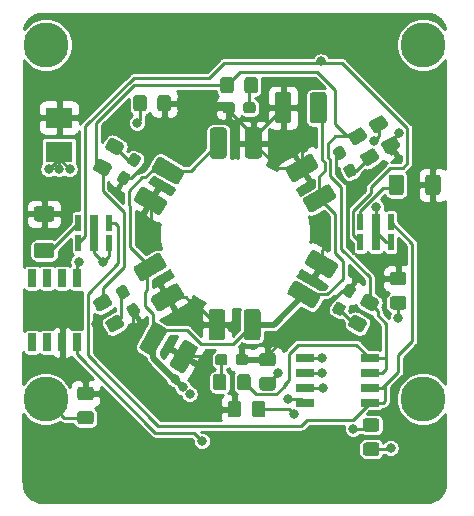
<source format=gbr>
G04 #@! TF.GenerationSoftware,KiCad,Pcbnew,(5.1.10)-1*
G04 #@! TF.CreationDate,2022-02-25T15:53:37+01:00*
G04 #@! TF.ProjectId,led_defogger_PCB_with_UV_2022,6c65645f-6465-4666-9f67-6765725f5043,rev?*
G04 #@! TF.SameCoordinates,Original*
G04 #@! TF.FileFunction,Copper,L1,Top*
G04 #@! TF.FilePolarity,Positive*
%FSLAX46Y46*%
G04 Gerber Fmt 4.6, Leading zero omitted, Abs format (unit mm)*
G04 Created by KiCad (PCBNEW (5.1.10)-1) date 2022-02-25 15:53:37*
%MOMM*%
%LPD*%
G01*
G04 APERTURE LIST*
G04 #@! TA.AperFunction,SMDPad,CuDef*
%ADD10R,1.525000X0.700000*%
G04 #@! TD*
G04 #@! TA.AperFunction,SMDPad,CuDef*
%ADD11R,0.690000X3.100000*%
G04 #@! TD*
G04 #@! TA.AperFunction,SMDPad,CuDef*
%ADD12R,0.530000X1.400000*%
G04 #@! TD*
G04 #@! TA.AperFunction,SMDPad,CuDef*
%ADD13R,0.700000X1.525000*%
G04 #@! TD*
G04 #@! TA.AperFunction,SMDPad,CuDef*
%ADD14R,2.300000X1.800000*%
G04 #@! TD*
G04 #@! TA.AperFunction,ComponentPad*
%ADD15C,3.800000*%
G04 #@! TD*
G04 #@! TA.AperFunction,ViaPad*
%ADD16C,0.800000*%
G04 #@! TD*
G04 #@! TA.AperFunction,Conductor*
%ADD17C,0.250000*%
G04 #@! TD*
G04 #@! TA.AperFunction,Conductor*
%ADD18C,0.500000*%
G04 #@! TD*
G04 #@! TA.AperFunction,Conductor*
%ADD19C,0.254000*%
G04 #@! TD*
G04 #@! TA.AperFunction,Conductor*
%ADD20C,0.100000*%
G04 #@! TD*
G04 APERTURE END LIST*
D10*
X205099200Y-108178600D03*
X205099200Y-109448600D03*
X205099200Y-110718600D03*
X205099200Y-111988600D03*
X199675200Y-111988600D03*
X199675200Y-110718600D03*
X199675200Y-109448600D03*
X199675200Y-108178600D03*
D11*
X181737000Y-97586800D03*
D12*
X183022000Y-98436800D03*
X180452000Y-98436800D03*
X183022000Y-96736800D03*
X180452000Y-96736800D03*
D11*
X205613000Y-97536000D03*
D12*
X206898000Y-98386000D03*
X204328000Y-98386000D03*
X206898000Y-96686000D03*
X204328000Y-96686000D03*
D13*
X176524000Y-101431000D03*
X177794000Y-101431000D03*
X179064000Y-101431000D03*
X180334000Y-101431000D03*
X180334000Y-106855000D03*
X179064000Y-106855000D03*
X177794000Y-106855000D03*
X176524000Y-106855000D03*
D14*
X178816000Y-90731000D03*
X178816000Y-87831000D03*
D15*
X209626007Y-81663000D03*
X177675000Y-111663000D03*
X177699385Y-81663000D03*
X209626007Y-111663000D03*
G04 #@! TA.AperFunction,SMDPad,CuDef*
G36*
G01*
X178171000Y-96636000D02*
X176921000Y-96636000D01*
G75*
G02*
X176671000Y-96386000I0J250000D01*
G01*
X176671000Y-95586000D01*
G75*
G02*
X176921000Y-95336000I250000J0D01*
G01*
X178171000Y-95336000D01*
G75*
G02*
X178421000Y-95586000I0J-250000D01*
G01*
X178421000Y-96386000D01*
G75*
G02*
X178171000Y-96636000I-250000J0D01*
G01*
G37*
G04 #@! TD.AperFunction*
G04 #@! TA.AperFunction,SMDPad,CuDef*
G36*
G01*
X178171000Y-99736000D02*
X176921000Y-99736000D01*
G75*
G02*
X176671000Y-99486000I0J250000D01*
G01*
X176671000Y-98686000D01*
G75*
G02*
X176921000Y-98436000I250000J0D01*
G01*
X178171000Y-98436000D01*
G75*
G02*
X178421000Y-98686000I0J-250000D01*
G01*
X178421000Y-99486000D01*
G75*
G02*
X178171000Y-99736000I-250000J0D01*
G01*
G37*
G04 #@! TD.AperFunction*
G04 #@! TA.AperFunction,SMDPad,CuDef*
G36*
G01*
X209815000Y-94160500D02*
X209815000Y-92910500D01*
G75*
G02*
X210065000Y-92660500I250000J0D01*
G01*
X210865000Y-92660500D01*
G75*
G02*
X211115000Y-92910500I0J-250000D01*
G01*
X211115000Y-94160500D01*
G75*
G02*
X210865000Y-94410500I-250000J0D01*
G01*
X210065000Y-94410500D01*
G75*
G02*
X209815000Y-94160500I0J250000D01*
G01*
G37*
G04 #@! TD.AperFunction*
G04 #@! TA.AperFunction,SMDPad,CuDef*
G36*
G01*
X206715000Y-94160500D02*
X206715000Y-92910500D01*
G75*
G02*
X206965000Y-92660500I250000J0D01*
G01*
X207765000Y-92660500D01*
G75*
G02*
X208015000Y-92910500I0J-250000D01*
G01*
X208015000Y-94160500D01*
G75*
G02*
X207765000Y-94410500I-250000J0D01*
G01*
X206965000Y-94410500D01*
G75*
G02*
X206715000Y-94160500I0J250000D01*
G01*
G37*
G04 #@! TD.AperFunction*
G04 #@! TA.AperFunction,SMDPad,CuDef*
G36*
G01*
X182846788Y-105007388D02*
X183626213Y-104557387D01*
G75*
G02*
X183967717Y-104648892I124999J-216505D01*
G01*
X184292718Y-105211811D01*
G75*
G02*
X184201213Y-105553316I-216505J-125000D01*
G01*
X183421788Y-106003317D01*
G75*
G02*
X183080283Y-105911811I-125000J216505D01*
G01*
X182755282Y-105348892D01*
G75*
G02*
X182846788Y-105007388I216505J124999D01*
G01*
G37*
G04 #@! TD.AperFunction*
G04 #@! TA.AperFunction,SMDPad,CuDef*
G36*
G01*
X181821788Y-103232036D02*
X182601213Y-102782035D01*
G75*
G02*
X182942717Y-102873540I124999J-216505D01*
G01*
X183267718Y-103436459D01*
G75*
G02*
X183176213Y-103777964I-216505J-125000D01*
G01*
X182396788Y-104227965D01*
G75*
G02*
X182055283Y-104136459I-125000J216505D01*
G01*
X181730282Y-103573540D01*
G75*
G02*
X181821788Y-103232036I216505J124999D01*
G01*
G37*
G04 #@! TD.AperFunction*
G04 #@! TA.AperFunction,SMDPad,CuDef*
G36*
G01*
X183621713Y-91021289D02*
X182842287Y-90571288D01*
G75*
G02*
X182750782Y-90229784I125000J216505D01*
G01*
X183075783Y-89666865D01*
G75*
G02*
X183417288Y-89575359I216505J-124999D01*
G01*
X184196713Y-90025360D01*
G75*
G02*
X184288218Y-90366864I-125000J-216505D01*
G01*
X183963217Y-90929783D01*
G75*
G02*
X183621713Y-91021289I-216505J124999D01*
G01*
G37*
G04 #@! TD.AperFunction*
G04 #@! TA.AperFunction,SMDPad,CuDef*
G36*
G01*
X182596713Y-92796641D02*
X181817287Y-92346640D01*
G75*
G02*
X181725782Y-92005136I125000J216505D01*
G01*
X182050783Y-91442217D01*
G75*
G02*
X182392288Y-91350711I216505J-124999D01*
G01*
X183171713Y-91800712D01*
G75*
G02*
X183263218Y-92142216I-125000J-216505D01*
G01*
X182938217Y-92705135D01*
G75*
G02*
X182596713Y-92796641I-216505J124999D01*
G01*
G37*
G04 #@! TD.AperFunction*
G04 #@! TA.AperFunction,SMDPad,CuDef*
G36*
G01*
X194506000Y-85540001D02*
X194506000Y-84639999D01*
G75*
G02*
X194755999Y-84390000I249999J0D01*
G01*
X195406001Y-84390000D01*
G75*
G02*
X195656000Y-84639999I0J-249999D01*
G01*
X195656000Y-85540001D01*
G75*
G02*
X195406001Y-85790000I-249999J0D01*
G01*
X194755999Y-85790000D01*
G75*
G02*
X194506000Y-85540001I0J249999D01*
G01*
G37*
G04 #@! TD.AperFunction*
G04 #@! TA.AperFunction,SMDPad,CuDef*
G36*
G01*
X192456000Y-85540001D02*
X192456000Y-84639999D01*
G75*
G02*
X192705999Y-84390000I249999J0D01*
G01*
X193356001Y-84390000D01*
G75*
G02*
X193606000Y-84639999I0J-249999D01*
G01*
X193606000Y-85540001D01*
G75*
G02*
X193356001Y-85790000I-249999J0D01*
G01*
X192705999Y-85790000D01*
G75*
G02*
X192456000Y-85540001I0J249999D01*
G01*
G37*
G04 #@! TD.AperFunction*
G04 #@! TA.AperFunction,SMDPad,CuDef*
G36*
G01*
X204432288Y-90911712D02*
X205211713Y-90461711D01*
G75*
G02*
X205553217Y-90553216I124999J-216505D01*
G01*
X205878218Y-91116135D01*
G75*
G02*
X205786713Y-91457640I-216505J-125000D01*
G01*
X205007288Y-91907641D01*
G75*
G02*
X204665783Y-91816135I-125000J216505D01*
G01*
X204340782Y-91253216D01*
G75*
G02*
X204432288Y-90911712I216505J124999D01*
G01*
G37*
G04 #@! TD.AperFunction*
G04 #@! TA.AperFunction,SMDPad,CuDef*
G36*
G01*
X203407288Y-89136360D02*
X204186713Y-88686359D01*
G75*
G02*
X204528217Y-88777864I124999J-216505D01*
G01*
X204853218Y-89340783D01*
G75*
G02*
X204761713Y-89682288I-216505J-125000D01*
G01*
X203982288Y-90132289D01*
G75*
G02*
X203640783Y-90040783I-125000J216505D01*
G01*
X203315782Y-89477864D01*
G75*
G02*
X203407288Y-89136360I216505J124999D01*
G01*
G37*
G04 #@! TD.AperFunction*
G04 #@! TA.AperFunction,SMDPad,CuDef*
G36*
G01*
X203982288Y-104558711D02*
X204761713Y-105008712D01*
G75*
G02*
X204853218Y-105350216I-125000J-216505D01*
G01*
X204528217Y-105913135D01*
G75*
G02*
X204186712Y-106004641I-216505J124999D01*
G01*
X203407287Y-105554640D01*
G75*
G02*
X203315782Y-105213136I125000J216505D01*
G01*
X203640783Y-104650217D01*
G75*
G02*
X203982288Y-104558711I216505J-124999D01*
G01*
G37*
G04 #@! TD.AperFunction*
G04 #@! TA.AperFunction,SMDPad,CuDef*
G36*
G01*
X205007288Y-102783359D02*
X205786713Y-103233360D01*
G75*
G02*
X205878218Y-103574864I-125000J-216505D01*
G01*
X205553217Y-104137783D01*
G75*
G02*
X205211712Y-104229289I-216505J124999D01*
G01*
X204432287Y-103779288D01*
G75*
G02*
X204340782Y-103437784I125000J216505D01*
G01*
X204665783Y-102874865D01*
G75*
G02*
X205007288Y-102783359I216505J-124999D01*
G01*
G37*
G04 #@! TD.AperFunction*
G04 #@! TA.AperFunction,SMDPad,CuDef*
G36*
G01*
X192980000Y-109785999D02*
X192980000Y-110686001D01*
G75*
G02*
X192730001Y-110936000I-249999J0D01*
G01*
X192079999Y-110936000D01*
G75*
G02*
X191830000Y-110686001I0J249999D01*
G01*
X191830000Y-109785999D01*
G75*
G02*
X192079999Y-109536000I249999J0D01*
G01*
X192730001Y-109536000D01*
G75*
G02*
X192980000Y-109785999I0J-249999D01*
G01*
G37*
G04 #@! TD.AperFunction*
G04 #@! TA.AperFunction,SMDPad,CuDef*
G36*
G01*
X195030000Y-109785999D02*
X195030000Y-110686001D01*
G75*
G02*
X194780001Y-110936000I-249999J0D01*
G01*
X194129999Y-110936000D01*
G75*
G02*
X193880000Y-110686001I0J249999D01*
G01*
X193880000Y-109785999D01*
G75*
G02*
X194129999Y-109536000I249999J0D01*
G01*
X194780001Y-109536000D01*
G75*
G02*
X195030000Y-109785999I0J-249999D01*
G01*
G37*
G04 #@! TD.AperFunction*
G04 #@! TA.AperFunction,SMDPad,CuDef*
G36*
G01*
X205682001Y-114434200D02*
X204781999Y-114434200D01*
G75*
G02*
X204532000Y-114184201I0J249999D01*
G01*
X204532000Y-113534199D01*
G75*
G02*
X204781999Y-113284200I249999J0D01*
G01*
X205682001Y-113284200D01*
G75*
G02*
X205932000Y-113534199I0J-249999D01*
G01*
X205932000Y-114184201D01*
G75*
G02*
X205682001Y-114434200I-249999J0D01*
G01*
G37*
G04 #@! TD.AperFunction*
G04 #@! TA.AperFunction,SMDPad,CuDef*
G36*
G01*
X205682001Y-116484200D02*
X204781999Y-116484200D01*
G75*
G02*
X204532000Y-116234201I0J249999D01*
G01*
X204532000Y-115584199D01*
G75*
G02*
X204781999Y-115334200I249999J0D01*
G01*
X205682001Y-115334200D01*
G75*
G02*
X205932000Y-115584199I0J-249999D01*
G01*
X205932000Y-116234201D01*
G75*
G02*
X205682001Y-116484200I-249999J0D01*
G01*
G37*
G04 #@! TD.AperFunction*
G04 #@! TA.AperFunction,SMDPad,CuDef*
G36*
G01*
X184627319Y-103799859D02*
X185038681Y-103562359D01*
G75*
G02*
X185363112Y-103649290I118750J-205681D01*
G01*
X185650612Y-104147254D01*
G75*
G02*
X185563681Y-104471685I-205681J-118750D01*
G01*
X185152319Y-104709185D01*
G75*
G02*
X184827888Y-104622254I-118750J205681D01*
G01*
X184540388Y-104124290D01*
G75*
G02*
X184627319Y-103799859I205681J118750D01*
G01*
G37*
G04 #@! TD.AperFunction*
G04 #@! TA.AperFunction,SMDPad,CuDef*
G36*
G01*
X183752319Y-102284315D02*
X184163681Y-102046815D01*
G75*
G02*
X184488112Y-102133746I118750J-205681D01*
G01*
X184775612Y-102631710D01*
G75*
G02*
X184688681Y-102956141I-205681J-118750D01*
G01*
X184277319Y-103193641D01*
G75*
G02*
X183952888Y-103106710I-118750J205681D01*
G01*
X183665388Y-102608746D01*
G75*
G02*
X183752319Y-102284315I205681J118750D01*
G01*
G37*
G04 #@! TD.AperFunction*
G04 #@! TA.AperFunction,SMDPad,CuDef*
G36*
G01*
X184347819Y-92382131D02*
X184759181Y-92619631D01*
G75*
G02*
X184846112Y-92944062I-118750J-205681D01*
G01*
X184558612Y-93442026D01*
G75*
G02*
X184234181Y-93528957I-205681J118750D01*
G01*
X183822819Y-93291457D01*
G75*
G02*
X183735888Y-92967026I118750J205681D01*
G01*
X184023388Y-92469062D01*
G75*
G02*
X184347819Y-92382131I205681J-118750D01*
G01*
G37*
G04 #@! TD.AperFunction*
G04 #@! TA.AperFunction,SMDPad,CuDef*
G36*
G01*
X185222819Y-90866587D02*
X185634181Y-91104087D01*
G75*
G02*
X185721112Y-91428518I-118750J-205681D01*
G01*
X185433612Y-91926482D01*
G75*
G02*
X185109181Y-92013413I-205681J118750D01*
G01*
X184697819Y-91775913D01*
G75*
G02*
X184610888Y-91451482I118750J205681D01*
G01*
X184898388Y-90953518D01*
G75*
G02*
X185222819Y-90866587I205681J-118750D01*
G01*
G37*
G04 #@! TD.AperFunction*
G04 #@! TA.AperFunction,SMDPad,CuDef*
G36*
G01*
X193706000Y-86757500D02*
X193706000Y-87232500D01*
G75*
G02*
X193468500Y-87470000I-237500J0D01*
G01*
X192893500Y-87470000D01*
G75*
G02*
X192656000Y-87232500I0J237500D01*
G01*
X192656000Y-86757500D01*
G75*
G02*
X192893500Y-86520000I237500J0D01*
G01*
X193468500Y-86520000D01*
G75*
G02*
X193706000Y-86757500I0J-237500D01*
G01*
G37*
G04 #@! TD.AperFunction*
G04 #@! TA.AperFunction,SMDPad,CuDef*
G36*
G01*
X195456000Y-86757500D02*
X195456000Y-87232500D01*
G75*
G02*
X195218500Y-87470000I-237500J0D01*
G01*
X194643500Y-87470000D01*
G75*
G02*
X194406000Y-87232500I0J237500D01*
G01*
X194406000Y-86757500D01*
G75*
G02*
X194643500Y-86520000I237500J0D01*
G01*
X195218500Y-86520000D01*
G75*
G02*
X195456000Y-86757500I0J-237500D01*
G01*
G37*
G04 #@! TD.AperFunction*
G04 #@! TA.AperFunction,SMDPad,CuDef*
G36*
G01*
X203047181Y-91149369D02*
X202635819Y-91386869D01*
G75*
G02*
X202311388Y-91299938I-118750J205681D01*
G01*
X202023888Y-90801974D01*
G75*
G02*
X202110819Y-90477543I205681J118750D01*
G01*
X202522181Y-90240043D01*
G75*
G02*
X202846612Y-90326974I118750J-205681D01*
G01*
X203134112Y-90824938D01*
G75*
G02*
X203047181Y-91149369I-205681J-118750D01*
G01*
G37*
G04 #@! TD.AperFunction*
G04 #@! TA.AperFunction,SMDPad,CuDef*
G36*
G01*
X203922181Y-92664913D02*
X203510819Y-92902413D01*
G75*
G02*
X203186388Y-92815482I-118750J205681D01*
G01*
X202898888Y-92317518D01*
G75*
G02*
X202985819Y-91993087I205681J118750D01*
G01*
X203397181Y-91755587D01*
G75*
G02*
X203721612Y-91842518I118750J-205681D01*
G01*
X204009112Y-92340482D01*
G75*
G02*
X203922181Y-92664913I-205681J-118750D01*
G01*
G37*
G04 #@! TD.AperFunction*
G04 #@! TA.AperFunction,SMDPad,CuDef*
G36*
G01*
X203326681Y-103066641D02*
X202915319Y-102829141D01*
G75*
G02*
X202828388Y-102504710I118750J205681D01*
G01*
X203115888Y-102006746D01*
G75*
G02*
X203440319Y-101919815I205681J-118750D01*
G01*
X203851681Y-102157315D01*
G75*
G02*
X203938612Y-102481746I-118750J-205681D01*
G01*
X203651112Y-102979710D01*
G75*
G02*
X203326681Y-103066641I-205681J118750D01*
G01*
G37*
G04 #@! TD.AperFunction*
G04 #@! TA.AperFunction,SMDPad,CuDef*
G36*
G01*
X202451681Y-104582185D02*
X202040319Y-104344685D01*
G75*
G02*
X201953388Y-104020254I118750J205681D01*
G01*
X202240888Y-103522290D01*
G75*
G02*
X202565319Y-103435359I205681J-118750D01*
G01*
X202976681Y-103672859D01*
G75*
G02*
X203063612Y-103997290I-118750J-205681D01*
G01*
X202776112Y-104495254D01*
G75*
G02*
X202451681Y-104582185I-205681J118750D01*
G01*
G37*
G04 #@! TD.AperFunction*
G04 #@! TA.AperFunction,SMDPad,CuDef*
G36*
G01*
X193771000Y-108568500D02*
X193771000Y-108093500D01*
G75*
G02*
X194008500Y-107856000I237500J0D01*
G01*
X194583500Y-107856000D01*
G75*
G02*
X194821000Y-108093500I0J-237500D01*
G01*
X194821000Y-108568500D01*
G75*
G02*
X194583500Y-108806000I-237500J0D01*
G01*
X194008500Y-108806000D01*
G75*
G02*
X193771000Y-108568500I0J237500D01*
G01*
G37*
G04 #@! TD.AperFunction*
G04 #@! TA.AperFunction,SMDPad,CuDef*
G36*
G01*
X192021000Y-108568500D02*
X192021000Y-108093500D01*
G75*
G02*
X192258500Y-107856000I237500J0D01*
G01*
X192833500Y-107856000D01*
G75*
G02*
X193071000Y-108093500I0J-237500D01*
G01*
X193071000Y-108568500D01*
G75*
G02*
X192833500Y-108806000I-237500J0D01*
G01*
X192258500Y-108806000D01*
G75*
G02*
X192021000Y-108568500I0J237500D01*
G01*
G37*
G04 #@! TD.AperFunction*
G04 #@! TA.AperFunction,SMDPad,CuDef*
G36*
G01*
X188220670Y-108633477D02*
X189295670Y-106771523D01*
G75*
G02*
X189637176Y-106680017I216506J-125000D01*
G01*
X190438250Y-107142517D01*
G75*
G02*
X190529756Y-107484023I-125000J-216506D01*
G01*
X189454756Y-109345977D01*
G75*
G02*
X189113250Y-109437483I-216506J125000D01*
G01*
X188312176Y-108974983D01*
G75*
G02*
X188220670Y-108633477I125000J216506D01*
G01*
G37*
G04 #@! TD.AperFunction*
G04 #@! TA.AperFunction,SMDPad,CuDef*
G36*
G01*
X185644244Y-107145977D02*
X186719244Y-105284023D01*
G75*
G02*
X187060750Y-105192517I216506J-125000D01*
G01*
X187861824Y-105655017D01*
G75*
G02*
X187953330Y-105996523I-125000J-216506D01*
G01*
X186878330Y-107858477D01*
G75*
G02*
X186536824Y-107949983I-216506J125000D01*
G01*
X185735750Y-107487483D01*
G75*
G02*
X185644244Y-107145977I125000J216506D01*
G01*
G37*
G04 #@! TD.AperFunction*
G04 #@! TA.AperFunction,SMDPad,CuDef*
G36*
G01*
X198488000Y-85920000D02*
X198488000Y-88070000D01*
G75*
G02*
X198238000Y-88320000I-250000J0D01*
G01*
X197313000Y-88320000D01*
G75*
G02*
X197063000Y-88070000I0J250000D01*
G01*
X197063000Y-85920000D01*
G75*
G02*
X197313000Y-85670000I250000J0D01*
G01*
X198238000Y-85670000D01*
G75*
G02*
X198488000Y-85920000I0J-250000D01*
G01*
G37*
G04 #@! TD.AperFunction*
G04 #@! TA.AperFunction,SMDPad,CuDef*
G36*
G01*
X201463000Y-85920000D02*
X201463000Y-88070000D01*
G75*
G02*
X201213000Y-88320000I-250000J0D01*
G01*
X200288000Y-88320000D01*
G75*
G02*
X200038000Y-88070000I0J250000D01*
G01*
X200038000Y-85920000D01*
G75*
G02*
X200288000Y-85670000I250000J0D01*
G01*
X201213000Y-85670000D01*
G75*
G02*
X201463000Y-85920000I0J-250000D01*
G01*
G37*
G04 #@! TD.AperFunction*
G04 #@! TA.AperFunction,SMDPad,CuDef*
G36*
G01*
X185991523Y-93743670D02*
X187853477Y-94818670D01*
G75*
G02*
X187944983Y-95160176I-125000J-216506D01*
G01*
X187482483Y-95961250D01*
G75*
G02*
X187140977Y-96052756I-216506J125000D01*
G01*
X185279023Y-94977756D01*
G75*
G02*
X185187517Y-94636250I125000J216506D01*
G01*
X185650017Y-93835176D01*
G75*
G02*
X185991523Y-93743670I216506J-125000D01*
G01*
G37*
G04 #@! TD.AperFunction*
G04 #@! TA.AperFunction,SMDPad,CuDef*
G36*
G01*
X187479023Y-91167244D02*
X189340977Y-92242244D01*
G75*
G02*
X189432483Y-92583750I-125000J-216506D01*
G01*
X188969983Y-93384824D01*
G75*
G02*
X188628477Y-93476330I-216506J125000D01*
G01*
X186766523Y-92401330D01*
G75*
G02*
X186675017Y-92059824I125000J216506D01*
G01*
X187137517Y-91258750D01*
G75*
G02*
X187479023Y-91167244I216506J-125000D01*
G01*
G37*
G04 #@! TD.AperFunction*
G04 #@! TA.AperFunction,SMDPad,CuDef*
G36*
G01*
X194565000Y-91065000D02*
X194565000Y-88915000D01*
G75*
G02*
X194815000Y-88665000I250000J0D01*
G01*
X195740000Y-88665000D01*
G75*
G02*
X195990000Y-88915000I0J-250000D01*
G01*
X195990000Y-91065000D01*
G75*
G02*
X195740000Y-91315000I-250000J0D01*
G01*
X194815000Y-91315000D01*
G75*
G02*
X194565000Y-91065000I0J250000D01*
G01*
G37*
G04 #@! TD.AperFunction*
G04 #@! TA.AperFunction,SMDPad,CuDef*
G36*
G01*
X191590000Y-91065000D02*
X191590000Y-88915000D01*
G75*
G02*
X191840000Y-88665000I250000J0D01*
G01*
X192765000Y-88665000D01*
G75*
G02*
X193015000Y-88915000I0J-250000D01*
G01*
X193015000Y-91065000D01*
G75*
G02*
X192765000Y-91315000I-250000J0D01*
G01*
X191840000Y-91315000D01*
G75*
G02*
X191590000Y-91065000I0J250000D01*
G01*
G37*
G04 #@! TD.AperFunction*
G04 #@! TA.AperFunction,SMDPad,CuDef*
G36*
G01*
X186716523Y-102978670D02*
X188578477Y-101903670D01*
G75*
G02*
X188919983Y-101995176I125000J-216506D01*
G01*
X189382483Y-102796250D01*
G75*
G02*
X189290977Y-103137756I-216506J-125000D01*
G01*
X187429023Y-104212756D01*
G75*
G02*
X187087517Y-104121250I-125000J216506D01*
G01*
X186625017Y-103320176D01*
G75*
G02*
X186716523Y-102978670I216506J125000D01*
G01*
G37*
G04 #@! TD.AperFunction*
G04 #@! TA.AperFunction,SMDPad,CuDef*
G36*
G01*
X185229023Y-100402244D02*
X187090977Y-99327244D01*
G75*
G02*
X187432483Y-99418750I125000J-216506D01*
G01*
X187894983Y-100219824D01*
G75*
G02*
X187803477Y-100561330I-216506J-125000D01*
G01*
X185941523Y-101636330D01*
G75*
G02*
X185600017Y-101544824I-125000J216506D01*
G01*
X185137517Y-100743750D01*
G75*
G02*
X185229023Y-100402244I216506J125000D01*
G01*
G37*
G04 #@! TD.AperFunction*
G04 #@! TA.AperFunction,SMDPad,CuDef*
G36*
G01*
X200663477Y-92171330D02*
X198801523Y-93246330D01*
G75*
G02*
X198460017Y-93154824I-125000J216506D01*
G01*
X197997517Y-92353750D01*
G75*
G02*
X198089023Y-92012244I216506J125000D01*
G01*
X199950977Y-90937244D01*
G75*
G02*
X200292483Y-91028750I125000J-216506D01*
G01*
X200754983Y-91829824D01*
G75*
G02*
X200663477Y-92171330I-216506J-125000D01*
G01*
G37*
G04 #@! TD.AperFunction*
G04 #@! TA.AperFunction,SMDPad,CuDef*
G36*
G01*
X202150977Y-94747756D02*
X200289023Y-95822756D01*
G75*
G02*
X199947517Y-95731250I-125000J216506D01*
G01*
X199485017Y-94930176D01*
G75*
G02*
X199576523Y-94588670I216506J125000D01*
G01*
X201438477Y-93513670D01*
G75*
G02*
X201779983Y-93605176I125000J-216506D01*
G01*
X202242483Y-94406250D01*
G75*
G02*
X202150977Y-94747756I-216506J-125000D01*
G01*
G37*
G04 #@! TD.AperFunction*
G04 #@! TA.AperFunction,SMDPad,CuDef*
G36*
G01*
X201618477Y-101386330D02*
X199756523Y-100311330D01*
G75*
G02*
X199665017Y-99969824I125000J216506D01*
G01*
X200127517Y-99168750D01*
G75*
G02*
X200469023Y-99077244I216506J-125000D01*
G01*
X202330977Y-100152244D01*
G75*
G02*
X202422483Y-100493750I-125000J-216506D01*
G01*
X201959983Y-101294824D01*
G75*
G02*
X201618477Y-101386330I-216506J125000D01*
G01*
G37*
G04 #@! TD.AperFunction*
G04 #@! TA.AperFunction,SMDPad,CuDef*
G36*
G01*
X200130977Y-103962756D02*
X198269023Y-102887756D01*
G75*
G02*
X198177517Y-102546250I125000J216506D01*
G01*
X198640017Y-101745176D01*
G75*
G02*
X198981523Y-101653670I216506J-125000D01*
G01*
X200843477Y-102728670D01*
G75*
G02*
X200934983Y-103070176I-125000J-216506D01*
G01*
X200472483Y-103871250D01*
G75*
G02*
X200130977Y-103962756I-216506J125000D01*
G01*
G37*
G04 #@! TD.AperFunction*
G04 #@! TA.AperFunction,SMDPad,CuDef*
G36*
G01*
X192895000Y-104295000D02*
X192895000Y-106445000D01*
G75*
G02*
X192645000Y-106695000I-250000J0D01*
G01*
X191720000Y-106695000D01*
G75*
G02*
X191470000Y-106445000I0J250000D01*
G01*
X191470000Y-104295000D01*
G75*
G02*
X191720000Y-104045000I250000J0D01*
G01*
X192645000Y-104045000D01*
G75*
G02*
X192895000Y-104295000I0J-250000D01*
G01*
G37*
G04 #@! TD.AperFunction*
G04 #@! TA.AperFunction,SMDPad,CuDef*
G36*
G01*
X195870000Y-104295000D02*
X195870000Y-106445000D01*
G75*
G02*
X195620000Y-106695000I-250000J0D01*
G01*
X194695000Y-106695000D01*
G75*
G02*
X194445000Y-106445000I0J250000D01*
G01*
X194445000Y-104295000D01*
G75*
G02*
X194695000Y-104045000I250000J0D01*
G01*
X195620000Y-104045000D01*
G75*
G02*
X195870000Y-104295000I0J-250000D01*
G01*
G37*
G04 #@! TD.AperFunction*
G04 #@! TA.AperFunction,SMDPad,CuDef*
G36*
G01*
X180601199Y-112667200D02*
X181501201Y-112667200D01*
G75*
G02*
X181751200Y-112917199I0J-249999D01*
G01*
X181751200Y-113567201D01*
G75*
G02*
X181501201Y-113817200I-249999J0D01*
G01*
X180601199Y-113817200D01*
G75*
G02*
X180351200Y-113567201I0J249999D01*
G01*
X180351200Y-112917199D01*
G75*
G02*
X180601199Y-112667200I249999J0D01*
G01*
G37*
G04 #@! TD.AperFunction*
G04 #@! TA.AperFunction,SMDPad,CuDef*
G36*
G01*
X180601199Y-110617200D02*
X181501201Y-110617200D01*
G75*
G02*
X181751200Y-110867199I0J-249999D01*
G01*
X181751200Y-111517201D01*
G75*
G02*
X181501201Y-111767200I-249999J0D01*
G01*
X180601199Y-111767200D01*
G75*
G02*
X180351200Y-111517201I0J249999D01*
G01*
X180351200Y-110867199D01*
G75*
G02*
X180601199Y-110617200I249999J0D01*
G01*
G37*
G04 #@! TD.AperFunction*
G04 #@! TA.AperFunction,SMDPad,CuDef*
G36*
G01*
X186240000Y-86163999D02*
X186240000Y-87064001D01*
G75*
G02*
X185990001Y-87314000I-249999J0D01*
G01*
X185339999Y-87314000D01*
G75*
G02*
X185090000Y-87064001I0J249999D01*
G01*
X185090000Y-86163999D01*
G75*
G02*
X185339999Y-85914000I249999J0D01*
G01*
X185990001Y-85914000D01*
G75*
G02*
X186240000Y-86163999I0J-249999D01*
G01*
G37*
G04 #@! TD.AperFunction*
G04 #@! TA.AperFunction,SMDPad,CuDef*
G36*
G01*
X188290000Y-86163999D02*
X188290000Y-87064001D01*
G75*
G02*
X188040001Y-87314000I-249999J0D01*
G01*
X187389999Y-87314000D01*
G75*
G02*
X187140000Y-87064001I0J249999D01*
G01*
X187140000Y-86163999D01*
G75*
G02*
X187389999Y-85914000I249999J0D01*
G01*
X188040001Y-85914000D01*
G75*
G02*
X188290000Y-86163999I0J-249999D01*
G01*
G37*
G04 #@! TD.AperFunction*
G04 #@! TA.AperFunction,SMDPad,CuDef*
G36*
G01*
X195141000Y-112972001D02*
X195141000Y-112071999D01*
G75*
G02*
X195390999Y-111822000I249999J0D01*
G01*
X196041001Y-111822000D01*
G75*
G02*
X196291000Y-112071999I0J-249999D01*
G01*
X196291000Y-112972001D01*
G75*
G02*
X196041001Y-113222000I-249999J0D01*
G01*
X195390999Y-113222000D01*
G75*
G02*
X195141000Y-112972001I0J249999D01*
G01*
G37*
G04 #@! TD.AperFunction*
G04 #@! TA.AperFunction,SMDPad,CuDef*
G36*
G01*
X193091000Y-112972001D02*
X193091000Y-112071999D01*
G75*
G02*
X193340999Y-111822000I249999J0D01*
G01*
X193991001Y-111822000D01*
G75*
G02*
X194241000Y-112071999I0J-249999D01*
G01*
X194241000Y-112972001D01*
G75*
G02*
X193991001Y-113222000I-249999J0D01*
G01*
X193340999Y-113222000D01*
G75*
G02*
X193091000Y-112972001I0J249999D01*
G01*
G37*
G04 #@! TD.AperFunction*
G04 #@! TA.AperFunction,SMDPad,CuDef*
G36*
G01*
X206539713Y-88666288D02*
X205760288Y-89116289D01*
G75*
G02*
X205418783Y-89024783I-125000J216505D01*
G01*
X205093782Y-88461864D01*
G75*
G02*
X205185288Y-88120360I216505J124999D01*
G01*
X205964713Y-87670359D01*
G75*
G02*
X206306217Y-87761865I124999J-216505D01*
G01*
X206631218Y-88324784D01*
G75*
G02*
X206539713Y-88666288I-216505J-124999D01*
G01*
G37*
G04 #@! TD.AperFunction*
G04 #@! TA.AperFunction,SMDPad,CuDef*
G36*
G01*
X207564713Y-90441640D02*
X206785288Y-90891641D01*
G75*
G02*
X206443783Y-90800135I-125000J216505D01*
G01*
X206118782Y-90237216D01*
G75*
G02*
X206210288Y-89895712I216505J124999D01*
G01*
X206989713Y-89445711D01*
G75*
G02*
X207331217Y-89537217I124999J-216505D01*
G01*
X207656218Y-90100136D01*
G75*
G02*
X207564713Y-90441640I-216505J-124999D01*
G01*
G37*
G04 #@! TD.AperFunction*
G04 #@! TA.AperFunction,SMDPad,CuDef*
G36*
G01*
X207067999Y-102939000D02*
X207968001Y-102939000D01*
G75*
G02*
X208218000Y-103188999I0J-249999D01*
G01*
X208218000Y-103839001D01*
G75*
G02*
X207968001Y-104089000I-249999J0D01*
G01*
X207067999Y-104089000D01*
G75*
G02*
X206818000Y-103839001I0J249999D01*
G01*
X206818000Y-103188999D01*
G75*
G02*
X207067999Y-102939000I249999J0D01*
G01*
G37*
G04 #@! TD.AperFunction*
G04 #@! TA.AperFunction,SMDPad,CuDef*
G36*
G01*
X207067999Y-100889000D02*
X207968001Y-100889000D01*
G75*
G02*
X208218000Y-101138999I0J-249999D01*
G01*
X208218000Y-101789001D01*
G75*
G02*
X207968001Y-102039000I-249999J0D01*
G01*
X207067999Y-102039000D01*
G75*
G02*
X206818000Y-101789001I0J249999D01*
G01*
X206818000Y-101138999D01*
G75*
G02*
X207067999Y-100889000I249999J0D01*
G01*
G37*
G04 #@! TD.AperFunction*
G04 #@! TA.AperFunction,SMDPad,CuDef*
G36*
G01*
X196018999Y-109797000D02*
X196919001Y-109797000D01*
G75*
G02*
X197169000Y-110046999I0J-249999D01*
G01*
X197169000Y-110697001D01*
G75*
G02*
X196919001Y-110947000I-249999J0D01*
G01*
X196018999Y-110947000D01*
G75*
G02*
X195769000Y-110697001I0J249999D01*
G01*
X195769000Y-110046999D01*
G75*
G02*
X196018999Y-109797000I249999J0D01*
G01*
G37*
G04 #@! TD.AperFunction*
G04 #@! TA.AperFunction,SMDPad,CuDef*
G36*
G01*
X196018999Y-107747000D02*
X196919001Y-107747000D01*
G75*
G02*
X197169000Y-107996999I0J-249999D01*
G01*
X197169000Y-108647001D01*
G75*
G02*
X196919001Y-108897000I-249999J0D01*
G01*
X196018999Y-108897000D01*
G75*
G02*
X195769000Y-108647001I0J249999D01*
G01*
X195769000Y-107996999D01*
G75*
G02*
X196018999Y-107747000I249999J0D01*
G01*
G37*
G04 #@! TD.AperFunction*
D16*
X185420000Y-88265000D03*
X182499000Y-100076000D03*
X207518000Y-104775000D03*
X205486000Y-89789000D03*
X180467000Y-100076000D03*
X205668153Y-95432153D03*
X197331490Y-109474000D03*
X201168000Y-110744000D03*
X198681001Y-112903000D03*
X206883000Y-115824000D03*
X201041000Y-108204000D03*
X178816000Y-92202000D03*
X179705000Y-92202000D03*
X177927000Y-92202000D03*
X186566250Y-98040750D03*
X190119000Y-103505000D03*
X201422000Y-98679000D03*
X203708000Y-101092000D03*
X185039000Y-105537000D03*
X199517000Y-90424000D03*
X204597000Y-93218000D03*
X191008000Y-108331000D03*
X193421000Y-105664000D03*
X188925200Y-117830600D03*
X180467000Y-109093000D03*
X182626000Y-108077000D03*
X180975000Y-109982000D03*
X183388000Y-108839000D03*
X180340000Y-105283000D03*
X181954000Y-105283000D03*
X207555000Y-89154000D03*
X208628076Y-88038769D03*
X205168500Y-100293000D03*
X198550786Y-106520853D03*
X188722000Y-112141000D03*
X188976000Y-118745000D03*
X189992000Y-118745000D03*
X187960000Y-118745000D03*
X188087000Y-111379000D03*
X187325000Y-110617000D03*
X203708000Y-114173000D03*
X201041000Y-109474000D03*
X198171930Y-111645092D03*
X189865000Y-111252000D03*
X189293500Y-110680500D03*
X188595000Y-109982000D03*
X190903600Y-115206400D03*
X200964800Y-83083400D03*
D17*
X185665000Y-86614000D02*
X185665000Y-88020000D01*
X185665000Y-88020000D02*
X185420000Y-88265000D01*
X183022000Y-99553000D02*
X182499000Y-100076000D01*
X183022000Y-98436800D02*
X183022000Y-99553000D01*
X207518000Y-103514000D02*
X207518000Y-104775000D01*
X181737000Y-99314000D02*
X182499000Y-100076000D01*
X181737000Y-97586800D02*
X181737000Y-99314000D01*
X205862500Y-89412500D02*
X205359000Y-89916000D01*
X205862500Y-88393324D02*
X205862500Y-89412500D01*
X180334000Y-100209000D02*
X180467000Y-100076000D01*
X180334000Y-101431000D02*
X180334000Y-100209000D01*
X206463000Y-98386000D02*
X205613000Y-97536000D01*
X206898000Y-98386000D02*
X206463000Y-98386000D01*
X205613000Y-95487306D02*
X205668153Y-95432153D01*
X205613000Y-97536000D02*
X205613000Y-95487306D01*
X196469000Y-110372000D02*
X196469000Y-110336490D01*
X196469000Y-110336490D02*
X197331490Y-109474000D01*
X179254200Y-113242200D02*
X177675000Y-111663000D01*
X181051200Y-113242200D02*
X179254200Y-113242200D01*
X201142600Y-110718600D02*
X201168000Y-110744000D01*
X199675200Y-110718600D02*
X201142600Y-110718600D01*
X198300001Y-112522000D02*
X198681001Y-112903000D01*
X195716000Y-112522000D02*
X198300001Y-112522000D01*
X206797800Y-115909200D02*
X206883000Y-115824000D01*
X205232000Y-115909200D02*
X206797800Y-115909200D01*
X201015600Y-108178600D02*
X201041000Y-108204000D01*
X199675200Y-108178600D02*
X201015600Y-108178600D01*
X178816000Y-90731000D02*
X178816000Y-92202000D01*
X178816000Y-91313000D02*
X179705000Y-92202000D01*
X178816000Y-90731000D02*
X178816000Y-91313000D01*
X178816000Y-91313000D02*
X177927000Y-92202000D01*
X197379287Y-92091787D02*
X195277500Y-89990000D01*
X199376250Y-92091787D02*
X197379287Y-92091787D01*
X195277500Y-89493000D02*
X195277500Y-89990000D01*
X197775500Y-86995000D02*
X195277500Y-89493000D01*
X186566250Y-94898213D02*
X186566250Y-98040750D01*
X190119000Y-103505000D02*
X189992000Y-103505000D01*
X189545213Y-103058213D02*
X188003750Y-103058213D01*
X189992000Y-103505000D02*
X189545213Y-103058213D01*
X201043750Y-100231787D02*
X201043750Y-99057250D01*
X201043750Y-99057250D02*
X201422000Y-98679000D01*
X203708000Y-102168728D02*
X203383500Y-102493228D01*
X203708000Y-101092000D02*
X203708000Y-102168728D01*
X185095500Y-104135772D02*
X185095500Y-105480500D01*
X185095500Y-105480500D02*
X185039000Y-105537000D01*
X199376250Y-92091787D02*
X199376250Y-90564750D01*
X199376250Y-90564750D02*
X199517000Y-90424000D01*
X206887500Y-90927500D02*
X206887500Y-90168676D01*
X197644999Y-106716999D02*
X196469000Y-107892998D01*
X198575817Y-106716999D02*
X197644999Y-106716999D01*
X196469000Y-107892998D02*
X196469000Y-108322000D01*
X196460000Y-108331000D02*
X196469000Y-108322000D01*
X194296000Y-108331000D02*
X196460000Y-108331000D01*
X190735750Y-108058750D02*
X191008000Y-108331000D01*
X189375213Y-108058750D02*
X190735750Y-108058750D01*
X190317500Y-103505000D02*
X190119000Y-103505000D01*
X192182500Y-105370000D02*
X190317500Y-103505000D01*
X192182500Y-105370000D02*
X193254000Y-105370000D01*
X193254000Y-105370000D02*
X193421000Y-105537000D01*
X193421000Y-105537000D02*
X193421000Y-105664000D01*
X202795454Y-102493228D02*
X202030460Y-103258222D01*
X203383500Y-102493228D02*
X202795454Y-102493228D01*
X202030460Y-103258222D02*
X201541778Y-103258222D01*
X201160408Y-103639592D02*
X201160408Y-104132408D01*
X201541778Y-103258222D02*
X201160408Y-103639592D01*
X201160408Y-104132408D02*
X198575817Y-106716999D01*
X192800000Y-86614000D02*
X193181000Y-86995000D01*
X187715000Y-86614000D02*
X192800000Y-86614000D01*
X195277500Y-89359500D02*
X195277500Y-89990000D01*
X193181000Y-87263000D02*
X195277500Y-89359500D01*
X193181000Y-86995000D02*
X193181000Y-87263000D01*
X179064000Y-108198000D02*
X179064000Y-106855000D01*
X184920456Y-92955544D02*
X187715000Y-90161000D01*
X187715000Y-90161000D02*
X187715000Y-86614000D01*
X184291000Y-92955544D02*
X184920456Y-92955544D01*
X203924002Y-93599000D02*
X204216000Y-93599000D01*
X203922592Y-93597590D02*
X203924002Y-93599000D01*
X203454000Y-93597590D02*
X203922592Y-93597590D01*
X204216000Y-93599000D02*
X204597000Y-93218000D01*
X202231276Y-92374866D02*
X203454000Y-93597590D01*
X202231276Y-91161180D02*
X202231276Y-92374866D01*
X202579000Y-90813456D02*
X202231276Y-91161180D01*
X191008000Y-111007000D02*
X191008000Y-108331000D01*
X192523000Y-112522000D02*
X191008000Y-111007000D01*
X193666000Y-112522000D02*
X192523000Y-112522000D01*
X180467000Y-109474000D02*
X180975000Y-109982000D01*
X180467000Y-109093000D02*
X180467000Y-109474000D01*
X179623500Y-105283000D02*
X180340000Y-105283000D01*
X179064000Y-105842500D02*
X179623500Y-105283000D01*
X179064000Y-106855000D02*
X179064000Y-105842500D01*
X206887500Y-89821500D02*
X207555000Y-89154000D01*
X206887500Y-90168676D02*
X206887500Y-89821500D01*
X198575817Y-106716999D02*
X198575817Y-106545884D01*
X198575817Y-106545884D02*
X198550786Y-106520853D01*
X199700600Y-109474000D02*
X199675200Y-109448600D01*
X201041000Y-109474000D02*
X199700600Y-109474000D01*
X205232000Y-113859200D02*
X205164800Y-113859200D01*
X204851000Y-114173000D02*
X203708000Y-114173000D01*
X205164800Y-113859200D02*
X204851000Y-114173000D01*
X199331692Y-111645092D02*
X199675200Y-111988600D01*
X198171930Y-111645092D02*
X199331692Y-111645092D01*
X189970713Y-92321787D02*
X192302500Y-89990000D01*
X188053750Y-92321787D02*
X189970713Y-92321787D01*
D18*
X196994463Y-105370000D02*
X199556250Y-102808213D01*
X195157500Y-105370000D02*
X196994463Y-105370000D01*
D17*
X201112952Y-87357452D02*
X200750500Y-86995000D01*
X201112952Y-91386362D02*
X201112952Y-87357452D01*
X200863750Y-94668213D02*
X200863750Y-92760250D01*
X201295000Y-92329000D02*
X201295000Y-91568410D01*
X200863750Y-92760250D02*
X201295000Y-92329000D01*
X201295000Y-91568410D02*
X201112952Y-91386362D01*
X202184000Y-95988463D02*
X200863750Y-94668213D01*
X202184000Y-99314000D02*
X202184000Y-95988463D01*
X202819000Y-99949000D02*
X202184000Y-99314000D01*
X202819000Y-101473000D02*
X202819000Y-99949000D01*
X201483787Y-102808213D02*
X202819000Y-101473000D01*
X199556250Y-102808213D02*
X201483787Y-102808213D01*
X186116133Y-92898133D02*
X186692480Y-92321787D01*
X185866867Y-92898133D02*
X186116133Y-92898133D01*
X184741010Y-94023990D02*
X185866867Y-92898133D01*
X186692480Y-92321787D02*
X188053750Y-92321787D01*
X184741010Y-95206010D02*
X184741010Y-94023990D01*
X184829548Y-95294548D02*
X184741010Y-95206010D01*
X184829548Y-98795085D02*
X184829548Y-95294548D01*
X186516250Y-100481787D02*
X184829548Y-98795085D01*
X186267048Y-100730989D02*
X186516250Y-100481787D01*
X186055000Y-102616000D02*
X186267048Y-102403952D01*
X186055000Y-103759000D02*
X186055000Y-102616000D01*
X186267048Y-102403952D02*
X186267048Y-100730989D01*
X186798787Y-104502787D02*
X186055000Y-103759000D01*
X186798787Y-106571250D02*
X186798787Y-104502787D01*
X187579037Y-105791000D02*
X186798787Y-106571250D01*
X190840010Y-107020010D02*
X189611000Y-105791000D01*
X193507490Y-107020010D02*
X190840010Y-107020010D01*
X189611000Y-105791000D02*
X187579037Y-105791000D01*
X195157500Y-105370000D02*
X193507490Y-107020010D01*
D18*
X186798787Y-106571250D02*
X186798787Y-108185787D01*
X188722000Y-110109000D02*
X189293500Y-110680500D01*
X186798787Y-108185787D02*
X188722000Y-110109000D01*
D17*
X180334000Y-107874685D02*
X180334000Y-106855000D01*
X190216543Y-114519343D02*
X190903600Y-115206400D01*
X186978657Y-114519343D02*
X190216543Y-114519343D01*
X186978657Y-114519343D02*
X180334000Y-107874685D01*
X192546000Y-110095000D02*
X192405000Y-110236000D01*
X192546000Y-108331000D02*
X192546000Y-110095000D01*
X203781404Y-105281676D02*
X202508500Y-104008772D01*
X204084500Y-105281676D02*
X203781404Y-105281676D01*
X203965176Y-92329000D02*
X205109500Y-91184676D01*
X203454000Y-92329000D02*
X203965176Y-92329000D01*
X194931000Y-85240000D02*
X195081000Y-85090000D01*
X194931000Y-86995000D02*
X194931000Y-85240000D01*
X184661176Y-91440000D02*
X183519500Y-90298324D01*
X185166000Y-91440000D02*
X184661176Y-91440000D01*
X184036435Y-104767917D02*
X184036435Y-102804293D01*
X184036435Y-102804293D02*
X184220500Y-102620228D01*
X183524000Y-105280352D02*
X184036435Y-104767917D01*
X205785000Y-104181824D02*
X205109500Y-103506324D01*
X182499000Y-103505000D02*
X181986565Y-104017435D01*
X181982065Y-91561241D02*
X182494500Y-92073676D01*
X181982065Y-88273935D02*
X181982065Y-91561241D01*
X185166000Y-85090000D02*
X181982065Y-88273935D01*
X193031000Y-85090000D02*
X185166000Y-85090000D01*
X182499000Y-102235000D02*
X182499000Y-103505000D01*
X184277000Y-100457000D02*
X182499000Y-102235000D01*
X184277000Y-95831998D02*
X184277000Y-100457000D01*
X182494500Y-94049498D02*
X184277000Y-95831998D01*
X182494500Y-92073676D02*
X182494500Y-94049498D01*
X194174000Y-83947000D02*
X193031000Y-85090000D01*
X200660000Y-83947000D02*
X194174000Y-83947000D01*
X202184000Y-85471000D02*
X200660000Y-83947000D01*
X203201324Y-89409324D02*
X202184000Y-88392000D01*
X202184000Y-88392000D02*
X202184000Y-85471000D01*
X204084500Y-89409324D02*
X203201324Y-89409324D01*
X202182676Y-89409324D02*
X204084500Y-89409324D01*
X201562962Y-90029038D02*
X202182676Y-89409324D01*
X201762272Y-92796272D02*
X201762272Y-91399272D01*
X202692000Y-93726000D02*
X201762272Y-92796272D01*
X202692000Y-98933000D02*
X202692000Y-93726000D01*
X201562962Y-91199962D02*
X201562962Y-90029038D01*
X201762272Y-91399272D02*
X201562962Y-91199962D01*
X205109500Y-101350500D02*
X202692000Y-98933000D01*
X205109500Y-103506324D02*
X205109500Y-101350500D01*
X195491010Y-111272010D02*
X197210990Y-111272010D01*
X194455000Y-110236000D02*
X195491010Y-111272010D01*
X197210990Y-111272010D02*
X197827900Y-110655100D01*
X197827900Y-110655100D02*
X198056500Y-110426500D01*
X205099200Y-109448600D02*
X206146400Y-109448600D01*
X206146400Y-109448600D02*
X206502000Y-109093000D01*
X206502000Y-105283000D02*
X205785000Y-104566000D01*
X205785000Y-104566000D02*
X205785000Y-104181824D01*
X206400400Y-108178600D02*
X206502000Y-108077000D01*
X206502000Y-108077000D02*
X206502000Y-105283000D01*
X205099200Y-108178600D02*
X206400400Y-108178600D01*
X206502000Y-109093000D02*
X206502000Y-108077000D01*
X203981600Y-107061000D02*
X205099200Y-108178600D01*
X199034400Y-107061000D02*
X203981600Y-107061000D01*
X197827900Y-110477300D02*
X198247000Y-110058200D01*
X197827900Y-110655100D02*
X197827900Y-110477300D01*
X198247000Y-110058200D02*
X198247000Y-107848400D01*
X198247000Y-107848400D02*
X199034400Y-107061000D01*
X181229000Y-102743000D02*
X181229000Y-107950000D01*
X183826990Y-100145010D02*
X181229000Y-102743000D01*
X183826990Y-97026790D02*
X183826990Y-100145010D01*
X183537000Y-96736800D02*
X183826990Y-97026790D01*
X181229000Y-107950000D02*
X187198000Y-113919000D01*
X183022000Y-96736800D02*
X183537000Y-96736800D01*
X181042001Y-97846799D02*
X180452000Y-98436800D01*
X181042001Y-88577589D02*
X181042001Y-97846799D01*
X192786000Y-83185000D02*
X191516705Y-84454295D01*
X185165295Y-84454295D02*
X181042001Y-88577589D01*
X191516705Y-84454295D02*
X185165295Y-84454295D01*
X200863200Y-83185000D02*
X200964800Y-83083400D01*
X199517000Y-83185000D02*
X200863200Y-83185000D01*
X199517000Y-83185000D02*
X192786000Y-83185000D01*
X203737999Y-97795999D02*
X204328000Y-98386000D01*
X203737999Y-95700591D02*
X203737999Y-97795999D01*
X206871655Y-92075000D02*
X205218295Y-93728360D01*
X207899000Y-92075000D02*
X206871655Y-92075000D01*
X205218295Y-93728360D02*
X205218295Y-94220295D01*
X208280000Y-91694000D02*
X207899000Y-92075000D01*
X208280000Y-88715998D02*
X208280000Y-91694000D01*
X205218295Y-94220295D02*
X203737999Y-95700591D01*
X202749002Y-83185000D02*
X208280000Y-88715998D01*
X199517000Y-83185000D02*
X202749002Y-83185000D01*
X203685810Y-113401990D02*
X205099200Y-111988600D01*
X199833820Y-113401990D02*
X203685810Y-113401990D01*
X199316810Y-113919000D02*
X199833820Y-113401990D01*
X187198000Y-113919000D02*
X199316810Y-113919000D01*
X206273400Y-111988600D02*
X205099200Y-111988600D01*
X206425800Y-111836200D02*
X206273400Y-111988600D01*
X206146400Y-110718600D02*
X206425800Y-110439200D01*
X205099200Y-110718600D02*
X206146400Y-110718600D01*
X206425800Y-110439200D02*
X206425800Y-111836200D01*
X207518000Y-109347000D02*
X206425800Y-110439200D01*
X207518000Y-107948589D02*
X207518000Y-109347000D01*
X208718989Y-98506989D02*
X208718989Y-106747600D01*
X208718989Y-106747600D02*
X207518000Y-107948589D01*
X206898000Y-96686000D02*
X208718989Y-98506989D01*
X204328000Y-96686000D02*
X204328000Y-95747000D01*
X207092250Y-93808250D02*
X207365000Y-93535500D01*
X206266750Y-93808250D02*
X207092250Y-93808250D01*
X204328000Y-95747000D02*
X206266750Y-93808250D01*
X178102800Y-99086000D02*
X180452000Y-96736800D01*
X177546000Y-99086000D02*
X178102800Y-99086000D01*
D19*
X210231143Y-79072862D02*
X210524650Y-79161477D01*
X210795357Y-79305415D01*
X211032952Y-79499193D01*
X211228386Y-79735430D01*
X211374209Y-80005125D01*
X211464872Y-80298010D01*
X211467187Y-80320029D01*
X211394668Y-80211497D01*
X211077510Y-79894339D01*
X210704571Y-79645149D01*
X210290183Y-79473504D01*
X209850272Y-79386000D01*
X209401742Y-79386000D01*
X208961831Y-79473504D01*
X208547443Y-79645149D01*
X208174504Y-79894339D01*
X207857346Y-80211497D01*
X207608156Y-80584436D01*
X207436511Y-80998824D01*
X207349007Y-81438735D01*
X207349007Y-81887265D01*
X207436511Y-82327176D01*
X207608156Y-82741564D01*
X207857346Y-83114503D01*
X208174504Y-83431661D01*
X208547443Y-83680851D01*
X208961831Y-83852496D01*
X209401742Y-83940000D01*
X209850272Y-83940000D01*
X210290183Y-83852496D01*
X210704571Y-83680851D01*
X211077510Y-83431661D01*
X211394668Y-83114503D01*
X211499007Y-82958349D01*
X211499007Y-92154184D01*
X211469494Y-92129963D01*
X211359180Y-92070998D01*
X211239482Y-92034688D01*
X211115000Y-92022428D01*
X210750750Y-92025500D01*
X210592000Y-92184250D01*
X210592000Y-93408500D01*
X210612000Y-93408500D01*
X210612000Y-93662500D01*
X210592000Y-93662500D01*
X210592000Y-94886750D01*
X210750750Y-95045500D01*
X211115000Y-95048572D01*
X211239482Y-95036312D01*
X211359180Y-95000002D01*
X211469494Y-94941037D01*
X211499008Y-94916816D01*
X211499008Y-107345276D01*
X211505186Y-107408005D01*
X211523950Y-107469859D01*
X211522798Y-110403257D01*
X211394668Y-110211497D01*
X211077510Y-109894339D01*
X210704571Y-109645149D01*
X210290183Y-109473504D01*
X209850272Y-109386000D01*
X209401742Y-109386000D01*
X208961831Y-109473504D01*
X208547443Y-109645149D01*
X208174504Y-109894339D01*
X207857346Y-110211497D01*
X207608156Y-110584436D01*
X207436511Y-110998824D01*
X207349007Y-111438735D01*
X207349007Y-111887265D01*
X207436511Y-112327176D01*
X207608156Y-112741564D01*
X207857346Y-113114503D01*
X208174504Y-113431661D01*
X208547443Y-113680851D01*
X208961831Y-113852496D01*
X209401742Y-113940000D01*
X209850272Y-113940000D01*
X210290183Y-113852496D01*
X210704571Y-113680851D01*
X211077510Y-113431661D01*
X211394668Y-113114503D01*
X211521808Y-112924225D01*
X211519556Y-118658663D01*
X211514488Y-118670488D01*
X211497162Y-118752002D01*
X211496538Y-118757932D01*
X211462534Y-119104731D01*
X211373919Y-119398241D01*
X211229979Y-119668953D01*
X211036203Y-119906545D01*
X210799962Y-120101980D01*
X210530270Y-120247802D01*
X210237385Y-120338465D01*
X209890829Y-120374890D01*
X209884301Y-120376230D01*
X209837093Y-120381026D01*
X209782884Y-120397600D01*
X177524606Y-120397600D01*
X177512912Y-120392588D01*
X177431398Y-120375262D01*
X177425468Y-120374638D01*
X177078669Y-120340634D01*
X176785159Y-120252019D01*
X176514447Y-120108079D01*
X176276855Y-119914303D01*
X176081420Y-119678062D01*
X175935598Y-119408370D01*
X175844935Y-119115485D01*
X175808510Y-118768929D01*
X175807170Y-118762401D01*
X175802374Y-118715193D01*
X175785987Y-118661596D01*
X175793750Y-112946001D01*
X175906339Y-113114503D01*
X176223497Y-113431661D01*
X176596436Y-113680851D01*
X177010824Y-113852496D01*
X177450735Y-113940000D01*
X177899265Y-113940000D01*
X178339176Y-113852496D01*
X178753564Y-113680851D01*
X178889980Y-113589701D01*
X178897516Y-113598884D01*
X178973955Y-113661617D01*
X179061164Y-113708231D01*
X179155791Y-113736936D01*
X179229547Y-113744200D01*
X179229556Y-113744200D01*
X179254199Y-113746627D01*
X179278842Y-113744200D01*
X180000937Y-113744200D01*
X180020242Y-113807841D01*
X180078352Y-113916556D01*
X180156554Y-114011846D01*
X180251844Y-114090048D01*
X180360559Y-114148158D01*
X180478522Y-114183941D01*
X180601199Y-114196024D01*
X181501201Y-114196024D01*
X181623878Y-114183941D01*
X181741841Y-114148158D01*
X181850556Y-114090048D01*
X181945846Y-114011846D01*
X182024048Y-113916556D01*
X182082158Y-113807841D01*
X182117941Y-113689878D01*
X182130024Y-113567201D01*
X182130024Y-112917199D01*
X182117941Y-112794522D01*
X182082158Y-112676559D01*
X182024048Y-112567844D01*
X181945846Y-112472554D01*
X181851790Y-112395365D01*
X181875682Y-112393012D01*
X181995380Y-112356702D01*
X182105694Y-112297737D01*
X182202385Y-112218385D01*
X182281737Y-112121694D01*
X182340702Y-112011380D01*
X182377012Y-111891682D01*
X182389272Y-111767200D01*
X182386200Y-111477950D01*
X182227450Y-111319200D01*
X181178200Y-111319200D01*
X181178200Y-111339200D01*
X180924200Y-111339200D01*
X180924200Y-111319200D01*
X180904200Y-111319200D01*
X180904200Y-111065200D01*
X180924200Y-111065200D01*
X180924200Y-110140950D01*
X180765450Y-109982200D01*
X180351200Y-109979128D01*
X180226718Y-109991388D01*
X180107020Y-110027698D01*
X179996706Y-110086663D01*
X179900015Y-110166015D01*
X179820663Y-110262706D01*
X179761698Y-110373020D01*
X179725388Y-110492718D01*
X179713128Y-110617200D01*
X179713304Y-110633815D01*
X179692851Y-110584436D01*
X179443661Y-110211497D01*
X179126503Y-109894339D01*
X178753564Y-109645149D01*
X178339176Y-109473504D01*
X177899265Y-109386000D01*
X177450735Y-109386000D01*
X177010824Y-109473504D01*
X176596436Y-109645149D01*
X176223497Y-109894339D01*
X175906339Y-110211497D01*
X175797242Y-110374772D01*
X175800908Y-107675695D01*
X175802455Y-107691405D01*
X175824012Y-107762470D01*
X175859019Y-107827963D01*
X175906131Y-107885369D01*
X175963537Y-107932481D01*
X176029030Y-107967488D01*
X176100095Y-107989045D01*
X176174000Y-107996324D01*
X176874000Y-107996324D01*
X176947905Y-107989045D01*
X177018970Y-107967488D01*
X177084463Y-107932481D01*
X177141869Y-107885369D01*
X177159000Y-107864495D01*
X177176131Y-107885369D01*
X177233537Y-107932481D01*
X177299030Y-107967488D01*
X177370095Y-107989045D01*
X177444000Y-107996324D01*
X178144000Y-107996324D01*
X178198986Y-107990908D01*
X178262815Y-108068685D01*
X178359506Y-108148037D01*
X178469820Y-108207002D01*
X178589518Y-108243312D01*
X178714000Y-108255572D01*
X178778250Y-108252500D01*
X178937000Y-108093750D01*
X178937000Y-106982000D01*
X178917000Y-106982000D01*
X178917000Y-106728000D01*
X178937000Y-106728000D01*
X178937000Y-105616250D01*
X178778250Y-105457500D01*
X178714000Y-105454428D01*
X178589518Y-105466688D01*
X178469820Y-105502998D01*
X178359506Y-105561963D01*
X178262815Y-105641315D01*
X178198986Y-105719092D01*
X178144000Y-105713676D01*
X177444000Y-105713676D01*
X177370095Y-105720955D01*
X177299030Y-105742512D01*
X177233537Y-105777519D01*
X177176131Y-105824631D01*
X177159000Y-105845505D01*
X177141869Y-105824631D01*
X177084463Y-105777519D01*
X177018970Y-105742512D01*
X176947905Y-105720955D01*
X176874000Y-105713676D01*
X176174000Y-105713676D01*
X176100095Y-105720955D01*
X176029030Y-105742512D01*
X175963537Y-105777519D01*
X175906131Y-105824631D01*
X175859019Y-105882037D01*
X175826385Y-105943090D01*
X175826385Y-102342910D01*
X175859019Y-102403963D01*
X175906131Y-102461369D01*
X175963537Y-102508481D01*
X176029030Y-102543488D01*
X176100095Y-102565045D01*
X176174000Y-102572324D01*
X176874000Y-102572324D01*
X176947905Y-102565045D01*
X177018970Y-102543488D01*
X177084463Y-102508481D01*
X177141869Y-102461369D01*
X177159000Y-102440495D01*
X177176131Y-102461369D01*
X177233537Y-102508481D01*
X177299030Y-102543488D01*
X177370095Y-102565045D01*
X177444000Y-102572324D01*
X178144000Y-102572324D01*
X178217905Y-102565045D01*
X178288970Y-102543488D01*
X178354463Y-102508481D01*
X178411869Y-102461369D01*
X178429000Y-102440495D01*
X178446131Y-102461369D01*
X178503537Y-102508481D01*
X178569030Y-102543488D01*
X178640095Y-102565045D01*
X178714000Y-102572324D01*
X179414000Y-102572324D01*
X179487905Y-102565045D01*
X179558970Y-102543488D01*
X179624463Y-102508481D01*
X179681869Y-102461369D01*
X179699000Y-102440495D01*
X179716131Y-102461369D01*
X179773537Y-102508481D01*
X179839030Y-102543488D01*
X179910095Y-102565045D01*
X179984000Y-102572324D01*
X180684000Y-102572324D01*
X180757905Y-102565045D01*
X180758444Y-102564881D01*
X180734264Y-102644592D01*
X180727000Y-102718348D01*
X180727000Y-102718357D01*
X180724573Y-102743000D01*
X180727000Y-102767643D01*
X180727001Y-105717911D01*
X180684000Y-105713676D01*
X179984000Y-105713676D01*
X179929014Y-105719092D01*
X179865185Y-105641315D01*
X179768494Y-105561963D01*
X179658180Y-105502998D01*
X179538482Y-105466688D01*
X179414000Y-105454428D01*
X179349750Y-105457500D01*
X179191000Y-105616250D01*
X179191000Y-106728000D01*
X179211000Y-106728000D01*
X179211000Y-106982000D01*
X179191000Y-106982000D01*
X179191000Y-108093750D01*
X179349750Y-108252500D01*
X179414000Y-108255572D01*
X179538482Y-108243312D01*
X179658180Y-108207002D01*
X179768494Y-108148037D01*
X179865185Y-108068685D01*
X179867431Y-108065948D01*
X179867969Y-108067720D01*
X179914583Y-108154930D01*
X179977316Y-108231369D01*
X179996467Y-108247087D01*
X181728675Y-109979295D01*
X181336950Y-109982200D01*
X181178200Y-110140950D01*
X181178200Y-111065200D01*
X182227450Y-111065200D01*
X182386200Y-110906450D01*
X182389034Y-110639654D01*
X186606265Y-114856886D01*
X186621973Y-114876027D01*
X186641113Y-114891735D01*
X186641121Y-114891743D01*
X186698411Y-114938760D01*
X186729498Y-114955376D01*
X186785621Y-114985374D01*
X186880248Y-115014079D01*
X186954004Y-115021343D01*
X186954014Y-115021343D01*
X186978657Y-115023770D01*
X187003300Y-115021343D01*
X190008609Y-115021343D01*
X190126600Y-115139334D01*
X190126600Y-115282928D01*
X190156459Y-115433043D01*
X190215031Y-115574448D01*
X190300064Y-115701709D01*
X190408291Y-115809936D01*
X190535552Y-115894969D01*
X190676957Y-115953541D01*
X190827072Y-115983400D01*
X190980128Y-115983400D01*
X191130243Y-115953541D01*
X191271648Y-115894969D01*
X191398909Y-115809936D01*
X191507136Y-115701709D01*
X191585653Y-115584199D01*
X204153176Y-115584199D01*
X204153176Y-116234201D01*
X204165259Y-116356878D01*
X204201042Y-116474841D01*
X204259152Y-116583556D01*
X204337354Y-116678846D01*
X204432644Y-116757048D01*
X204541359Y-116815158D01*
X204659322Y-116850941D01*
X204781999Y-116863024D01*
X205682001Y-116863024D01*
X205804678Y-116850941D01*
X205922641Y-116815158D01*
X206031356Y-116757048D01*
X206126646Y-116678846D01*
X206204848Y-116583556D01*
X206262958Y-116474841D01*
X206282263Y-116411200D01*
X206371355Y-116411200D01*
X206387691Y-116427536D01*
X206514952Y-116512569D01*
X206656357Y-116571141D01*
X206806472Y-116601000D01*
X206959528Y-116601000D01*
X207109643Y-116571141D01*
X207251048Y-116512569D01*
X207378309Y-116427536D01*
X207486536Y-116319309D01*
X207571569Y-116192048D01*
X207630141Y-116050643D01*
X207660000Y-115900528D01*
X207660000Y-115747472D01*
X207630141Y-115597357D01*
X207571569Y-115455952D01*
X207486536Y-115328691D01*
X207378309Y-115220464D01*
X207251048Y-115135431D01*
X207109643Y-115076859D01*
X206959528Y-115047000D01*
X206806472Y-115047000D01*
X206656357Y-115076859D01*
X206514952Y-115135431D01*
X206387691Y-115220464D01*
X206279464Y-115328691D01*
X206265010Y-115350323D01*
X206262958Y-115343559D01*
X206204848Y-115234844D01*
X206126646Y-115139554D01*
X206031356Y-115061352D01*
X205922641Y-115003242D01*
X205804678Y-114967459D01*
X205682001Y-114955376D01*
X204781999Y-114955376D01*
X204659322Y-114967459D01*
X204541359Y-115003242D01*
X204432644Y-115061352D01*
X204337354Y-115139554D01*
X204259152Y-115234844D01*
X204201042Y-115343559D01*
X204165259Y-115461522D01*
X204153176Y-115584199D01*
X191585653Y-115584199D01*
X191592169Y-115574448D01*
X191650741Y-115433043D01*
X191680600Y-115282928D01*
X191680600Y-115129872D01*
X191650741Y-114979757D01*
X191592169Y-114838352D01*
X191507136Y-114711091D01*
X191398909Y-114602864D01*
X191271648Y-114517831D01*
X191130243Y-114459259D01*
X190980128Y-114429400D01*
X190836534Y-114429400D01*
X190828134Y-114421000D01*
X199292167Y-114421000D01*
X199316810Y-114423427D01*
X199341453Y-114421000D01*
X199341463Y-114421000D01*
X199415219Y-114413736D01*
X199509846Y-114385031D01*
X199597055Y-114338417D01*
X199673494Y-114275684D01*
X199689211Y-114256533D01*
X200041755Y-113903990D01*
X202978408Y-113903990D01*
X202960859Y-113946357D01*
X202931000Y-114096472D01*
X202931000Y-114249528D01*
X202960859Y-114399643D01*
X203019431Y-114541048D01*
X203104464Y-114668309D01*
X203212691Y-114776536D01*
X203339952Y-114861569D01*
X203481357Y-114920141D01*
X203631472Y-114950000D01*
X203784528Y-114950000D01*
X203934643Y-114920141D01*
X204076048Y-114861569D01*
X204203309Y-114776536D01*
X204304845Y-114675000D01*
X204393593Y-114675000D01*
X204432644Y-114707048D01*
X204541359Y-114765158D01*
X204659322Y-114800941D01*
X204781999Y-114813024D01*
X205682001Y-114813024D01*
X205804678Y-114800941D01*
X205922641Y-114765158D01*
X206031356Y-114707048D01*
X206126646Y-114628846D01*
X206204848Y-114533556D01*
X206262958Y-114424841D01*
X206298741Y-114306878D01*
X206310824Y-114184201D01*
X206310824Y-113534199D01*
X206298741Y-113411522D01*
X206262958Y-113293559D01*
X206204848Y-113184844D01*
X206126646Y-113089554D01*
X206031356Y-113011352D01*
X205922641Y-112953242D01*
X205804678Y-112917459D01*
X205682001Y-112905376D01*
X204892359Y-112905376D01*
X205080311Y-112717424D01*
X205861700Y-112717424D01*
X205935605Y-112710145D01*
X206006670Y-112688588D01*
X206072163Y-112653581D01*
X206129569Y-112606469D01*
X206176681Y-112549063D01*
X206207930Y-112490600D01*
X206248757Y-112490600D01*
X206273400Y-112493027D01*
X206298043Y-112490600D01*
X206298053Y-112490600D01*
X206371809Y-112483336D01*
X206466436Y-112454631D01*
X206553645Y-112408017D01*
X206630084Y-112345284D01*
X206645802Y-112326132D01*
X206763332Y-112208602D01*
X206782484Y-112192884D01*
X206845217Y-112116445D01*
X206891831Y-112029236D01*
X206920536Y-111934609D01*
X206927800Y-111860853D01*
X206927800Y-111860844D01*
X206930227Y-111836201D01*
X206927800Y-111811558D01*
X206927800Y-110647134D01*
X207855538Y-109719397D01*
X207874684Y-109703684D01*
X207897746Y-109675584D01*
X207937416Y-109627246D01*
X207944522Y-109613952D01*
X207984031Y-109540036D01*
X208012736Y-109445409D01*
X208020000Y-109371653D01*
X208020000Y-109371644D01*
X208022427Y-109347001D01*
X208020000Y-109322358D01*
X208020000Y-108156523D01*
X209056527Y-107119997D01*
X209075673Y-107104284D01*
X209100672Y-107073824D01*
X209129207Y-107039054D01*
X209138406Y-107027845D01*
X209185020Y-106940636D01*
X209213725Y-106846009D01*
X209220989Y-106772253D01*
X209220989Y-106772243D01*
X209223416Y-106747600D01*
X209220989Y-106722957D01*
X209220989Y-98531631D01*
X209223416Y-98506988D01*
X209220989Y-98482345D01*
X209220989Y-98482336D01*
X209213725Y-98408580D01*
X209185020Y-98313953D01*
X209138406Y-98226744D01*
X209075673Y-98150305D01*
X209056527Y-98134592D01*
X207541824Y-96619890D01*
X207541824Y-95986000D01*
X207534545Y-95912095D01*
X207512988Y-95841030D01*
X207477981Y-95775537D01*
X207430869Y-95718131D01*
X207373463Y-95671019D01*
X207307970Y-95636012D01*
X207236905Y-95614455D01*
X207163000Y-95607176D01*
X206633000Y-95607176D01*
X206559095Y-95614455D01*
X206488030Y-95636012D01*
X206422537Y-95671019D01*
X206403893Y-95686319D01*
X206415294Y-95658796D01*
X206445153Y-95508681D01*
X206445153Y-95355625D01*
X206415294Y-95205510D01*
X206356722Y-95064105D01*
X206271689Y-94936844D01*
X206163462Y-94828617D01*
X206039288Y-94745647D01*
X206383984Y-94400951D01*
X206384042Y-94401141D01*
X206442152Y-94509856D01*
X206520354Y-94605146D01*
X206615644Y-94683348D01*
X206724359Y-94741458D01*
X206842323Y-94777241D01*
X206965000Y-94789324D01*
X207765000Y-94789324D01*
X207887677Y-94777241D01*
X208005641Y-94741458D01*
X208114356Y-94683348D01*
X208209646Y-94605146D01*
X208287848Y-94509856D01*
X208340955Y-94410500D01*
X209176928Y-94410500D01*
X209189188Y-94534982D01*
X209225498Y-94654680D01*
X209284463Y-94764994D01*
X209363815Y-94861685D01*
X209460506Y-94941037D01*
X209570820Y-95000002D01*
X209690518Y-95036312D01*
X209815000Y-95048572D01*
X210179250Y-95045500D01*
X210338000Y-94886750D01*
X210338000Y-93662500D01*
X209338750Y-93662500D01*
X209180000Y-93821250D01*
X209176928Y-94410500D01*
X208340955Y-94410500D01*
X208345958Y-94401141D01*
X208381741Y-94283177D01*
X208393824Y-94160500D01*
X208393824Y-92910500D01*
X208381741Y-92787823D01*
X208345958Y-92669859D01*
X208340956Y-92660500D01*
X209176928Y-92660500D01*
X209180000Y-93249750D01*
X209338750Y-93408500D01*
X210338000Y-93408500D01*
X210338000Y-92184250D01*
X210179250Y-92025500D01*
X209815000Y-92022428D01*
X209690518Y-92034688D01*
X209570820Y-92070998D01*
X209460506Y-92129963D01*
X209363815Y-92209315D01*
X209284463Y-92306006D01*
X209225498Y-92416320D01*
X209189188Y-92536018D01*
X209176928Y-92660500D01*
X208340956Y-92660500D01*
X208287848Y-92561144D01*
X208211418Y-92468013D01*
X208255684Y-92431684D01*
X208271401Y-92412533D01*
X208617538Y-92066397D01*
X208636684Y-92050684D01*
X208657353Y-92025500D01*
X208692482Y-91982695D01*
X208699417Y-91974245D01*
X208746031Y-91887036D01*
X208774736Y-91792409D01*
X208782000Y-91718653D01*
X208782000Y-91718644D01*
X208784427Y-91694001D01*
X208782000Y-91669358D01*
X208782000Y-88740640D01*
X208784427Y-88715997D01*
X208782000Y-88691354D01*
X208782000Y-88691345D01*
X208774736Y-88617589D01*
X208746031Y-88522962D01*
X208699417Y-88435753D01*
X208663509Y-88392000D01*
X208652399Y-88378462D01*
X208652397Y-88378460D01*
X208636684Y-88359314D01*
X208617538Y-88343601D01*
X203121401Y-82847465D01*
X203105686Y-82828316D01*
X203029247Y-82765583D01*
X202942038Y-82718969D01*
X202847411Y-82690264D01*
X202773655Y-82683000D01*
X202773645Y-82683000D01*
X202749002Y-82680573D01*
X202724359Y-82683000D01*
X201631752Y-82683000D01*
X201568336Y-82588091D01*
X201460109Y-82479864D01*
X201332848Y-82394831D01*
X201191443Y-82336259D01*
X201041328Y-82306400D01*
X200888272Y-82306400D01*
X200738157Y-82336259D01*
X200596752Y-82394831D01*
X200469491Y-82479864D01*
X200361264Y-82588091D01*
X200297848Y-82683000D01*
X192810642Y-82683000D01*
X192785999Y-82680573D01*
X192761356Y-82683000D01*
X192761347Y-82683000D01*
X192687591Y-82690264D01*
X192592964Y-82718969D01*
X192505755Y-82765583D01*
X192429316Y-82828316D01*
X192413603Y-82847462D01*
X191308771Y-83952295D01*
X185189937Y-83952295D01*
X185165294Y-83949868D01*
X185140651Y-83952295D01*
X185140642Y-83952295D01*
X185066886Y-83959559D01*
X184972259Y-83988264D01*
X184885050Y-84034878D01*
X184885048Y-84034879D01*
X184885049Y-84034879D01*
X184855607Y-84059042D01*
X184808611Y-84097611D01*
X184792898Y-84116757D01*
X180704469Y-88205187D01*
X180685317Y-88220905D01*
X180622584Y-88297344D01*
X180602095Y-88335677D01*
X180601000Y-88116750D01*
X180442250Y-87958000D01*
X178943000Y-87958000D01*
X178943000Y-89207250D01*
X179101750Y-89366000D01*
X179966000Y-89369072D01*
X180090482Y-89356812D01*
X180210180Y-89320502D01*
X180320494Y-89261537D01*
X180417185Y-89182185D01*
X180496537Y-89085494D01*
X180540001Y-89004180D01*
X180540002Y-95657976D01*
X180187000Y-95657976D01*
X180113095Y-95665255D01*
X180042030Y-95686812D01*
X179976537Y-95721819D01*
X179919131Y-95768931D01*
X179872019Y-95826337D01*
X179837012Y-95891830D01*
X179815455Y-95962895D01*
X179808176Y-96036800D01*
X179808176Y-96670689D01*
X178382625Y-98096240D01*
X178293677Y-98069259D01*
X178171000Y-98057176D01*
X176921000Y-98057176D01*
X176798323Y-98069259D01*
X176680359Y-98105042D01*
X176571644Y-98163152D01*
X176476354Y-98241354D01*
X176398152Y-98336644D01*
X176340042Y-98445359D01*
X176304259Y-98563323D01*
X176292176Y-98686000D01*
X176292176Y-99486000D01*
X176304259Y-99608677D01*
X176340042Y-99726641D01*
X176398152Y-99835356D01*
X176476354Y-99930646D01*
X176571644Y-100008848D01*
X176680359Y-100066958D01*
X176798323Y-100102741D01*
X176921000Y-100114824D01*
X178171000Y-100114824D01*
X178293677Y-100102741D01*
X178411641Y-100066958D01*
X178520356Y-100008848D01*
X178615646Y-99930646D01*
X178693848Y-99835356D01*
X178751958Y-99726641D01*
X178787741Y-99608677D01*
X178799824Y-99486000D01*
X178799824Y-99098910D01*
X179808176Y-98090559D01*
X179808176Y-99136800D01*
X179815455Y-99210705D01*
X179837012Y-99281770D01*
X179872019Y-99347263D01*
X179919131Y-99404669D01*
X179976537Y-99451781D01*
X179991042Y-99459534D01*
X179971691Y-99472464D01*
X179863464Y-99580691D01*
X179778431Y-99707952D01*
X179719859Y-99849357D01*
X179690000Y-99999472D01*
X179690000Y-100152528D01*
X179719859Y-100302643D01*
X179749204Y-100373488D01*
X179716131Y-100400631D01*
X179699000Y-100421505D01*
X179681869Y-100400631D01*
X179624463Y-100353519D01*
X179558970Y-100318512D01*
X179487905Y-100296955D01*
X179414000Y-100289676D01*
X178714000Y-100289676D01*
X178640095Y-100296955D01*
X178569030Y-100318512D01*
X178503537Y-100353519D01*
X178446131Y-100400631D01*
X178429000Y-100421505D01*
X178411869Y-100400631D01*
X178354463Y-100353519D01*
X178288970Y-100318512D01*
X178217905Y-100296955D01*
X178144000Y-100289676D01*
X177444000Y-100289676D01*
X177370095Y-100296955D01*
X177299030Y-100318512D01*
X177233537Y-100353519D01*
X177176131Y-100400631D01*
X177159000Y-100421505D01*
X177141869Y-100400631D01*
X177084463Y-100353519D01*
X177018970Y-100318512D01*
X176947905Y-100296955D01*
X176874000Y-100289676D01*
X176174000Y-100289676D01*
X176100095Y-100296955D01*
X176029030Y-100318512D01*
X175963537Y-100353519D01*
X175906131Y-100400631D01*
X175859019Y-100458037D01*
X175826385Y-100519090D01*
X175826385Y-96636000D01*
X176032928Y-96636000D01*
X176045188Y-96760482D01*
X176081498Y-96880180D01*
X176140463Y-96990494D01*
X176219815Y-97087185D01*
X176316506Y-97166537D01*
X176426820Y-97225502D01*
X176546518Y-97261812D01*
X176671000Y-97274072D01*
X177260250Y-97271000D01*
X177419000Y-97112250D01*
X177419000Y-96113000D01*
X177673000Y-96113000D01*
X177673000Y-97112250D01*
X177831750Y-97271000D01*
X178421000Y-97274072D01*
X178545482Y-97261812D01*
X178665180Y-97225502D01*
X178775494Y-97166537D01*
X178872185Y-97087185D01*
X178951537Y-96990494D01*
X179010502Y-96880180D01*
X179046812Y-96760482D01*
X179059072Y-96636000D01*
X179056000Y-96271750D01*
X178897250Y-96113000D01*
X177673000Y-96113000D01*
X177419000Y-96113000D01*
X176194750Y-96113000D01*
X176036000Y-96271750D01*
X176032928Y-96636000D01*
X175826385Y-96636000D01*
X175826385Y-95336000D01*
X176032928Y-95336000D01*
X176036000Y-95700250D01*
X176194750Y-95859000D01*
X177419000Y-95859000D01*
X177419000Y-94859750D01*
X177673000Y-94859750D01*
X177673000Y-95859000D01*
X178897250Y-95859000D01*
X179056000Y-95700250D01*
X179059072Y-95336000D01*
X179046812Y-95211518D01*
X179010502Y-95091820D01*
X178951537Y-94981506D01*
X178872185Y-94884815D01*
X178775494Y-94805463D01*
X178665180Y-94746498D01*
X178545482Y-94710188D01*
X178421000Y-94697928D01*
X177831750Y-94701000D01*
X177673000Y-94859750D01*
X177419000Y-94859750D01*
X177260250Y-94701000D01*
X176671000Y-94697928D01*
X176546518Y-94710188D01*
X176426820Y-94746498D01*
X176316506Y-94805463D01*
X176219815Y-94884815D01*
X176140463Y-94981506D01*
X176081498Y-95091820D01*
X176045188Y-95211518D01*
X176032928Y-95336000D01*
X175826385Y-95336000D01*
X175826385Y-92125472D01*
X177150000Y-92125472D01*
X177150000Y-92278528D01*
X177179859Y-92428643D01*
X177238431Y-92570048D01*
X177323464Y-92697309D01*
X177431691Y-92805536D01*
X177558952Y-92890569D01*
X177700357Y-92949141D01*
X177850472Y-92979000D01*
X178003528Y-92979000D01*
X178153643Y-92949141D01*
X178295048Y-92890569D01*
X178371500Y-92839485D01*
X178447952Y-92890569D01*
X178589357Y-92949141D01*
X178739472Y-92979000D01*
X178892528Y-92979000D01*
X179042643Y-92949141D01*
X179184048Y-92890569D01*
X179260500Y-92839485D01*
X179336952Y-92890569D01*
X179478357Y-92949141D01*
X179628472Y-92979000D01*
X179781528Y-92979000D01*
X179931643Y-92949141D01*
X180073048Y-92890569D01*
X180200309Y-92805536D01*
X180308536Y-92697309D01*
X180393569Y-92570048D01*
X180452141Y-92428643D01*
X180482000Y-92278528D01*
X180482000Y-92125472D01*
X180452141Y-91975357D01*
X180393569Y-91833952D01*
X180328115Y-91735993D01*
X180337545Y-91704905D01*
X180344824Y-91631000D01*
X180344824Y-89831000D01*
X180337545Y-89757095D01*
X180315988Y-89686030D01*
X180280981Y-89620537D01*
X180233869Y-89563131D01*
X180176463Y-89516019D01*
X180110970Y-89481012D01*
X180039905Y-89459455D01*
X179966000Y-89452176D01*
X177666000Y-89452176D01*
X177592095Y-89459455D01*
X177521030Y-89481012D01*
X177455537Y-89516019D01*
X177398131Y-89563131D01*
X177351019Y-89620537D01*
X177316012Y-89686030D01*
X177294455Y-89757095D01*
X177287176Y-89831000D01*
X177287176Y-91631000D01*
X177294455Y-91704905D01*
X177303885Y-91735993D01*
X177238431Y-91833952D01*
X177179859Y-91975357D01*
X177150000Y-92125472D01*
X175826385Y-92125472D01*
X175826385Y-88731000D01*
X177027928Y-88731000D01*
X177040188Y-88855482D01*
X177076498Y-88975180D01*
X177135463Y-89085494D01*
X177214815Y-89182185D01*
X177311506Y-89261537D01*
X177421820Y-89320502D01*
X177541518Y-89356812D01*
X177666000Y-89369072D01*
X178530250Y-89366000D01*
X178689000Y-89207250D01*
X178689000Y-87958000D01*
X177189750Y-87958000D01*
X177031000Y-88116750D01*
X177027928Y-88731000D01*
X175826385Y-88731000D01*
X175826385Y-86931000D01*
X177027928Y-86931000D01*
X177031000Y-87545250D01*
X177189750Y-87704000D01*
X178689000Y-87704000D01*
X178689000Y-86454750D01*
X178943000Y-86454750D01*
X178943000Y-87704000D01*
X180442250Y-87704000D01*
X180601000Y-87545250D01*
X180604072Y-86931000D01*
X180591812Y-86806518D01*
X180555502Y-86686820D01*
X180496537Y-86576506D01*
X180417185Y-86479815D01*
X180320494Y-86400463D01*
X180210180Y-86341498D01*
X180090482Y-86305188D01*
X179966000Y-86292928D01*
X179101750Y-86296000D01*
X178943000Y-86454750D01*
X178689000Y-86454750D01*
X178530250Y-86296000D01*
X177666000Y-86292928D01*
X177541518Y-86305188D01*
X177421820Y-86341498D01*
X177311506Y-86400463D01*
X177214815Y-86479815D01*
X177135463Y-86576506D01*
X177076498Y-86686820D01*
X177040188Y-86806518D01*
X177027928Y-86931000D01*
X175826385Y-86931000D01*
X175826385Y-82958349D01*
X175930724Y-83114503D01*
X176247882Y-83431661D01*
X176620821Y-83680851D01*
X177035209Y-83852496D01*
X177475120Y-83940000D01*
X177923650Y-83940000D01*
X178363561Y-83852496D01*
X178777949Y-83680851D01*
X179150888Y-83431661D01*
X179468046Y-83114503D01*
X179717236Y-82741564D01*
X179888881Y-82327176D01*
X179976385Y-81887265D01*
X179976385Y-81438735D01*
X179888881Y-80998824D01*
X179717236Y-80584436D01*
X179468046Y-80211497D01*
X179150888Y-79894339D01*
X178777949Y-79645149D01*
X178363561Y-79473504D01*
X177923650Y-79386000D01*
X177475120Y-79386000D01*
X177035209Y-79473504D01*
X176620821Y-79645149D01*
X176247882Y-79894339D01*
X175930724Y-80211497D01*
X175857082Y-80321710D01*
X175858352Y-80308759D01*
X175946967Y-80015252D01*
X176090905Y-79744545D01*
X176284683Y-79506950D01*
X176520920Y-79311516D01*
X176790615Y-79165693D01*
X177083500Y-79075030D01*
X177408268Y-79040895D01*
X209905124Y-79040895D01*
X210231143Y-79072862D01*
G04 #@! TA.AperFunction,Conductor*
D20*
G36*
X210231143Y-79072862D02*
G01*
X210524650Y-79161477D01*
X210795357Y-79305415D01*
X211032952Y-79499193D01*
X211228386Y-79735430D01*
X211374209Y-80005125D01*
X211464872Y-80298010D01*
X211467187Y-80320029D01*
X211394668Y-80211497D01*
X211077510Y-79894339D01*
X210704571Y-79645149D01*
X210290183Y-79473504D01*
X209850272Y-79386000D01*
X209401742Y-79386000D01*
X208961831Y-79473504D01*
X208547443Y-79645149D01*
X208174504Y-79894339D01*
X207857346Y-80211497D01*
X207608156Y-80584436D01*
X207436511Y-80998824D01*
X207349007Y-81438735D01*
X207349007Y-81887265D01*
X207436511Y-82327176D01*
X207608156Y-82741564D01*
X207857346Y-83114503D01*
X208174504Y-83431661D01*
X208547443Y-83680851D01*
X208961831Y-83852496D01*
X209401742Y-83940000D01*
X209850272Y-83940000D01*
X210290183Y-83852496D01*
X210704571Y-83680851D01*
X211077510Y-83431661D01*
X211394668Y-83114503D01*
X211499007Y-82958349D01*
X211499007Y-92154184D01*
X211469494Y-92129963D01*
X211359180Y-92070998D01*
X211239482Y-92034688D01*
X211115000Y-92022428D01*
X210750750Y-92025500D01*
X210592000Y-92184250D01*
X210592000Y-93408500D01*
X210612000Y-93408500D01*
X210612000Y-93662500D01*
X210592000Y-93662500D01*
X210592000Y-94886750D01*
X210750750Y-95045500D01*
X211115000Y-95048572D01*
X211239482Y-95036312D01*
X211359180Y-95000002D01*
X211469494Y-94941037D01*
X211499008Y-94916816D01*
X211499008Y-107345276D01*
X211505186Y-107408005D01*
X211523950Y-107469859D01*
X211522798Y-110403257D01*
X211394668Y-110211497D01*
X211077510Y-109894339D01*
X210704571Y-109645149D01*
X210290183Y-109473504D01*
X209850272Y-109386000D01*
X209401742Y-109386000D01*
X208961831Y-109473504D01*
X208547443Y-109645149D01*
X208174504Y-109894339D01*
X207857346Y-110211497D01*
X207608156Y-110584436D01*
X207436511Y-110998824D01*
X207349007Y-111438735D01*
X207349007Y-111887265D01*
X207436511Y-112327176D01*
X207608156Y-112741564D01*
X207857346Y-113114503D01*
X208174504Y-113431661D01*
X208547443Y-113680851D01*
X208961831Y-113852496D01*
X209401742Y-113940000D01*
X209850272Y-113940000D01*
X210290183Y-113852496D01*
X210704571Y-113680851D01*
X211077510Y-113431661D01*
X211394668Y-113114503D01*
X211521808Y-112924225D01*
X211519556Y-118658663D01*
X211514488Y-118670488D01*
X211497162Y-118752002D01*
X211496538Y-118757932D01*
X211462534Y-119104731D01*
X211373919Y-119398241D01*
X211229979Y-119668953D01*
X211036203Y-119906545D01*
X210799962Y-120101980D01*
X210530270Y-120247802D01*
X210237385Y-120338465D01*
X209890829Y-120374890D01*
X209884301Y-120376230D01*
X209837093Y-120381026D01*
X209782884Y-120397600D01*
X177524606Y-120397600D01*
X177512912Y-120392588D01*
X177431398Y-120375262D01*
X177425468Y-120374638D01*
X177078669Y-120340634D01*
X176785159Y-120252019D01*
X176514447Y-120108079D01*
X176276855Y-119914303D01*
X176081420Y-119678062D01*
X175935598Y-119408370D01*
X175844935Y-119115485D01*
X175808510Y-118768929D01*
X175807170Y-118762401D01*
X175802374Y-118715193D01*
X175785987Y-118661596D01*
X175793750Y-112946001D01*
X175906339Y-113114503D01*
X176223497Y-113431661D01*
X176596436Y-113680851D01*
X177010824Y-113852496D01*
X177450735Y-113940000D01*
X177899265Y-113940000D01*
X178339176Y-113852496D01*
X178753564Y-113680851D01*
X178889980Y-113589701D01*
X178897516Y-113598884D01*
X178973955Y-113661617D01*
X179061164Y-113708231D01*
X179155791Y-113736936D01*
X179229547Y-113744200D01*
X179229556Y-113744200D01*
X179254199Y-113746627D01*
X179278842Y-113744200D01*
X180000937Y-113744200D01*
X180020242Y-113807841D01*
X180078352Y-113916556D01*
X180156554Y-114011846D01*
X180251844Y-114090048D01*
X180360559Y-114148158D01*
X180478522Y-114183941D01*
X180601199Y-114196024D01*
X181501201Y-114196024D01*
X181623878Y-114183941D01*
X181741841Y-114148158D01*
X181850556Y-114090048D01*
X181945846Y-114011846D01*
X182024048Y-113916556D01*
X182082158Y-113807841D01*
X182117941Y-113689878D01*
X182130024Y-113567201D01*
X182130024Y-112917199D01*
X182117941Y-112794522D01*
X182082158Y-112676559D01*
X182024048Y-112567844D01*
X181945846Y-112472554D01*
X181851790Y-112395365D01*
X181875682Y-112393012D01*
X181995380Y-112356702D01*
X182105694Y-112297737D01*
X182202385Y-112218385D01*
X182281737Y-112121694D01*
X182340702Y-112011380D01*
X182377012Y-111891682D01*
X182389272Y-111767200D01*
X182386200Y-111477950D01*
X182227450Y-111319200D01*
X181178200Y-111319200D01*
X181178200Y-111339200D01*
X180924200Y-111339200D01*
X180924200Y-111319200D01*
X180904200Y-111319200D01*
X180904200Y-111065200D01*
X180924200Y-111065200D01*
X180924200Y-110140950D01*
X180765450Y-109982200D01*
X180351200Y-109979128D01*
X180226718Y-109991388D01*
X180107020Y-110027698D01*
X179996706Y-110086663D01*
X179900015Y-110166015D01*
X179820663Y-110262706D01*
X179761698Y-110373020D01*
X179725388Y-110492718D01*
X179713128Y-110617200D01*
X179713304Y-110633815D01*
X179692851Y-110584436D01*
X179443661Y-110211497D01*
X179126503Y-109894339D01*
X178753564Y-109645149D01*
X178339176Y-109473504D01*
X177899265Y-109386000D01*
X177450735Y-109386000D01*
X177010824Y-109473504D01*
X176596436Y-109645149D01*
X176223497Y-109894339D01*
X175906339Y-110211497D01*
X175797242Y-110374772D01*
X175800908Y-107675695D01*
X175802455Y-107691405D01*
X175824012Y-107762470D01*
X175859019Y-107827963D01*
X175906131Y-107885369D01*
X175963537Y-107932481D01*
X176029030Y-107967488D01*
X176100095Y-107989045D01*
X176174000Y-107996324D01*
X176874000Y-107996324D01*
X176947905Y-107989045D01*
X177018970Y-107967488D01*
X177084463Y-107932481D01*
X177141869Y-107885369D01*
X177159000Y-107864495D01*
X177176131Y-107885369D01*
X177233537Y-107932481D01*
X177299030Y-107967488D01*
X177370095Y-107989045D01*
X177444000Y-107996324D01*
X178144000Y-107996324D01*
X178198986Y-107990908D01*
X178262815Y-108068685D01*
X178359506Y-108148037D01*
X178469820Y-108207002D01*
X178589518Y-108243312D01*
X178714000Y-108255572D01*
X178778250Y-108252500D01*
X178937000Y-108093750D01*
X178937000Y-106982000D01*
X178917000Y-106982000D01*
X178917000Y-106728000D01*
X178937000Y-106728000D01*
X178937000Y-105616250D01*
X178778250Y-105457500D01*
X178714000Y-105454428D01*
X178589518Y-105466688D01*
X178469820Y-105502998D01*
X178359506Y-105561963D01*
X178262815Y-105641315D01*
X178198986Y-105719092D01*
X178144000Y-105713676D01*
X177444000Y-105713676D01*
X177370095Y-105720955D01*
X177299030Y-105742512D01*
X177233537Y-105777519D01*
X177176131Y-105824631D01*
X177159000Y-105845505D01*
X177141869Y-105824631D01*
X177084463Y-105777519D01*
X177018970Y-105742512D01*
X176947905Y-105720955D01*
X176874000Y-105713676D01*
X176174000Y-105713676D01*
X176100095Y-105720955D01*
X176029030Y-105742512D01*
X175963537Y-105777519D01*
X175906131Y-105824631D01*
X175859019Y-105882037D01*
X175826385Y-105943090D01*
X175826385Y-102342910D01*
X175859019Y-102403963D01*
X175906131Y-102461369D01*
X175963537Y-102508481D01*
X176029030Y-102543488D01*
X176100095Y-102565045D01*
X176174000Y-102572324D01*
X176874000Y-102572324D01*
X176947905Y-102565045D01*
X177018970Y-102543488D01*
X177084463Y-102508481D01*
X177141869Y-102461369D01*
X177159000Y-102440495D01*
X177176131Y-102461369D01*
X177233537Y-102508481D01*
X177299030Y-102543488D01*
X177370095Y-102565045D01*
X177444000Y-102572324D01*
X178144000Y-102572324D01*
X178217905Y-102565045D01*
X178288970Y-102543488D01*
X178354463Y-102508481D01*
X178411869Y-102461369D01*
X178429000Y-102440495D01*
X178446131Y-102461369D01*
X178503537Y-102508481D01*
X178569030Y-102543488D01*
X178640095Y-102565045D01*
X178714000Y-102572324D01*
X179414000Y-102572324D01*
X179487905Y-102565045D01*
X179558970Y-102543488D01*
X179624463Y-102508481D01*
X179681869Y-102461369D01*
X179699000Y-102440495D01*
X179716131Y-102461369D01*
X179773537Y-102508481D01*
X179839030Y-102543488D01*
X179910095Y-102565045D01*
X179984000Y-102572324D01*
X180684000Y-102572324D01*
X180757905Y-102565045D01*
X180758444Y-102564881D01*
X180734264Y-102644592D01*
X180727000Y-102718348D01*
X180727000Y-102718357D01*
X180724573Y-102743000D01*
X180727000Y-102767643D01*
X180727001Y-105717911D01*
X180684000Y-105713676D01*
X179984000Y-105713676D01*
X179929014Y-105719092D01*
X179865185Y-105641315D01*
X179768494Y-105561963D01*
X179658180Y-105502998D01*
X179538482Y-105466688D01*
X179414000Y-105454428D01*
X179349750Y-105457500D01*
X179191000Y-105616250D01*
X179191000Y-106728000D01*
X179211000Y-106728000D01*
X179211000Y-106982000D01*
X179191000Y-106982000D01*
X179191000Y-108093750D01*
X179349750Y-108252500D01*
X179414000Y-108255572D01*
X179538482Y-108243312D01*
X179658180Y-108207002D01*
X179768494Y-108148037D01*
X179865185Y-108068685D01*
X179867431Y-108065948D01*
X179867969Y-108067720D01*
X179914583Y-108154930D01*
X179977316Y-108231369D01*
X179996467Y-108247087D01*
X181728675Y-109979295D01*
X181336950Y-109982200D01*
X181178200Y-110140950D01*
X181178200Y-111065200D01*
X182227450Y-111065200D01*
X182386200Y-110906450D01*
X182389034Y-110639654D01*
X186606265Y-114856886D01*
X186621973Y-114876027D01*
X186641113Y-114891735D01*
X186641121Y-114891743D01*
X186698411Y-114938760D01*
X186729498Y-114955376D01*
X186785621Y-114985374D01*
X186880248Y-115014079D01*
X186954004Y-115021343D01*
X186954014Y-115021343D01*
X186978657Y-115023770D01*
X187003300Y-115021343D01*
X190008609Y-115021343D01*
X190126600Y-115139334D01*
X190126600Y-115282928D01*
X190156459Y-115433043D01*
X190215031Y-115574448D01*
X190300064Y-115701709D01*
X190408291Y-115809936D01*
X190535552Y-115894969D01*
X190676957Y-115953541D01*
X190827072Y-115983400D01*
X190980128Y-115983400D01*
X191130243Y-115953541D01*
X191271648Y-115894969D01*
X191398909Y-115809936D01*
X191507136Y-115701709D01*
X191585653Y-115584199D01*
X204153176Y-115584199D01*
X204153176Y-116234201D01*
X204165259Y-116356878D01*
X204201042Y-116474841D01*
X204259152Y-116583556D01*
X204337354Y-116678846D01*
X204432644Y-116757048D01*
X204541359Y-116815158D01*
X204659322Y-116850941D01*
X204781999Y-116863024D01*
X205682001Y-116863024D01*
X205804678Y-116850941D01*
X205922641Y-116815158D01*
X206031356Y-116757048D01*
X206126646Y-116678846D01*
X206204848Y-116583556D01*
X206262958Y-116474841D01*
X206282263Y-116411200D01*
X206371355Y-116411200D01*
X206387691Y-116427536D01*
X206514952Y-116512569D01*
X206656357Y-116571141D01*
X206806472Y-116601000D01*
X206959528Y-116601000D01*
X207109643Y-116571141D01*
X207251048Y-116512569D01*
X207378309Y-116427536D01*
X207486536Y-116319309D01*
X207571569Y-116192048D01*
X207630141Y-116050643D01*
X207660000Y-115900528D01*
X207660000Y-115747472D01*
X207630141Y-115597357D01*
X207571569Y-115455952D01*
X207486536Y-115328691D01*
X207378309Y-115220464D01*
X207251048Y-115135431D01*
X207109643Y-115076859D01*
X206959528Y-115047000D01*
X206806472Y-115047000D01*
X206656357Y-115076859D01*
X206514952Y-115135431D01*
X206387691Y-115220464D01*
X206279464Y-115328691D01*
X206265010Y-115350323D01*
X206262958Y-115343559D01*
X206204848Y-115234844D01*
X206126646Y-115139554D01*
X206031356Y-115061352D01*
X205922641Y-115003242D01*
X205804678Y-114967459D01*
X205682001Y-114955376D01*
X204781999Y-114955376D01*
X204659322Y-114967459D01*
X204541359Y-115003242D01*
X204432644Y-115061352D01*
X204337354Y-115139554D01*
X204259152Y-115234844D01*
X204201042Y-115343559D01*
X204165259Y-115461522D01*
X204153176Y-115584199D01*
X191585653Y-115584199D01*
X191592169Y-115574448D01*
X191650741Y-115433043D01*
X191680600Y-115282928D01*
X191680600Y-115129872D01*
X191650741Y-114979757D01*
X191592169Y-114838352D01*
X191507136Y-114711091D01*
X191398909Y-114602864D01*
X191271648Y-114517831D01*
X191130243Y-114459259D01*
X190980128Y-114429400D01*
X190836534Y-114429400D01*
X190828134Y-114421000D01*
X199292167Y-114421000D01*
X199316810Y-114423427D01*
X199341453Y-114421000D01*
X199341463Y-114421000D01*
X199415219Y-114413736D01*
X199509846Y-114385031D01*
X199597055Y-114338417D01*
X199673494Y-114275684D01*
X199689211Y-114256533D01*
X200041755Y-113903990D01*
X202978408Y-113903990D01*
X202960859Y-113946357D01*
X202931000Y-114096472D01*
X202931000Y-114249528D01*
X202960859Y-114399643D01*
X203019431Y-114541048D01*
X203104464Y-114668309D01*
X203212691Y-114776536D01*
X203339952Y-114861569D01*
X203481357Y-114920141D01*
X203631472Y-114950000D01*
X203784528Y-114950000D01*
X203934643Y-114920141D01*
X204076048Y-114861569D01*
X204203309Y-114776536D01*
X204304845Y-114675000D01*
X204393593Y-114675000D01*
X204432644Y-114707048D01*
X204541359Y-114765158D01*
X204659322Y-114800941D01*
X204781999Y-114813024D01*
X205682001Y-114813024D01*
X205804678Y-114800941D01*
X205922641Y-114765158D01*
X206031356Y-114707048D01*
X206126646Y-114628846D01*
X206204848Y-114533556D01*
X206262958Y-114424841D01*
X206298741Y-114306878D01*
X206310824Y-114184201D01*
X206310824Y-113534199D01*
X206298741Y-113411522D01*
X206262958Y-113293559D01*
X206204848Y-113184844D01*
X206126646Y-113089554D01*
X206031356Y-113011352D01*
X205922641Y-112953242D01*
X205804678Y-112917459D01*
X205682001Y-112905376D01*
X204892359Y-112905376D01*
X205080311Y-112717424D01*
X205861700Y-112717424D01*
X205935605Y-112710145D01*
X206006670Y-112688588D01*
X206072163Y-112653581D01*
X206129569Y-112606469D01*
X206176681Y-112549063D01*
X206207930Y-112490600D01*
X206248757Y-112490600D01*
X206273400Y-112493027D01*
X206298043Y-112490600D01*
X206298053Y-112490600D01*
X206371809Y-112483336D01*
X206466436Y-112454631D01*
X206553645Y-112408017D01*
X206630084Y-112345284D01*
X206645802Y-112326132D01*
X206763332Y-112208602D01*
X206782484Y-112192884D01*
X206845217Y-112116445D01*
X206891831Y-112029236D01*
X206920536Y-111934609D01*
X206927800Y-111860853D01*
X206927800Y-111860844D01*
X206930227Y-111836201D01*
X206927800Y-111811558D01*
X206927800Y-110647134D01*
X207855538Y-109719397D01*
X207874684Y-109703684D01*
X207897746Y-109675584D01*
X207937416Y-109627246D01*
X207944522Y-109613952D01*
X207984031Y-109540036D01*
X208012736Y-109445409D01*
X208020000Y-109371653D01*
X208020000Y-109371644D01*
X208022427Y-109347001D01*
X208020000Y-109322358D01*
X208020000Y-108156523D01*
X209056527Y-107119997D01*
X209075673Y-107104284D01*
X209100672Y-107073824D01*
X209129207Y-107039054D01*
X209138406Y-107027845D01*
X209185020Y-106940636D01*
X209213725Y-106846009D01*
X209220989Y-106772253D01*
X209220989Y-106772243D01*
X209223416Y-106747600D01*
X209220989Y-106722957D01*
X209220989Y-98531631D01*
X209223416Y-98506988D01*
X209220989Y-98482345D01*
X209220989Y-98482336D01*
X209213725Y-98408580D01*
X209185020Y-98313953D01*
X209138406Y-98226744D01*
X209075673Y-98150305D01*
X209056527Y-98134592D01*
X207541824Y-96619890D01*
X207541824Y-95986000D01*
X207534545Y-95912095D01*
X207512988Y-95841030D01*
X207477981Y-95775537D01*
X207430869Y-95718131D01*
X207373463Y-95671019D01*
X207307970Y-95636012D01*
X207236905Y-95614455D01*
X207163000Y-95607176D01*
X206633000Y-95607176D01*
X206559095Y-95614455D01*
X206488030Y-95636012D01*
X206422537Y-95671019D01*
X206403893Y-95686319D01*
X206415294Y-95658796D01*
X206445153Y-95508681D01*
X206445153Y-95355625D01*
X206415294Y-95205510D01*
X206356722Y-95064105D01*
X206271689Y-94936844D01*
X206163462Y-94828617D01*
X206039288Y-94745647D01*
X206383984Y-94400951D01*
X206384042Y-94401141D01*
X206442152Y-94509856D01*
X206520354Y-94605146D01*
X206615644Y-94683348D01*
X206724359Y-94741458D01*
X206842323Y-94777241D01*
X206965000Y-94789324D01*
X207765000Y-94789324D01*
X207887677Y-94777241D01*
X208005641Y-94741458D01*
X208114356Y-94683348D01*
X208209646Y-94605146D01*
X208287848Y-94509856D01*
X208340955Y-94410500D01*
X209176928Y-94410500D01*
X209189188Y-94534982D01*
X209225498Y-94654680D01*
X209284463Y-94764994D01*
X209363815Y-94861685D01*
X209460506Y-94941037D01*
X209570820Y-95000002D01*
X209690518Y-95036312D01*
X209815000Y-95048572D01*
X210179250Y-95045500D01*
X210338000Y-94886750D01*
X210338000Y-93662500D01*
X209338750Y-93662500D01*
X209180000Y-93821250D01*
X209176928Y-94410500D01*
X208340955Y-94410500D01*
X208345958Y-94401141D01*
X208381741Y-94283177D01*
X208393824Y-94160500D01*
X208393824Y-92910500D01*
X208381741Y-92787823D01*
X208345958Y-92669859D01*
X208340956Y-92660500D01*
X209176928Y-92660500D01*
X209180000Y-93249750D01*
X209338750Y-93408500D01*
X210338000Y-93408500D01*
X210338000Y-92184250D01*
X210179250Y-92025500D01*
X209815000Y-92022428D01*
X209690518Y-92034688D01*
X209570820Y-92070998D01*
X209460506Y-92129963D01*
X209363815Y-92209315D01*
X209284463Y-92306006D01*
X209225498Y-92416320D01*
X209189188Y-92536018D01*
X209176928Y-92660500D01*
X208340956Y-92660500D01*
X208287848Y-92561144D01*
X208211418Y-92468013D01*
X208255684Y-92431684D01*
X208271401Y-92412533D01*
X208617538Y-92066397D01*
X208636684Y-92050684D01*
X208657353Y-92025500D01*
X208692482Y-91982695D01*
X208699417Y-91974245D01*
X208746031Y-91887036D01*
X208774736Y-91792409D01*
X208782000Y-91718653D01*
X208782000Y-91718644D01*
X208784427Y-91694001D01*
X208782000Y-91669358D01*
X208782000Y-88740640D01*
X208784427Y-88715997D01*
X208782000Y-88691354D01*
X208782000Y-88691345D01*
X208774736Y-88617589D01*
X208746031Y-88522962D01*
X208699417Y-88435753D01*
X208663509Y-88392000D01*
X208652399Y-88378462D01*
X208652397Y-88378460D01*
X208636684Y-88359314D01*
X208617538Y-88343601D01*
X203121401Y-82847465D01*
X203105686Y-82828316D01*
X203029247Y-82765583D01*
X202942038Y-82718969D01*
X202847411Y-82690264D01*
X202773655Y-82683000D01*
X202773645Y-82683000D01*
X202749002Y-82680573D01*
X202724359Y-82683000D01*
X201631752Y-82683000D01*
X201568336Y-82588091D01*
X201460109Y-82479864D01*
X201332848Y-82394831D01*
X201191443Y-82336259D01*
X201041328Y-82306400D01*
X200888272Y-82306400D01*
X200738157Y-82336259D01*
X200596752Y-82394831D01*
X200469491Y-82479864D01*
X200361264Y-82588091D01*
X200297848Y-82683000D01*
X192810642Y-82683000D01*
X192785999Y-82680573D01*
X192761356Y-82683000D01*
X192761347Y-82683000D01*
X192687591Y-82690264D01*
X192592964Y-82718969D01*
X192505755Y-82765583D01*
X192429316Y-82828316D01*
X192413603Y-82847462D01*
X191308771Y-83952295D01*
X185189937Y-83952295D01*
X185165294Y-83949868D01*
X185140651Y-83952295D01*
X185140642Y-83952295D01*
X185066886Y-83959559D01*
X184972259Y-83988264D01*
X184885050Y-84034878D01*
X184885048Y-84034879D01*
X184885049Y-84034879D01*
X184855607Y-84059042D01*
X184808611Y-84097611D01*
X184792898Y-84116757D01*
X180704469Y-88205187D01*
X180685317Y-88220905D01*
X180622584Y-88297344D01*
X180602095Y-88335677D01*
X180601000Y-88116750D01*
X180442250Y-87958000D01*
X178943000Y-87958000D01*
X178943000Y-89207250D01*
X179101750Y-89366000D01*
X179966000Y-89369072D01*
X180090482Y-89356812D01*
X180210180Y-89320502D01*
X180320494Y-89261537D01*
X180417185Y-89182185D01*
X180496537Y-89085494D01*
X180540001Y-89004180D01*
X180540002Y-95657976D01*
X180187000Y-95657976D01*
X180113095Y-95665255D01*
X180042030Y-95686812D01*
X179976537Y-95721819D01*
X179919131Y-95768931D01*
X179872019Y-95826337D01*
X179837012Y-95891830D01*
X179815455Y-95962895D01*
X179808176Y-96036800D01*
X179808176Y-96670689D01*
X178382625Y-98096240D01*
X178293677Y-98069259D01*
X178171000Y-98057176D01*
X176921000Y-98057176D01*
X176798323Y-98069259D01*
X176680359Y-98105042D01*
X176571644Y-98163152D01*
X176476354Y-98241354D01*
X176398152Y-98336644D01*
X176340042Y-98445359D01*
X176304259Y-98563323D01*
X176292176Y-98686000D01*
X176292176Y-99486000D01*
X176304259Y-99608677D01*
X176340042Y-99726641D01*
X176398152Y-99835356D01*
X176476354Y-99930646D01*
X176571644Y-100008848D01*
X176680359Y-100066958D01*
X176798323Y-100102741D01*
X176921000Y-100114824D01*
X178171000Y-100114824D01*
X178293677Y-100102741D01*
X178411641Y-100066958D01*
X178520356Y-100008848D01*
X178615646Y-99930646D01*
X178693848Y-99835356D01*
X178751958Y-99726641D01*
X178787741Y-99608677D01*
X178799824Y-99486000D01*
X178799824Y-99098910D01*
X179808176Y-98090559D01*
X179808176Y-99136800D01*
X179815455Y-99210705D01*
X179837012Y-99281770D01*
X179872019Y-99347263D01*
X179919131Y-99404669D01*
X179976537Y-99451781D01*
X179991042Y-99459534D01*
X179971691Y-99472464D01*
X179863464Y-99580691D01*
X179778431Y-99707952D01*
X179719859Y-99849357D01*
X179690000Y-99999472D01*
X179690000Y-100152528D01*
X179719859Y-100302643D01*
X179749204Y-100373488D01*
X179716131Y-100400631D01*
X179699000Y-100421505D01*
X179681869Y-100400631D01*
X179624463Y-100353519D01*
X179558970Y-100318512D01*
X179487905Y-100296955D01*
X179414000Y-100289676D01*
X178714000Y-100289676D01*
X178640095Y-100296955D01*
X178569030Y-100318512D01*
X178503537Y-100353519D01*
X178446131Y-100400631D01*
X178429000Y-100421505D01*
X178411869Y-100400631D01*
X178354463Y-100353519D01*
X178288970Y-100318512D01*
X178217905Y-100296955D01*
X178144000Y-100289676D01*
X177444000Y-100289676D01*
X177370095Y-100296955D01*
X177299030Y-100318512D01*
X177233537Y-100353519D01*
X177176131Y-100400631D01*
X177159000Y-100421505D01*
X177141869Y-100400631D01*
X177084463Y-100353519D01*
X177018970Y-100318512D01*
X176947905Y-100296955D01*
X176874000Y-100289676D01*
X176174000Y-100289676D01*
X176100095Y-100296955D01*
X176029030Y-100318512D01*
X175963537Y-100353519D01*
X175906131Y-100400631D01*
X175859019Y-100458037D01*
X175826385Y-100519090D01*
X175826385Y-96636000D01*
X176032928Y-96636000D01*
X176045188Y-96760482D01*
X176081498Y-96880180D01*
X176140463Y-96990494D01*
X176219815Y-97087185D01*
X176316506Y-97166537D01*
X176426820Y-97225502D01*
X176546518Y-97261812D01*
X176671000Y-97274072D01*
X177260250Y-97271000D01*
X177419000Y-97112250D01*
X177419000Y-96113000D01*
X177673000Y-96113000D01*
X177673000Y-97112250D01*
X177831750Y-97271000D01*
X178421000Y-97274072D01*
X178545482Y-97261812D01*
X178665180Y-97225502D01*
X178775494Y-97166537D01*
X178872185Y-97087185D01*
X178951537Y-96990494D01*
X179010502Y-96880180D01*
X179046812Y-96760482D01*
X179059072Y-96636000D01*
X179056000Y-96271750D01*
X178897250Y-96113000D01*
X177673000Y-96113000D01*
X177419000Y-96113000D01*
X176194750Y-96113000D01*
X176036000Y-96271750D01*
X176032928Y-96636000D01*
X175826385Y-96636000D01*
X175826385Y-95336000D01*
X176032928Y-95336000D01*
X176036000Y-95700250D01*
X176194750Y-95859000D01*
X177419000Y-95859000D01*
X177419000Y-94859750D01*
X177673000Y-94859750D01*
X177673000Y-95859000D01*
X178897250Y-95859000D01*
X179056000Y-95700250D01*
X179059072Y-95336000D01*
X179046812Y-95211518D01*
X179010502Y-95091820D01*
X178951537Y-94981506D01*
X178872185Y-94884815D01*
X178775494Y-94805463D01*
X178665180Y-94746498D01*
X178545482Y-94710188D01*
X178421000Y-94697928D01*
X177831750Y-94701000D01*
X177673000Y-94859750D01*
X177419000Y-94859750D01*
X177260250Y-94701000D01*
X176671000Y-94697928D01*
X176546518Y-94710188D01*
X176426820Y-94746498D01*
X176316506Y-94805463D01*
X176219815Y-94884815D01*
X176140463Y-94981506D01*
X176081498Y-95091820D01*
X176045188Y-95211518D01*
X176032928Y-95336000D01*
X175826385Y-95336000D01*
X175826385Y-92125472D01*
X177150000Y-92125472D01*
X177150000Y-92278528D01*
X177179859Y-92428643D01*
X177238431Y-92570048D01*
X177323464Y-92697309D01*
X177431691Y-92805536D01*
X177558952Y-92890569D01*
X177700357Y-92949141D01*
X177850472Y-92979000D01*
X178003528Y-92979000D01*
X178153643Y-92949141D01*
X178295048Y-92890569D01*
X178371500Y-92839485D01*
X178447952Y-92890569D01*
X178589357Y-92949141D01*
X178739472Y-92979000D01*
X178892528Y-92979000D01*
X179042643Y-92949141D01*
X179184048Y-92890569D01*
X179260500Y-92839485D01*
X179336952Y-92890569D01*
X179478357Y-92949141D01*
X179628472Y-92979000D01*
X179781528Y-92979000D01*
X179931643Y-92949141D01*
X180073048Y-92890569D01*
X180200309Y-92805536D01*
X180308536Y-92697309D01*
X180393569Y-92570048D01*
X180452141Y-92428643D01*
X180482000Y-92278528D01*
X180482000Y-92125472D01*
X180452141Y-91975357D01*
X180393569Y-91833952D01*
X180328115Y-91735993D01*
X180337545Y-91704905D01*
X180344824Y-91631000D01*
X180344824Y-89831000D01*
X180337545Y-89757095D01*
X180315988Y-89686030D01*
X180280981Y-89620537D01*
X180233869Y-89563131D01*
X180176463Y-89516019D01*
X180110970Y-89481012D01*
X180039905Y-89459455D01*
X179966000Y-89452176D01*
X177666000Y-89452176D01*
X177592095Y-89459455D01*
X177521030Y-89481012D01*
X177455537Y-89516019D01*
X177398131Y-89563131D01*
X177351019Y-89620537D01*
X177316012Y-89686030D01*
X177294455Y-89757095D01*
X177287176Y-89831000D01*
X177287176Y-91631000D01*
X177294455Y-91704905D01*
X177303885Y-91735993D01*
X177238431Y-91833952D01*
X177179859Y-91975357D01*
X177150000Y-92125472D01*
X175826385Y-92125472D01*
X175826385Y-88731000D01*
X177027928Y-88731000D01*
X177040188Y-88855482D01*
X177076498Y-88975180D01*
X177135463Y-89085494D01*
X177214815Y-89182185D01*
X177311506Y-89261537D01*
X177421820Y-89320502D01*
X177541518Y-89356812D01*
X177666000Y-89369072D01*
X178530250Y-89366000D01*
X178689000Y-89207250D01*
X178689000Y-87958000D01*
X177189750Y-87958000D01*
X177031000Y-88116750D01*
X177027928Y-88731000D01*
X175826385Y-88731000D01*
X175826385Y-86931000D01*
X177027928Y-86931000D01*
X177031000Y-87545250D01*
X177189750Y-87704000D01*
X178689000Y-87704000D01*
X178689000Y-86454750D01*
X178943000Y-86454750D01*
X178943000Y-87704000D01*
X180442250Y-87704000D01*
X180601000Y-87545250D01*
X180604072Y-86931000D01*
X180591812Y-86806518D01*
X180555502Y-86686820D01*
X180496537Y-86576506D01*
X180417185Y-86479815D01*
X180320494Y-86400463D01*
X180210180Y-86341498D01*
X180090482Y-86305188D01*
X179966000Y-86292928D01*
X179101750Y-86296000D01*
X178943000Y-86454750D01*
X178689000Y-86454750D01*
X178530250Y-86296000D01*
X177666000Y-86292928D01*
X177541518Y-86305188D01*
X177421820Y-86341498D01*
X177311506Y-86400463D01*
X177214815Y-86479815D01*
X177135463Y-86576506D01*
X177076498Y-86686820D01*
X177040188Y-86806518D01*
X177027928Y-86931000D01*
X175826385Y-86931000D01*
X175826385Y-82958349D01*
X175930724Y-83114503D01*
X176247882Y-83431661D01*
X176620821Y-83680851D01*
X177035209Y-83852496D01*
X177475120Y-83940000D01*
X177923650Y-83940000D01*
X178363561Y-83852496D01*
X178777949Y-83680851D01*
X179150888Y-83431661D01*
X179468046Y-83114503D01*
X179717236Y-82741564D01*
X179888881Y-82327176D01*
X179976385Y-81887265D01*
X179976385Y-81438735D01*
X179888881Y-80998824D01*
X179717236Y-80584436D01*
X179468046Y-80211497D01*
X179150888Y-79894339D01*
X178777949Y-79645149D01*
X178363561Y-79473504D01*
X177923650Y-79386000D01*
X177475120Y-79386000D01*
X177035209Y-79473504D01*
X176620821Y-79645149D01*
X176247882Y-79894339D01*
X175930724Y-80211497D01*
X175857082Y-80321710D01*
X175858352Y-80308759D01*
X175946967Y-80015252D01*
X176090905Y-79744545D01*
X176284683Y-79506950D01*
X176520920Y-79311516D01*
X176790615Y-79165693D01*
X177083500Y-79075030D01*
X177408268Y-79040895D01*
X209905124Y-79040895D01*
X210231143Y-79072862D01*
G37*
G04 #@! TD.AperFunction*
D19*
X185141985Y-103962287D02*
X185159306Y-103952287D01*
X185286306Y-104172257D01*
X185268985Y-104182257D01*
X185706110Y-104939380D01*
X185922967Y-104997486D01*
X186088398Y-104905522D01*
X186190073Y-104832663D01*
X186275579Y-104741369D01*
X186295461Y-104709396D01*
X186296788Y-104710723D01*
X186296788Y-105258089D01*
X185316172Y-106956565D01*
X185265298Y-107068848D01*
X185237306Y-107188899D01*
X185233272Y-107312104D01*
X185253353Y-107433729D01*
X185296775Y-107549099D01*
X185361870Y-107653781D01*
X185446138Y-107743752D01*
X185546338Y-107815555D01*
X186169768Y-108175492D01*
X186168754Y-108185787D01*
X186180860Y-108308699D01*
X186199279Y-108369417D01*
X186216713Y-108426890D01*
X186274935Y-108535815D01*
X186353287Y-108631288D01*
X186377209Y-108650921D01*
X187826239Y-110099951D01*
X187847859Y-110208643D01*
X187906431Y-110350048D01*
X187991464Y-110477309D01*
X188099691Y-110585536D01*
X188226952Y-110670569D01*
X188368357Y-110729141D01*
X188477049Y-110750761D01*
X188524739Y-110798451D01*
X188546359Y-110907143D01*
X188604931Y-111048548D01*
X188689964Y-111175809D01*
X188798191Y-111284036D01*
X188925452Y-111369069D01*
X189066857Y-111427641D01*
X189109397Y-111436103D01*
X189117859Y-111478643D01*
X189176431Y-111620048D01*
X189261464Y-111747309D01*
X189369691Y-111855536D01*
X189496952Y-111940569D01*
X189638357Y-111999141D01*
X189788472Y-112029000D01*
X189941528Y-112029000D01*
X190091643Y-111999141D01*
X190233048Y-111940569D01*
X190360309Y-111855536D01*
X190468536Y-111747309D01*
X190553569Y-111620048D01*
X190612141Y-111478643D01*
X190642000Y-111328528D01*
X190642000Y-111175472D01*
X190612141Y-111025357D01*
X190553569Y-110883952D01*
X190468536Y-110756691D01*
X190360309Y-110648464D01*
X190233048Y-110563431D01*
X190091643Y-110504859D01*
X190049103Y-110496397D01*
X190040641Y-110453857D01*
X189982069Y-110312452D01*
X189897036Y-110185191D01*
X189788809Y-110076964D01*
X189742444Y-110045984D01*
X189809484Y-109983194D01*
X189882343Y-109881520D01*
X190399307Y-108979967D01*
X190341201Y-108763110D01*
X189421698Y-108232235D01*
X189411698Y-108249556D01*
X189191728Y-108122556D01*
X189201728Y-108105235D01*
X188282225Y-107574360D01*
X188065369Y-107632467D01*
X187722320Y-108222609D01*
X187425787Y-107926076D01*
X187425787Y-107667903D01*
X188219588Y-106293000D01*
X188835387Y-106293000D01*
X188351119Y-107137533D01*
X188409225Y-107354390D01*
X189328728Y-107885265D01*
X189338728Y-107867944D01*
X189558698Y-107994944D01*
X189548698Y-108012265D01*
X190468201Y-108543140D01*
X190685057Y-108485033D01*
X191207343Y-107586552D01*
X191236587Y-107522010D01*
X192029503Y-107522010D01*
X192022643Y-107524091D01*
X191916089Y-107581045D01*
X191822693Y-107657693D01*
X191746045Y-107751089D01*
X191689091Y-107857643D01*
X191654018Y-107973261D01*
X191642176Y-108093500D01*
X191642176Y-108568500D01*
X191654018Y-108688739D01*
X191689091Y-108804357D01*
X191746045Y-108910911D01*
X191822693Y-109004307D01*
X191916089Y-109080955D01*
X192022643Y-109137909D01*
X192044000Y-109144388D01*
X192044000Y-109160722D01*
X191957322Y-109169259D01*
X191839359Y-109205042D01*
X191730644Y-109263152D01*
X191635354Y-109341354D01*
X191557152Y-109436644D01*
X191499042Y-109545359D01*
X191463259Y-109663322D01*
X191451176Y-109785999D01*
X191451176Y-110686001D01*
X191463259Y-110808678D01*
X191499042Y-110926641D01*
X191557152Y-111035356D01*
X191635354Y-111130646D01*
X191730644Y-111208848D01*
X191839359Y-111266958D01*
X191957322Y-111302741D01*
X192079999Y-111314824D01*
X192708040Y-111314824D01*
X192639815Y-111370815D01*
X192560463Y-111467506D01*
X192501498Y-111577820D01*
X192465188Y-111697518D01*
X192452928Y-111822000D01*
X192456000Y-112236250D01*
X192614750Y-112395000D01*
X193539000Y-112395000D01*
X193539000Y-111345750D01*
X193380250Y-111187000D01*
X193109482Y-111184124D01*
X193174646Y-111130646D01*
X193252848Y-111035356D01*
X193310958Y-110926641D01*
X193346741Y-110808678D01*
X193358824Y-110686001D01*
X193358824Y-109785999D01*
X193346741Y-109663322D01*
X193310958Y-109545359D01*
X193252848Y-109436644D01*
X193174646Y-109341354D01*
X193079356Y-109263152D01*
X193048000Y-109246392D01*
X193048000Y-109144388D01*
X193069357Y-109137909D01*
X193175911Y-109080955D01*
X193191229Y-109068384D01*
X193240463Y-109160494D01*
X193319815Y-109257185D01*
X193416506Y-109336537D01*
X193526820Y-109395502D01*
X193618174Y-109423214D01*
X193607152Y-109436644D01*
X193549042Y-109545359D01*
X193513259Y-109663322D01*
X193501176Y-109785999D01*
X193501176Y-110686001D01*
X193513259Y-110808678D01*
X193549042Y-110926641D01*
X193607152Y-111035356D01*
X193685354Y-111130646D01*
X193780644Y-111208848D01*
X193877911Y-111260839D01*
X193793000Y-111345750D01*
X193793000Y-112395000D01*
X193813000Y-112395000D01*
X193813000Y-112649000D01*
X193793000Y-112649000D01*
X193793000Y-112669000D01*
X193539000Y-112669000D01*
X193539000Y-112649000D01*
X192614750Y-112649000D01*
X192456000Y-112807750D01*
X192452928Y-113222000D01*
X192465188Y-113346482D01*
X192486579Y-113417000D01*
X187405936Y-113417000D01*
X181731000Y-107742066D01*
X181731000Y-104450043D01*
X181793529Y-104483465D01*
X181888156Y-104512170D01*
X181892640Y-104512612D01*
X181993667Y-104575434D01*
X182109036Y-104618856D01*
X182230661Y-104638937D01*
X182353866Y-104634903D01*
X182473916Y-104606911D01*
X182586199Y-104556037D01*
X183365624Y-104106036D01*
X183465825Y-104034233D01*
X183534435Y-103960978D01*
X183534435Y-104185078D01*
X183436801Y-104229315D01*
X182657376Y-104679316D01*
X182557175Y-104751119D01*
X182472908Y-104841090D01*
X182407813Y-104945771D01*
X182364391Y-105061141D01*
X182344310Y-105182766D01*
X182348344Y-105305971D01*
X182376335Y-105426021D01*
X182427210Y-105538304D01*
X182752211Y-106101223D01*
X182824014Y-106201424D01*
X182913985Y-106285691D01*
X183018667Y-106350786D01*
X183134036Y-106394208D01*
X183255661Y-106414289D01*
X183378866Y-106410255D01*
X183498916Y-106382263D01*
X183611199Y-106331389D01*
X184390624Y-105881388D01*
X184490825Y-105809585D01*
X184575092Y-105719614D01*
X184640187Y-105614933D01*
X184683609Y-105499563D01*
X184697932Y-105412816D01*
X184781493Y-105444266D01*
X184904906Y-105464641D01*
X185029923Y-105460549D01*
X185151739Y-105432145D01*
X185265674Y-105380522D01*
X185428033Y-105283236D01*
X185486140Y-105066380D01*
X185049015Y-104309257D01*
X185031694Y-104319257D01*
X184904694Y-104099287D01*
X184922015Y-104089287D01*
X184912015Y-104071966D01*
X185131985Y-103944966D01*
X185141985Y-103962287D01*
G04 #@! TA.AperFunction,Conductor*
D20*
G36*
X185141985Y-103962287D02*
G01*
X185159306Y-103952287D01*
X185286306Y-104172257D01*
X185268985Y-104182257D01*
X185706110Y-104939380D01*
X185922967Y-104997486D01*
X186088398Y-104905522D01*
X186190073Y-104832663D01*
X186275579Y-104741369D01*
X186295461Y-104709396D01*
X186296788Y-104710723D01*
X186296788Y-105258089D01*
X185316172Y-106956565D01*
X185265298Y-107068848D01*
X185237306Y-107188899D01*
X185233272Y-107312104D01*
X185253353Y-107433729D01*
X185296775Y-107549099D01*
X185361870Y-107653781D01*
X185446138Y-107743752D01*
X185546338Y-107815555D01*
X186169768Y-108175492D01*
X186168754Y-108185787D01*
X186180860Y-108308699D01*
X186199279Y-108369417D01*
X186216713Y-108426890D01*
X186274935Y-108535815D01*
X186353287Y-108631288D01*
X186377209Y-108650921D01*
X187826239Y-110099951D01*
X187847859Y-110208643D01*
X187906431Y-110350048D01*
X187991464Y-110477309D01*
X188099691Y-110585536D01*
X188226952Y-110670569D01*
X188368357Y-110729141D01*
X188477049Y-110750761D01*
X188524739Y-110798451D01*
X188546359Y-110907143D01*
X188604931Y-111048548D01*
X188689964Y-111175809D01*
X188798191Y-111284036D01*
X188925452Y-111369069D01*
X189066857Y-111427641D01*
X189109397Y-111436103D01*
X189117859Y-111478643D01*
X189176431Y-111620048D01*
X189261464Y-111747309D01*
X189369691Y-111855536D01*
X189496952Y-111940569D01*
X189638357Y-111999141D01*
X189788472Y-112029000D01*
X189941528Y-112029000D01*
X190091643Y-111999141D01*
X190233048Y-111940569D01*
X190360309Y-111855536D01*
X190468536Y-111747309D01*
X190553569Y-111620048D01*
X190612141Y-111478643D01*
X190642000Y-111328528D01*
X190642000Y-111175472D01*
X190612141Y-111025357D01*
X190553569Y-110883952D01*
X190468536Y-110756691D01*
X190360309Y-110648464D01*
X190233048Y-110563431D01*
X190091643Y-110504859D01*
X190049103Y-110496397D01*
X190040641Y-110453857D01*
X189982069Y-110312452D01*
X189897036Y-110185191D01*
X189788809Y-110076964D01*
X189742444Y-110045984D01*
X189809484Y-109983194D01*
X189882343Y-109881520D01*
X190399307Y-108979967D01*
X190341201Y-108763110D01*
X189421698Y-108232235D01*
X189411698Y-108249556D01*
X189191728Y-108122556D01*
X189201728Y-108105235D01*
X188282225Y-107574360D01*
X188065369Y-107632467D01*
X187722320Y-108222609D01*
X187425787Y-107926076D01*
X187425787Y-107667903D01*
X188219588Y-106293000D01*
X188835387Y-106293000D01*
X188351119Y-107137533D01*
X188409225Y-107354390D01*
X189328728Y-107885265D01*
X189338728Y-107867944D01*
X189558698Y-107994944D01*
X189548698Y-108012265D01*
X190468201Y-108543140D01*
X190685057Y-108485033D01*
X191207343Y-107586552D01*
X191236587Y-107522010D01*
X192029503Y-107522010D01*
X192022643Y-107524091D01*
X191916089Y-107581045D01*
X191822693Y-107657693D01*
X191746045Y-107751089D01*
X191689091Y-107857643D01*
X191654018Y-107973261D01*
X191642176Y-108093500D01*
X191642176Y-108568500D01*
X191654018Y-108688739D01*
X191689091Y-108804357D01*
X191746045Y-108910911D01*
X191822693Y-109004307D01*
X191916089Y-109080955D01*
X192022643Y-109137909D01*
X192044000Y-109144388D01*
X192044000Y-109160722D01*
X191957322Y-109169259D01*
X191839359Y-109205042D01*
X191730644Y-109263152D01*
X191635354Y-109341354D01*
X191557152Y-109436644D01*
X191499042Y-109545359D01*
X191463259Y-109663322D01*
X191451176Y-109785999D01*
X191451176Y-110686001D01*
X191463259Y-110808678D01*
X191499042Y-110926641D01*
X191557152Y-111035356D01*
X191635354Y-111130646D01*
X191730644Y-111208848D01*
X191839359Y-111266958D01*
X191957322Y-111302741D01*
X192079999Y-111314824D01*
X192708040Y-111314824D01*
X192639815Y-111370815D01*
X192560463Y-111467506D01*
X192501498Y-111577820D01*
X192465188Y-111697518D01*
X192452928Y-111822000D01*
X192456000Y-112236250D01*
X192614750Y-112395000D01*
X193539000Y-112395000D01*
X193539000Y-111345750D01*
X193380250Y-111187000D01*
X193109482Y-111184124D01*
X193174646Y-111130646D01*
X193252848Y-111035356D01*
X193310958Y-110926641D01*
X193346741Y-110808678D01*
X193358824Y-110686001D01*
X193358824Y-109785999D01*
X193346741Y-109663322D01*
X193310958Y-109545359D01*
X193252848Y-109436644D01*
X193174646Y-109341354D01*
X193079356Y-109263152D01*
X193048000Y-109246392D01*
X193048000Y-109144388D01*
X193069357Y-109137909D01*
X193175911Y-109080955D01*
X193191229Y-109068384D01*
X193240463Y-109160494D01*
X193319815Y-109257185D01*
X193416506Y-109336537D01*
X193526820Y-109395502D01*
X193618174Y-109423214D01*
X193607152Y-109436644D01*
X193549042Y-109545359D01*
X193513259Y-109663322D01*
X193501176Y-109785999D01*
X193501176Y-110686001D01*
X193513259Y-110808678D01*
X193549042Y-110926641D01*
X193607152Y-111035356D01*
X193685354Y-111130646D01*
X193780644Y-111208848D01*
X193877911Y-111260839D01*
X193793000Y-111345750D01*
X193793000Y-112395000D01*
X193813000Y-112395000D01*
X193813000Y-112649000D01*
X193793000Y-112649000D01*
X193793000Y-112669000D01*
X193539000Y-112669000D01*
X193539000Y-112649000D01*
X192614750Y-112649000D01*
X192456000Y-112807750D01*
X192452928Y-113222000D01*
X192465188Y-113346482D01*
X192486579Y-113417000D01*
X187405936Y-113417000D01*
X181731000Y-107742066D01*
X181731000Y-104450043D01*
X181793529Y-104483465D01*
X181888156Y-104512170D01*
X181892640Y-104512612D01*
X181993667Y-104575434D01*
X182109036Y-104618856D01*
X182230661Y-104638937D01*
X182353866Y-104634903D01*
X182473916Y-104606911D01*
X182586199Y-104556037D01*
X183365624Y-104106036D01*
X183465825Y-104034233D01*
X183534435Y-103960978D01*
X183534435Y-104185078D01*
X183436801Y-104229315D01*
X182657376Y-104679316D01*
X182557175Y-104751119D01*
X182472908Y-104841090D01*
X182407813Y-104945771D01*
X182364391Y-105061141D01*
X182344310Y-105182766D01*
X182348344Y-105305971D01*
X182376335Y-105426021D01*
X182427210Y-105538304D01*
X182752211Y-106101223D01*
X182824014Y-106201424D01*
X182913985Y-106285691D01*
X183018667Y-106350786D01*
X183134036Y-106394208D01*
X183255661Y-106414289D01*
X183378866Y-106410255D01*
X183498916Y-106382263D01*
X183611199Y-106331389D01*
X184390624Y-105881388D01*
X184490825Y-105809585D01*
X184575092Y-105719614D01*
X184640187Y-105614933D01*
X184683609Y-105499563D01*
X184697932Y-105412816D01*
X184781493Y-105444266D01*
X184904906Y-105464641D01*
X185029923Y-105460549D01*
X185151739Y-105432145D01*
X185265674Y-105380522D01*
X185428033Y-105283236D01*
X185486140Y-105066380D01*
X185049015Y-104309257D01*
X185031694Y-104319257D01*
X184904694Y-104099287D01*
X184922015Y-104089287D01*
X184912015Y-104071966D01*
X185131985Y-103944966D01*
X185141985Y-103962287D01*
G37*
G04 #@! TD.AperFunction*
D19*
X202137369Y-102992603D02*
X202192521Y-103081296D01*
X202173976Y-103088276D01*
X202071375Y-103152077D01*
X201983192Y-103234669D01*
X201912817Y-103332878D01*
X201625317Y-103830842D01*
X201575453Y-103940893D01*
X201548018Y-104058558D01*
X201544065Y-104179313D01*
X201563746Y-104298520D01*
X201606305Y-104411597D01*
X201670106Y-104514198D01*
X201752698Y-104602381D01*
X201850907Y-104672756D01*
X202262269Y-104910256D01*
X202372320Y-104960120D01*
X202489984Y-104987555D01*
X202610740Y-104991508D01*
X202729947Y-104971827D01*
X202752959Y-104963166D01*
X202934749Y-105144956D01*
X202908844Y-105256057D01*
X202904810Y-105379262D01*
X202924891Y-105500887D01*
X202968313Y-105616256D01*
X203033408Y-105720938D01*
X203117675Y-105810909D01*
X203217876Y-105882712D01*
X203997301Y-106332713D01*
X204109584Y-106383588D01*
X204229634Y-106411579D01*
X204352839Y-106415613D01*
X204474464Y-106395532D01*
X204589834Y-106352110D01*
X204694515Y-106287015D01*
X204784486Y-106202748D01*
X204856289Y-106102547D01*
X205181290Y-105539628D01*
X205232164Y-105427345D01*
X205260156Y-105307295D01*
X205264190Y-105184090D01*
X205244109Y-105062465D01*
X205200687Y-104947096D01*
X205135592Y-104842414D01*
X205051325Y-104752443D01*
X204951124Y-104680640D01*
X204171699Y-104230639D01*
X204059416Y-104179764D01*
X203939366Y-104151773D01*
X203816161Y-104147739D01*
X203694536Y-104167820D01*
X203579166Y-104211242D01*
X203481585Y-104271922D01*
X203393143Y-104183480D01*
X203441547Y-104076651D01*
X203468982Y-103958986D01*
X203472935Y-103838231D01*
X203469707Y-103818680D01*
X203574094Y-103822097D01*
X203697507Y-103801722D01*
X203814574Y-103757661D01*
X203920796Y-103691608D01*
X203941143Y-103672551D01*
X203949891Y-103725535D01*
X203993313Y-103840904D01*
X204058408Y-103945586D01*
X204142675Y-104035557D01*
X204242876Y-104107360D01*
X205022301Y-104557361D01*
X205134584Y-104608236D01*
X205254634Y-104636227D01*
X205287595Y-104637306D01*
X205290264Y-104664408D01*
X205318969Y-104759035D01*
X205365583Y-104846245D01*
X205428316Y-104922684D01*
X205447467Y-104938401D01*
X206000001Y-105490936D01*
X206000000Y-107476589D01*
X205935605Y-107457055D01*
X205861700Y-107449776D01*
X205080311Y-107449776D01*
X204354001Y-106723467D01*
X204338284Y-106704316D01*
X204261845Y-106641583D01*
X204174636Y-106594969D01*
X204080009Y-106566264D01*
X204006253Y-106559000D01*
X204006243Y-106559000D01*
X203981600Y-106556573D01*
X203956957Y-106559000D01*
X199059043Y-106559000D01*
X199034400Y-106556573D01*
X199009757Y-106559000D01*
X199009747Y-106559000D01*
X198935991Y-106566264D01*
X198841364Y-106594969D01*
X198800768Y-106616668D01*
X198754154Y-106641583D01*
X198696864Y-106688600D01*
X198696856Y-106688608D01*
X198677716Y-106704316D01*
X198662007Y-106723457D01*
X197909463Y-107476003D01*
X197890317Y-107491716D01*
X197874604Y-107510862D01*
X197874601Y-107510865D01*
X197827584Y-107568155D01*
X197795390Y-107628386D01*
X197794812Y-107622518D01*
X197758502Y-107502820D01*
X197699537Y-107392506D01*
X197620185Y-107295815D01*
X197523494Y-107216463D01*
X197413180Y-107157498D01*
X197293482Y-107121188D01*
X197169000Y-107108928D01*
X196754750Y-107112000D01*
X196596000Y-107270750D01*
X196596000Y-108195000D01*
X196616000Y-108195000D01*
X196616000Y-108449000D01*
X196596000Y-108449000D01*
X196596000Y-108469000D01*
X196342000Y-108469000D01*
X196342000Y-108449000D01*
X195292750Y-108449000D01*
X195283750Y-108458000D01*
X194423000Y-108458000D01*
X194423000Y-108478000D01*
X194169000Y-108478000D01*
X194169000Y-108458000D01*
X194149000Y-108458000D01*
X194149000Y-108204000D01*
X194169000Y-108204000D01*
X194169000Y-107379750D01*
X194423000Y-107379750D01*
X194423000Y-108204000D01*
X195297250Y-108204000D01*
X195306250Y-108195000D01*
X196342000Y-108195000D01*
X196342000Y-107270750D01*
X196183250Y-107112000D01*
X195769000Y-107108928D01*
X195644518Y-107121188D01*
X195524820Y-107157498D01*
X195414506Y-107216463D01*
X195317815Y-107295815D01*
X195245998Y-107383324D01*
X195175494Y-107325463D01*
X195065180Y-107266498D01*
X194945482Y-107230188D01*
X194821000Y-107217928D01*
X194581750Y-107221000D01*
X194423000Y-107379750D01*
X194169000Y-107379750D01*
X194013342Y-107224092D01*
X194303870Y-106933565D01*
X194345644Y-106967848D01*
X194454359Y-107025958D01*
X194572323Y-107061741D01*
X194695000Y-107073824D01*
X195620000Y-107073824D01*
X195742677Y-107061741D01*
X195860641Y-107025958D01*
X195969356Y-106967848D01*
X196064646Y-106889646D01*
X196142848Y-106794356D01*
X196200958Y-106685641D01*
X196236741Y-106567677D01*
X196248824Y-106445000D01*
X196248824Y-105997000D01*
X196963669Y-105997000D01*
X196994463Y-106000033D01*
X197025257Y-105997000D01*
X197117376Y-105987927D01*
X197235566Y-105952075D01*
X197344491Y-105893853D01*
X197439964Y-105815501D01*
X197459601Y-105791573D01*
X199319498Y-103931677D01*
X199941565Y-104290828D01*
X200053848Y-104341702D01*
X200173899Y-104369694D01*
X200297104Y-104373728D01*
X200418729Y-104353647D01*
X200534099Y-104310225D01*
X200638781Y-104245130D01*
X200728752Y-104160862D01*
X200800555Y-104060662D01*
X201233827Y-103310213D01*
X201459144Y-103310213D01*
X201483787Y-103312640D01*
X201508430Y-103310213D01*
X201508440Y-103310213D01*
X201582196Y-103302949D01*
X201676823Y-103274244D01*
X201764032Y-103227630D01*
X201840471Y-103164897D01*
X201856188Y-103145746D01*
X202102356Y-102899578D01*
X202137369Y-102992603D01*
G04 #@! TA.AperFunction,Conductor*
D20*
G36*
X202137369Y-102992603D02*
G01*
X202192521Y-103081296D01*
X202173976Y-103088276D01*
X202071375Y-103152077D01*
X201983192Y-103234669D01*
X201912817Y-103332878D01*
X201625317Y-103830842D01*
X201575453Y-103940893D01*
X201548018Y-104058558D01*
X201544065Y-104179313D01*
X201563746Y-104298520D01*
X201606305Y-104411597D01*
X201670106Y-104514198D01*
X201752698Y-104602381D01*
X201850907Y-104672756D01*
X202262269Y-104910256D01*
X202372320Y-104960120D01*
X202489984Y-104987555D01*
X202610740Y-104991508D01*
X202729947Y-104971827D01*
X202752959Y-104963166D01*
X202934749Y-105144956D01*
X202908844Y-105256057D01*
X202904810Y-105379262D01*
X202924891Y-105500887D01*
X202968313Y-105616256D01*
X203033408Y-105720938D01*
X203117675Y-105810909D01*
X203217876Y-105882712D01*
X203997301Y-106332713D01*
X204109584Y-106383588D01*
X204229634Y-106411579D01*
X204352839Y-106415613D01*
X204474464Y-106395532D01*
X204589834Y-106352110D01*
X204694515Y-106287015D01*
X204784486Y-106202748D01*
X204856289Y-106102547D01*
X205181290Y-105539628D01*
X205232164Y-105427345D01*
X205260156Y-105307295D01*
X205264190Y-105184090D01*
X205244109Y-105062465D01*
X205200687Y-104947096D01*
X205135592Y-104842414D01*
X205051325Y-104752443D01*
X204951124Y-104680640D01*
X204171699Y-104230639D01*
X204059416Y-104179764D01*
X203939366Y-104151773D01*
X203816161Y-104147739D01*
X203694536Y-104167820D01*
X203579166Y-104211242D01*
X203481585Y-104271922D01*
X203393143Y-104183480D01*
X203441547Y-104076651D01*
X203468982Y-103958986D01*
X203472935Y-103838231D01*
X203469707Y-103818680D01*
X203574094Y-103822097D01*
X203697507Y-103801722D01*
X203814574Y-103757661D01*
X203920796Y-103691608D01*
X203941143Y-103672551D01*
X203949891Y-103725535D01*
X203993313Y-103840904D01*
X204058408Y-103945586D01*
X204142675Y-104035557D01*
X204242876Y-104107360D01*
X205022301Y-104557361D01*
X205134584Y-104608236D01*
X205254634Y-104636227D01*
X205287595Y-104637306D01*
X205290264Y-104664408D01*
X205318969Y-104759035D01*
X205365583Y-104846245D01*
X205428316Y-104922684D01*
X205447467Y-104938401D01*
X206000001Y-105490936D01*
X206000000Y-107476589D01*
X205935605Y-107457055D01*
X205861700Y-107449776D01*
X205080311Y-107449776D01*
X204354001Y-106723467D01*
X204338284Y-106704316D01*
X204261845Y-106641583D01*
X204174636Y-106594969D01*
X204080009Y-106566264D01*
X204006253Y-106559000D01*
X204006243Y-106559000D01*
X203981600Y-106556573D01*
X203956957Y-106559000D01*
X199059043Y-106559000D01*
X199034400Y-106556573D01*
X199009757Y-106559000D01*
X199009747Y-106559000D01*
X198935991Y-106566264D01*
X198841364Y-106594969D01*
X198800768Y-106616668D01*
X198754154Y-106641583D01*
X198696864Y-106688600D01*
X198696856Y-106688608D01*
X198677716Y-106704316D01*
X198662007Y-106723457D01*
X197909463Y-107476003D01*
X197890317Y-107491716D01*
X197874604Y-107510862D01*
X197874601Y-107510865D01*
X197827584Y-107568155D01*
X197795390Y-107628386D01*
X197794812Y-107622518D01*
X197758502Y-107502820D01*
X197699537Y-107392506D01*
X197620185Y-107295815D01*
X197523494Y-107216463D01*
X197413180Y-107157498D01*
X197293482Y-107121188D01*
X197169000Y-107108928D01*
X196754750Y-107112000D01*
X196596000Y-107270750D01*
X196596000Y-108195000D01*
X196616000Y-108195000D01*
X196616000Y-108449000D01*
X196596000Y-108449000D01*
X196596000Y-108469000D01*
X196342000Y-108469000D01*
X196342000Y-108449000D01*
X195292750Y-108449000D01*
X195283750Y-108458000D01*
X194423000Y-108458000D01*
X194423000Y-108478000D01*
X194169000Y-108478000D01*
X194169000Y-108458000D01*
X194149000Y-108458000D01*
X194149000Y-108204000D01*
X194169000Y-108204000D01*
X194169000Y-107379750D01*
X194423000Y-107379750D01*
X194423000Y-108204000D01*
X195297250Y-108204000D01*
X195306250Y-108195000D01*
X196342000Y-108195000D01*
X196342000Y-107270750D01*
X196183250Y-107112000D01*
X195769000Y-107108928D01*
X195644518Y-107121188D01*
X195524820Y-107157498D01*
X195414506Y-107216463D01*
X195317815Y-107295815D01*
X195245998Y-107383324D01*
X195175494Y-107325463D01*
X195065180Y-107266498D01*
X194945482Y-107230188D01*
X194821000Y-107217928D01*
X194581750Y-107221000D01*
X194423000Y-107379750D01*
X194169000Y-107379750D01*
X194013342Y-107224092D01*
X194303870Y-106933565D01*
X194345644Y-106967848D01*
X194454359Y-107025958D01*
X194572323Y-107061741D01*
X194695000Y-107073824D01*
X195620000Y-107073824D01*
X195742677Y-107061741D01*
X195860641Y-107025958D01*
X195969356Y-106967848D01*
X196064646Y-106889646D01*
X196142848Y-106794356D01*
X196200958Y-106685641D01*
X196236741Y-106567677D01*
X196248824Y-106445000D01*
X196248824Y-105997000D01*
X196963669Y-105997000D01*
X196994463Y-106000033D01*
X197025257Y-105997000D01*
X197117376Y-105987927D01*
X197235566Y-105952075D01*
X197344491Y-105893853D01*
X197439964Y-105815501D01*
X197459601Y-105791573D01*
X199319498Y-103931677D01*
X199941565Y-104290828D01*
X200053848Y-104341702D01*
X200173899Y-104369694D01*
X200297104Y-104373728D01*
X200418729Y-104353647D01*
X200534099Y-104310225D01*
X200638781Y-104245130D01*
X200728752Y-104160862D01*
X200800555Y-104060662D01*
X201233827Y-103310213D01*
X201459144Y-103310213D01*
X201483787Y-103312640D01*
X201508430Y-103310213D01*
X201508440Y-103310213D01*
X201582196Y-103302949D01*
X201676823Y-103274244D01*
X201764032Y-103227630D01*
X201840471Y-103164897D01*
X201856188Y-103145746D01*
X202102356Y-102899578D01*
X202137369Y-102992603D01*
G37*
G04 #@! TD.AperFunction*
D19*
X188336817Y-101142481D02*
X188424957Y-101255724D01*
X187577467Y-101748369D01*
X187519360Y-101965225D01*
X188050235Y-102884728D01*
X188067556Y-102874728D01*
X188194556Y-103094698D01*
X188177235Y-103104698D01*
X188708110Y-104024201D01*
X188924967Y-104082307D01*
X189826520Y-103565343D01*
X189928194Y-103492484D01*
X190013701Y-103401190D01*
X190079753Y-103294968D01*
X190123814Y-103177901D01*
X190144189Y-103054488D01*
X190140467Y-102940776D01*
X190656566Y-103277960D01*
X191151670Y-103495133D01*
X191115506Y-103514463D01*
X191018815Y-103593815D01*
X190939463Y-103690506D01*
X190880498Y-103800820D01*
X190844188Y-103920518D01*
X190831928Y-104045000D01*
X190835000Y-105084250D01*
X190993750Y-105243000D01*
X192055500Y-105243000D01*
X192055500Y-105223000D01*
X192309500Y-105223000D01*
X192309500Y-105243000D01*
X193371250Y-105243000D01*
X193530000Y-105084250D01*
X193533072Y-104045000D01*
X193532284Y-104036997D01*
X193713100Y-104051980D01*
X194133954Y-104017107D01*
X194114042Y-104054359D01*
X194078259Y-104172323D01*
X194066176Y-104295000D01*
X194066176Y-105751389D01*
X193531862Y-106285704D01*
X193530000Y-105655750D01*
X193371250Y-105497000D01*
X192309500Y-105497000D01*
X192309500Y-105517000D01*
X192055500Y-105517000D01*
X192055500Y-105497000D01*
X190993750Y-105497000D01*
X190835000Y-105655750D01*
X190833086Y-106303151D01*
X189983401Y-105453467D01*
X189967684Y-105434316D01*
X189891245Y-105371583D01*
X189804036Y-105324969D01*
X189709409Y-105296264D01*
X189635653Y-105289000D01*
X189635643Y-105289000D01*
X189611000Y-105286573D01*
X189586357Y-105289000D01*
X187985513Y-105289000D01*
X187393979Y-104947478D01*
X187417618Y-104941966D01*
X187531552Y-104890343D01*
X188430033Y-104368057D01*
X188488140Y-104151201D01*
X187957265Y-103231698D01*
X187939944Y-103241698D01*
X187812944Y-103021728D01*
X187830265Y-103011728D01*
X187299390Y-102092225D01*
X187082533Y-102034119D01*
X186769048Y-102213876D01*
X186769048Y-101595987D01*
X187992889Y-100889402D01*
X188093089Y-100817599D01*
X188136130Y-100771645D01*
X188336817Y-101142481D01*
G04 #@! TA.AperFunction,Conductor*
D20*
G36*
X188336817Y-101142481D02*
G01*
X188424957Y-101255724D01*
X187577467Y-101748369D01*
X187519360Y-101965225D01*
X188050235Y-102884728D01*
X188067556Y-102874728D01*
X188194556Y-103094698D01*
X188177235Y-103104698D01*
X188708110Y-104024201D01*
X188924967Y-104082307D01*
X189826520Y-103565343D01*
X189928194Y-103492484D01*
X190013701Y-103401190D01*
X190079753Y-103294968D01*
X190123814Y-103177901D01*
X190144189Y-103054488D01*
X190140467Y-102940776D01*
X190656566Y-103277960D01*
X191151670Y-103495133D01*
X191115506Y-103514463D01*
X191018815Y-103593815D01*
X190939463Y-103690506D01*
X190880498Y-103800820D01*
X190844188Y-103920518D01*
X190831928Y-104045000D01*
X190835000Y-105084250D01*
X190993750Y-105243000D01*
X192055500Y-105243000D01*
X192055500Y-105223000D01*
X192309500Y-105223000D01*
X192309500Y-105243000D01*
X193371250Y-105243000D01*
X193530000Y-105084250D01*
X193533072Y-104045000D01*
X193532284Y-104036997D01*
X193713100Y-104051980D01*
X194133954Y-104017107D01*
X194114042Y-104054359D01*
X194078259Y-104172323D01*
X194066176Y-104295000D01*
X194066176Y-105751389D01*
X193531862Y-106285704D01*
X193530000Y-105655750D01*
X193371250Y-105497000D01*
X192309500Y-105497000D01*
X192309500Y-105517000D01*
X192055500Y-105517000D01*
X192055500Y-105497000D01*
X190993750Y-105497000D01*
X190835000Y-105655750D01*
X190833086Y-106303151D01*
X189983401Y-105453467D01*
X189967684Y-105434316D01*
X189891245Y-105371583D01*
X189804036Y-105324969D01*
X189709409Y-105296264D01*
X189635653Y-105289000D01*
X189635643Y-105289000D01*
X189611000Y-105286573D01*
X189586357Y-105289000D01*
X187985513Y-105289000D01*
X187393979Y-104947478D01*
X187417618Y-104941966D01*
X187531552Y-104890343D01*
X188430033Y-104368057D01*
X188488140Y-104151201D01*
X187957265Y-103231698D01*
X187939944Y-103241698D01*
X187812944Y-103021728D01*
X187830265Y-103011728D01*
X187299390Y-102092225D01*
X187082533Y-102034119D01*
X186769048Y-102213876D01*
X186769048Y-101595987D01*
X187992889Y-100889402D01*
X188093089Y-100817599D01*
X188136130Y-100771645D01*
X188336817Y-101142481D01*
G37*
G04 #@! TD.AperFunction*
D19*
X208216989Y-98714924D02*
X208216989Y-100250935D01*
X207803750Y-100254000D01*
X207645000Y-100412750D01*
X207645000Y-101337000D01*
X207665000Y-101337000D01*
X207665000Y-101591000D01*
X207645000Y-101591000D01*
X207645000Y-101611000D01*
X207391000Y-101611000D01*
X207391000Y-101591000D01*
X206341750Y-101591000D01*
X206183000Y-101749750D01*
X206179928Y-102039000D01*
X206192188Y-102163482D01*
X206228498Y-102283180D01*
X206287463Y-102393494D01*
X206366815Y-102490185D01*
X206463506Y-102569537D01*
X206573820Y-102628502D01*
X206693518Y-102664812D01*
X206717410Y-102667165D01*
X206623354Y-102744354D01*
X206545152Y-102839644D01*
X206487042Y-102948359D01*
X206451259Y-103066322D01*
X206439176Y-103188999D01*
X206439176Y-103839001D01*
X206451259Y-103961678D01*
X206487042Y-104079641D01*
X206545152Y-104188356D01*
X206623354Y-104283646D01*
X206718644Y-104361848D01*
X206824645Y-104418507D01*
X206770859Y-104548357D01*
X206741000Y-104698472D01*
X206741000Y-104812065D01*
X206287000Y-104358066D01*
X206287000Y-104206466D01*
X206289427Y-104181823D01*
X206287000Y-104157180D01*
X206287000Y-104157172D01*
X206279736Y-104083416D01*
X206251031Y-103988788D01*
X206204417Y-103901579D01*
X206172762Y-103863008D01*
X206158982Y-103846217D01*
X206206290Y-103764276D01*
X206257164Y-103651993D01*
X206285156Y-103531943D01*
X206289190Y-103408738D01*
X206269109Y-103287113D01*
X206225687Y-103171744D01*
X206160592Y-103067062D01*
X206076325Y-102977091D01*
X205976124Y-102905288D01*
X205611500Y-102694772D01*
X205611500Y-101375142D01*
X205613927Y-101350499D01*
X205611500Y-101325856D01*
X205611500Y-101325847D01*
X205604236Y-101252091D01*
X205575531Y-101157464D01*
X205528917Y-101070255D01*
X205466184Y-100993816D01*
X205447038Y-100978103D01*
X205357935Y-100889000D01*
X206179928Y-100889000D01*
X206183000Y-101178250D01*
X206341750Y-101337000D01*
X207391000Y-101337000D01*
X207391000Y-100412750D01*
X207232250Y-100254000D01*
X206818000Y-100250928D01*
X206693518Y-100263188D01*
X206573820Y-100299498D01*
X206463506Y-100358463D01*
X206366815Y-100437815D01*
X206287463Y-100534506D01*
X206228498Y-100644820D01*
X206192188Y-100764518D01*
X206179928Y-100889000D01*
X205357935Y-100889000D01*
X203889871Y-99420937D01*
X203918030Y-99435988D01*
X203989095Y-99457545D01*
X204063000Y-99464824D01*
X204593000Y-99464824D01*
X204666905Y-99457545D01*
X204737970Y-99435988D01*
X204803463Y-99400981D01*
X204860869Y-99353869D01*
X204907981Y-99296463D01*
X204930500Y-99254333D01*
X204953019Y-99296463D01*
X205000131Y-99353869D01*
X205057537Y-99400981D01*
X205123030Y-99435988D01*
X205194095Y-99457545D01*
X205268000Y-99464824D01*
X205958000Y-99464824D01*
X206031905Y-99457545D01*
X206102970Y-99435988D01*
X206168463Y-99400981D01*
X206225869Y-99353869D01*
X206272981Y-99296463D01*
X206295500Y-99254333D01*
X206318019Y-99296463D01*
X206365131Y-99353869D01*
X206422537Y-99400981D01*
X206488030Y-99435988D01*
X206559095Y-99457545D01*
X206633000Y-99464824D01*
X207163000Y-99464824D01*
X207236905Y-99457545D01*
X207307970Y-99435988D01*
X207373463Y-99400981D01*
X207430869Y-99353869D01*
X207477981Y-99296463D01*
X207512988Y-99230970D01*
X207534545Y-99159905D01*
X207541824Y-99086000D01*
X207541824Y-98039759D01*
X208216989Y-98714924D01*
G04 #@! TA.AperFunction,Conductor*
D20*
G36*
X208216989Y-98714924D02*
G01*
X208216989Y-100250935D01*
X207803750Y-100254000D01*
X207645000Y-100412750D01*
X207645000Y-101337000D01*
X207665000Y-101337000D01*
X207665000Y-101591000D01*
X207645000Y-101591000D01*
X207645000Y-101611000D01*
X207391000Y-101611000D01*
X207391000Y-101591000D01*
X206341750Y-101591000D01*
X206183000Y-101749750D01*
X206179928Y-102039000D01*
X206192188Y-102163482D01*
X206228498Y-102283180D01*
X206287463Y-102393494D01*
X206366815Y-102490185D01*
X206463506Y-102569537D01*
X206573820Y-102628502D01*
X206693518Y-102664812D01*
X206717410Y-102667165D01*
X206623354Y-102744354D01*
X206545152Y-102839644D01*
X206487042Y-102948359D01*
X206451259Y-103066322D01*
X206439176Y-103188999D01*
X206439176Y-103839001D01*
X206451259Y-103961678D01*
X206487042Y-104079641D01*
X206545152Y-104188356D01*
X206623354Y-104283646D01*
X206718644Y-104361848D01*
X206824645Y-104418507D01*
X206770859Y-104548357D01*
X206741000Y-104698472D01*
X206741000Y-104812065D01*
X206287000Y-104358066D01*
X206287000Y-104206466D01*
X206289427Y-104181823D01*
X206287000Y-104157180D01*
X206287000Y-104157172D01*
X206279736Y-104083416D01*
X206251031Y-103988788D01*
X206204417Y-103901579D01*
X206172762Y-103863008D01*
X206158982Y-103846217D01*
X206206290Y-103764276D01*
X206257164Y-103651993D01*
X206285156Y-103531943D01*
X206289190Y-103408738D01*
X206269109Y-103287113D01*
X206225687Y-103171744D01*
X206160592Y-103067062D01*
X206076325Y-102977091D01*
X205976124Y-102905288D01*
X205611500Y-102694772D01*
X205611500Y-101375142D01*
X205613927Y-101350499D01*
X205611500Y-101325856D01*
X205611500Y-101325847D01*
X205604236Y-101252091D01*
X205575531Y-101157464D01*
X205528917Y-101070255D01*
X205466184Y-100993816D01*
X205447038Y-100978103D01*
X205357935Y-100889000D01*
X206179928Y-100889000D01*
X206183000Y-101178250D01*
X206341750Y-101337000D01*
X207391000Y-101337000D01*
X207391000Y-100412750D01*
X207232250Y-100254000D01*
X206818000Y-100250928D01*
X206693518Y-100263188D01*
X206573820Y-100299498D01*
X206463506Y-100358463D01*
X206366815Y-100437815D01*
X206287463Y-100534506D01*
X206228498Y-100644820D01*
X206192188Y-100764518D01*
X206179928Y-100889000D01*
X205357935Y-100889000D01*
X203889871Y-99420937D01*
X203918030Y-99435988D01*
X203989095Y-99457545D01*
X204063000Y-99464824D01*
X204593000Y-99464824D01*
X204666905Y-99457545D01*
X204737970Y-99435988D01*
X204803463Y-99400981D01*
X204860869Y-99353869D01*
X204907981Y-99296463D01*
X204930500Y-99254333D01*
X204953019Y-99296463D01*
X205000131Y-99353869D01*
X205057537Y-99400981D01*
X205123030Y-99435988D01*
X205194095Y-99457545D01*
X205268000Y-99464824D01*
X205958000Y-99464824D01*
X206031905Y-99457545D01*
X206102970Y-99435988D01*
X206168463Y-99400981D01*
X206225869Y-99353869D01*
X206272981Y-99296463D01*
X206295500Y-99254333D01*
X206318019Y-99296463D01*
X206365131Y-99353869D01*
X206422537Y-99400981D01*
X206488030Y-99435988D01*
X206559095Y-99457545D01*
X206633000Y-99464824D01*
X207163000Y-99464824D01*
X207236905Y-99457545D01*
X207307970Y-99435988D01*
X207373463Y-99400981D01*
X207430869Y-99353869D01*
X207477981Y-99296463D01*
X207512988Y-99230970D01*
X207534545Y-99159905D01*
X207541824Y-99086000D01*
X207541824Y-98039759D01*
X208216989Y-98714924D01*
G37*
G04 #@! TD.AperFunction*
D19*
X204607501Y-101558436D02*
X204607501Y-101958264D01*
X204563579Y-101887631D01*
X204478073Y-101796337D01*
X204376398Y-101723478D01*
X204210967Y-101631514D01*
X203994110Y-101689620D01*
X203556985Y-102446743D01*
X203574306Y-102456743D01*
X203447306Y-102676713D01*
X203429985Y-102666713D01*
X203419985Y-102684034D01*
X203200015Y-102557034D01*
X203210015Y-102539713D01*
X203192694Y-102529713D01*
X203319694Y-102309743D01*
X203337015Y-102319743D01*
X203774140Y-101562620D01*
X203716033Y-101345764D01*
X203553674Y-101248478D01*
X203439739Y-101196855D01*
X203321000Y-101169168D01*
X203321000Y-100271934D01*
X204607501Y-101558436D01*
G04 #@! TA.AperFunction,Conductor*
D20*
G36*
X204607501Y-101558436D02*
G01*
X204607501Y-101958264D01*
X204563579Y-101887631D01*
X204478073Y-101796337D01*
X204376398Y-101723478D01*
X204210967Y-101631514D01*
X203994110Y-101689620D01*
X203556985Y-102446743D01*
X203574306Y-102456743D01*
X203447306Y-102676713D01*
X203429985Y-102666713D01*
X203419985Y-102684034D01*
X203200015Y-102557034D01*
X203210015Y-102539713D01*
X203192694Y-102529713D01*
X203319694Y-102309743D01*
X203337015Y-102319743D01*
X203774140Y-101562620D01*
X203716033Y-101345764D01*
X203553674Y-101248478D01*
X203439739Y-101196855D01*
X203321000Y-101169168D01*
X203321000Y-100271934D01*
X204607501Y-101558436D01*
G37*
G04 #@! TD.AperFunction*
D19*
X201227235Y-100167981D02*
X201217235Y-100185302D01*
X201234556Y-100195302D01*
X201107556Y-100415272D01*
X201090235Y-100405272D01*
X200559360Y-101324775D01*
X200617467Y-101541631D01*
X201515948Y-102063917D01*
X201517462Y-102064603D01*
X201275853Y-102306213D01*
X200869409Y-102306213D01*
X199170935Y-101325598D01*
X199058652Y-101274724D01*
X198997544Y-101260476D01*
X199089383Y-101142481D01*
X199287224Y-100776902D01*
X200122533Y-101255881D01*
X200339390Y-101197775D01*
X200870265Y-100278272D01*
X200852944Y-100268272D01*
X200979944Y-100048302D01*
X200997265Y-100058302D01*
X201007265Y-100040981D01*
X201227235Y-100167981D01*
G04 #@! TA.AperFunction,Conductor*
D20*
G36*
X201227235Y-100167981D02*
G01*
X201217235Y-100185302D01*
X201234556Y-100195302D01*
X201107556Y-100415272D01*
X201090235Y-100405272D01*
X200559360Y-101324775D01*
X200617467Y-101541631D01*
X201515948Y-102063917D01*
X201517462Y-102064603D01*
X201275853Y-102306213D01*
X200869409Y-102306213D01*
X199170935Y-101325598D01*
X199058652Y-101274724D01*
X198997544Y-101260476D01*
X199089383Y-101142481D01*
X199287224Y-100776902D01*
X200122533Y-101255881D01*
X200339390Y-101197775D01*
X200870265Y-100278272D01*
X200852944Y-100268272D01*
X200979944Y-100048302D01*
X200997265Y-100058302D01*
X201007265Y-100040981D01*
X201227235Y-100167981D01*
G37*
G04 #@! TD.AperFunction*
D19*
X188439065Y-93804402D02*
X188543622Y-93851776D01*
X188336817Y-94117479D01*
X188236179Y-94303442D01*
X187487467Y-93874119D01*
X187270610Y-93932225D01*
X186739735Y-94851728D01*
X186757056Y-94861728D01*
X186630056Y-95081698D01*
X186612735Y-95071698D01*
X186081860Y-95991201D01*
X186139967Y-96208057D01*
X187038448Y-96730343D01*
X187152382Y-96781966D01*
X187274199Y-96810370D01*
X187360834Y-96813206D01*
X187313034Y-97099655D01*
X187313034Y-98160305D01*
X187446809Y-98961976D01*
X187378729Y-98936353D01*
X187257104Y-98916272D01*
X187133899Y-98920306D01*
X187013848Y-98948298D01*
X186901565Y-98999172D01*
X186167426Y-99423028D01*
X185331548Y-98587151D01*
X185331548Y-95742550D01*
X185645033Y-95922307D01*
X185861890Y-95864201D01*
X186392765Y-94944698D01*
X186375444Y-94934698D01*
X186502444Y-94714728D01*
X186519765Y-94724728D01*
X187050640Y-93805225D01*
X186992533Y-93588369D01*
X186450391Y-93273222D01*
X186472817Y-93254817D01*
X186488534Y-93235666D01*
X186841915Y-92882287D01*
X188439065Y-93804402D01*
G04 #@! TA.AperFunction,Conductor*
D20*
G36*
X188439065Y-93804402D02*
G01*
X188543622Y-93851776D01*
X188336817Y-94117479D01*
X188236179Y-94303442D01*
X187487467Y-93874119D01*
X187270610Y-93932225D01*
X186739735Y-94851728D01*
X186757056Y-94861728D01*
X186630056Y-95081698D01*
X186612735Y-95071698D01*
X186081860Y-95991201D01*
X186139967Y-96208057D01*
X187038448Y-96730343D01*
X187152382Y-96781966D01*
X187274199Y-96810370D01*
X187360834Y-96813206D01*
X187313034Y-97099655D01*
X187313034Y-98160305D01*
X187446809Y-98961976D01*
X187378729Y-98936353D01*
X187257104Y-98916272D01*
X187133899Y-98920306D01*
X187013848Y-98948298D01*
X186901565Y-98999172D01*
X186167426Y-99423028D01*
X185331548Y-98587151D01*
X185331548Y-95742550D01*
X185645033Y-95922307D01*
X185861890Y-95864201D01*
X186392765Y-94944698D01*
X186375444Y-94934698D01*
X186502444Y-94714728D01*
X186519765Y-94724728D01*
X187050640Y-93805225D01*
X186992533Y-93588369D01*
X186450391Y-93273222D01*
X186472817Y-93254817D01*
X186488534Y-93235666D01*
X186841915Y-92882287D01*
X188439065Y-93804402D01*
G37*
G04 #@! TD.AperFunction*
D19*
X206286571Y-91588910D02*
X206403637Y-91632971D01*
X206527050Y-91653346D01*
X206600066Y-91650956D01*
X206591410Y-91655583D01*
X206514971Y-91718316D01*
X206499258Y-91737462D01*
X204880762Y-93355959D01*
X204861611Y-93371676D01*
X204798878Y-93448115D01*
X204752264Y-93535325D01*
X204723559Y-93629952D01*
X204716295Y-93703708D01*
X204716295Y-93703717D01*
X204713868Y-93728360D01*
X204716295Y-93753004D01*
X204716296Y-94012359D01*
X203400466Y-95328190D01*
X203381315Y-95343907D01*
X203318582Y-95420346D01*
X203271968Y-95507556D01*
X203243263Y-95602183D01*
X203235999Y-95675939D01*
X203235999Y-95675948D01*
X203233572Y-95700591D01*
X203235999Y-95725234D01*
X203236000Y-97771346D01*
X203233572Y-97795999D01*
X203243264Y-97894408D01*
X203271969Y-97989035D01*
X203318583Y-98076244D01*
X203365600Y-98133534D01*
X203365603Y-98133537D01*
X203381316Y-98152683D01*
X203400462Y-98168396D01*
X203684176Y-98452111D01*
X203684176Y-99086000D01*
X203691455Y-99159905D01*
X203713012Y-99230970D01*
X203728064Y-99259129D01*
X203194000Y-98725066D01*
X203194000Y-93750643D01*
X203196427Y-93726000D01*
X203194000Y-93701357D01*
X203194000Y-93701347D01*
X203186736Y-93627591D01*
X203158031Y-93532964D01*
X203111417Y-93445755D01*
X203075205Y-93401631D01*
X203064399Y-93388464D01*
X203064397Y-93388462D01*
X203048684Y-93369316D01*
X203029538Y-93353603D01*
X202264272Y-92588338D01*
X202264272Y-92121679D01*
X202264993Y-92121950D01*
X202388406Y-92142325D01*
X202492793Y-92138908D01*
X202489565Y-92158459D01*
X202493518Y-92279215D01*
X202520953Y-92396879D01*
X202570817Y-92506930D01*
X202858317Y-93004894D01*
X202928692Y-93103103D01*
X203016875Y-93185695D01*
X203119476Y-93249496D01*
X203232553Y-93292055D01*
X203351760Y-93311736D01*
X203472515Y-93307783D01*
X203590180Y-93280348D01*
X203700231Y-93230484D01*
X204111593Y-92992984D01*
X204209802Y-92922609D01*
X204292394Y-92834426D01*
X204356195Y-92731825D01*
X204398754Y-92618748D01*
X204401402Y-92602708D01*
X204709395Y-92294715D01*
X204719536Y-92298532D01*
X204841161Y-92318613D01*
X204964366Y-92314579D01*
X205084416Y-92286587D01*
X205196699Y-92235713D01*
X205976124Y-91785712D01*
X206076325Y-91713909D01*
X206160592Y-91623938D01*
X206211430Y-91542185D01*
X206286571Y-91588910D01*
G04 #@! TA.AperFunction,Conductor*
D20*
G36*
X206286571Y-91588910D02*
G01*
X206403637Y-91632971D01*
X206527050Y-91653346D01*
X206600066Y-91650956D01*
X206591410Y-91655583D01*
X206514971Y-91718316D01*
X206499258Y-91737462D01*
X204880762Y-93355959D01*
X204861611Y-93371676D01*
X204798878Y-93448115D01*
X204752264Y-93535325D01*
X204723559Y-93629952D01*
X204716295Y-93703708D01*
X204716295Y-93703717D01*
X204713868Y-93728360D01*
X204716295Y-93753004D01*
X204716296Y-94012359D01*
X203400466Y-95328190D01*
X203381315Y-95343907D01*
X203318582Y-95420346D01*
X203271968Y-95507556D01*
X203243263Y-95602183D01*
X203235999Y-95675939D01*
X203235999Y-95675948D01*
X203233572Y-95700591D01*
X203235999Y-95725234D01*
X203236000Y-97771346D01*
X203233572Y-97795999D01*
X203243264Y-97894408D01*
X203271969Y-97989035D01*
X203318583Y-98076244D01*
X203365600Y-98133534D01*
X203365603Y-98133537D01*
X203381316Y-98152683D01*
X203400462Y-98168396D01*
X203684176Y-98452111D01*
X203684176Y-99086000D01*
X203691455Y-99159905D01*
X203713012Y-99230970D01*
X203728064Y-99259129D01*
X203194000Y-98725066D01*
X203194000Y-93750643D01*
X203196427Y-93726000D01*
X203194000Y-93701357D01*
X203194000Y-93701347D01*
X203186736Y-93627591D01*
X203158031Y-93532964D01*
X203111417Y-93445755D01*
X203075205Y-93401631D01*
X203064399Y-93388464D01*
X203064397Y-93388462D01*
X203048684Y-93369316D01*
X203029538Y-93353603D01*
X202264272Y-92588338D01*
X202264272Y-92121679D01*
X202264993Y-92121950D01*
X202388406Y-92142325D01*
X202492793Y-92138908D01*
X202489565Y-92158459D01*
X202493518Y-92279215D01*
X202520953Y-92396879D01*
X202570817Y-92506930D01*
X202858317Y-93004894D01*
X202928692Y-93103103D01*
X203016875Y-93185695D01*
X203119476Y-93249496D01*
X203232553Y-93292055D01*
X203351760Y-93311736D01*
X203472515Y-93307783D01*
X203590180Y-93280348D01*
X203700231Y-93230484D01*
X204111593Y-92992984D01*
X204209802Y-92922609D01*
X204292394Y-92834426D01*
X204356195Y-92731825D01*
X204398754Y-92618748D01*
X204401402Y-92602708D01*
X204709395Y-92294715D01*
X204719536Y-92298532D01*
X204841161Y-92318613D01*
X204964366Y-92314579D01*
X205084416Y-92286587D01*
X205196699Y-92235713D01*
X205976124Y-91785712D01*
X206076325Y-91713909D01*
X206160592Y-91623938D01*
X206211430Y-91542185D01*
X206286571Y-91588910D01*
G37*
G04 #@! TD.AperFunction*
D19*
X201682001Y-96196399D02*
X201682000Y-99044322D01*
X201607513Y-99001317D01*
X201528139Y-99138796D01*
X201470033Y-98921943D01*
X200571552Y-98399657D01*
X200457618Y-98348034D01*
X200335801Y-98319630D01*
X200210784Y-98315538D01*
X200087371Y-98335914D01*
X200083627Y-98337323D01*
X200113166Y-98160305D01*
X200113166Y-97099655D01*
X199962908Y-96199208D01*
X200001271Y-96213647D01*
X200122896Y-96233728D01*
X200246101Y-96229694D01*
X200366152Y-96201702D01*
X200478435Y-96150828D01*
X201212575Y-95726972D01*
X201682001Y-96196399D01*
G04 #@! TA.AperFunction,Conductor*
D20*
G36*
X201682001Y-96196399D02*
G01*
X201682000Y-99044322D01*
X201607513Y-99001317D01*
X201528139Y-99138796D01*
X201470033Y-98921943D01*
X200571552Y-98399657D01*
X200457618Y-98348034D01*
X200335801Y-98319630D01*
X200210784Y-98315538D01*
X200087371Y-98335914D01*
X200083627Y-98337323D01*
X200113166Y-98160305D01*
X200113166Y-97099655D01*
X199962908Y-96199208D01*
X200001271Y-96213647D01*
X200122896Y-96233728D01*
X200246101Y-96229694D01*
X200366152Y-96201702D01*
X200478435Y-96150828D01*
X201212575Y-95726972D01*
X201682001Y-96196399D01*
G37*
G04 #@! TD.AperFunction*
D19*
X184474485Y-92891738D02*
X184464485Y-92909059D01*
X184481806Y-92919059D01*
X184354806Y-93139029D01*
X184337485Y-93129029D01*
X183900360Y-93886152D01*
X183958467Y-94103008D01*
X184120826Y-94200294D01*
X184234761Y-94251917D01*
X184239011Y-94252908D01*
X184239010Y-95084073D01*
X182996500Y-93841564D01*
X182996500Y-93311760D01*
X183000808Y-93337853D01*
X183044869Y-93454919D01*
X183110921Y-93561141D01*
X183196427Y-93652435D01*
X183298102Y-93725294D01*
X183463533Y-93817258D01*
X183680390Y-93759152D01*
X184117515Y-93002029D01*
X184100194Y-92992029D01*
X184227194Y-92772059D01*
X184244515Y-92782059D01*
X184254515Y-92764738D01*
X184474485Y-92891738D01*
G04 #@! TA.AperFunction,Conductor*
D20*
G36*
X184474485Y-92891738D02*
G01*
X184464485Y-92909059D01*
X184481806Y-92919059D01*
X184354806Y-93139029D01*
X184337485Y-93129029D01*
X183900360Y-93886152D01*
X183958467Y-94103008D01*
X184120826Y-94200294D01*
X184234761Y-94251917D01*
X184239011Y-94252908D01*
X184239010Y-95084073D01*
X182996500Y-93841564D01*
X182996500Y-93311760D01*
X183000808Y-93337853D01*
X183044869Y-93454919D01*
X183110921Y-93561141D01*
X183196427Y-93652435D01*
X183298102Y-93725294D01*
X183463533Y-93817258D01*
X183680390Y-93759152D01*
X184117515Y-93002029D01*
X184100194Y-92992029D01*
X184227194Y-92772059D01*
X184244515Y-92782059D01*
X184254515Y-92764738D01*
X184474485Y-92891738D01*
G37*
G04 #@! TD.AperFunction*
D19*
X201303117Y-85300052D02*
X201213000Y-85291176D01*
X200288000Y-85291176D01*
X200165323Y-85303259D01*
X200047359Y-85339042D01*
X199938644Y-85397152D01*
X199843354Y-85475354D01*
X199765152Y-85570644D01*
X199707042Y-85679359D01*
X199671259Y-85797323D01*
X199659176Y-85920000D01*
X199659176Y-88070000D01*
X199671259Y-88192677D01*
X199707042Y-88310641D01*
X199765152Y-88419356D01*
X199843354Y-88514646D01*
X199938644Y-88592848D01*
X200047359Y-88650958D01*
X200165323Y-88686741D01*
X200288000Y-88698824D01*
X200610953Y-88698824D01*
X200610952Y-90357572D01*
X200555917Y-90306027D01*
X200449695Y-90239975D01*
X200332629Y-90195914D01*
X200209216Y-90175538D01*
X200084199Y-90179630D01*
X199962382Y-90208034D01*
X199848448Y-90259657D01*
X198949967Y-90781943D01*
X198891860Y-90998799D01*
X199422735Y-91918302D01*
X199440056Y-91908302D01*
X199567056Y-92128272D01*
X199549735Y-92138272D01*
X200080610Y-93057775D01*
X200297467Y-93115881D01*
X200361751Y-93079020D01*
X200361751Y-93697889D01*
X199387111Y-94260598D01*
X199286911Y-94332401D01*
X199235435Y-94387360D01*
X199089383Y-94117479D01*
X198927926Y-93910039D01*
X199802533Y-93401631D01*
X199860640Y-93184775D01*
X199329765Y-92265272D01*
X199312444Y-92275272D01*
X199185444Y-92055302D01*
X199202765Y-92045302D01*
X198671890Y-91125799D01*
X198455033Y-91067693D01*
X197553480Y-91584657D01*
X197451806Y-91657516D01*
X197366299Y-91748810D01*
X197300247Y-91855032D01*
X197256186Y-91972099D01*
X197235811Y-92095512D01*
X197239903Y-92220529D01*
X197258804Y-92301590D01*
X196769634Y-91982000D01*
X196384215Y-91812939D01*
X196441185Y-91766185D01*
X196520537Y-91669494D01*
X196579502Y-91559180D01*
X196615812Y-91439482D01*
X196628072Y-91315000D01*
X196625000Y-90275750D01*
X196466250Y-90117000D01*
X195404500Y-90117000D01*
X195404500Y-90137000D01*
X195150500Y-90137000D01*
X195150500Y-90117000D01*
X194088750Y-90117000D01*
X193930000Y-90275750D01*
X193927192Y-91225720D01*
X193713100Y-91207980D01*
X193366880Y-91236669D01*
X193381741Y-91187677D01*
X193393824Y-91065000D01*
X193393824Y-88915000D01*
X193381741Y-88792323D01*
X193345958Y-88674359D01*
X193340956Y-88665000D01*
X193926928Y-88665000D01*
X193930000Y-89704250D01*
X194088750Y-89863000D01*
X195150500Y-89863000D01*
X195150500Y-88188750D01*
X195404500Y-88188750D01*
X195404500Y-89863000D01*
X196466250Y-89863000D01*
X196625000Y-89704250D01*
X196627720Y-88784237D01*
X196708506Y-88850537D01*
X196818820Y-88909502D01*
X196938518Y-88945812D01*
X197063000Y-88958072D01*
X197489750Y-88955000D01*
X197648500Y-88796250D01*
X197648500Y-87122000D01*
X197902500Y-87122000D01*
X197902500Y-88796250D01*
X198061250Y-88955000D01*
X198488000Y-88958072D01*
X198612482Y-88945812D01*
X198732180Y-88909502D01*
X198842494Y-88850537D01*
X198939185Y-88771185D01*
X199018537Y-88674494D01*
X199077502Y-88564180D01*
X199113812Y-88444482D01*
X199126072Y-88320000D01*
X199123000Y-87280750D01*
X198964250Y-87122000D01*
X197902500Y-87122000D01*
X197648500Y-87122000D01*
X196586750Y-87122000D01*
X196428000Y-87280750D01*
X196425280Y-88200763D01*
X196344494Y-88134463D01*
X196234180Y-88075498D01*
X196114482Y-88039188D01*
X195990000Y-88026928D01*
X195563250Y-88030000D01*
X195404500Y-88188750D01*
X195150500Y-88188750D01*
X194991750Y-88030000D01*
X194565000Y-88026928D01*
X194440518Y-88039188D01*
X194320820Y-88075498D01*
X194210506Y-88134463D01*
X194113815Y-88213815D01*
X194034463Y-88310506D01*
X193975498Y-88420820D01*
X193939188Y-88540518D01*
X193926928Y-88665000D01*
X193340956Y-88665000D01*
X193287848Y-88565644D01*
X193209646Y-88470354D01*
X193114356Y-88392152D01*
X193005641Y-88334042D01*
X192887677Y-88298259D01*
X192765000Y-88286176D01*
X191840000Y-88286176D01*
X191717323Y-88298259D01*
X191599359Y-88334042D01*
X191490644Y-88392152D01*
X191395354Y-88470354D01*
X191317152Y-88565644D01*
X191259042Y-88674359D01*
X191223259Y-88792323D01*
X191211176Y-88915000D01*
X191211176Y-90371389D01*
X189762779Y-91819787D01*
X189366909Y-91819787D01*
X187668435Y-90839172D01*
X187556152Y-90788298D01*
X187436101Y-90760306D01*
X187312896Y-90756272D01*
X187191271Y-90776353D01*
X187075901Y-90819775D01*
X186971219Y-90884870D01*
X186881248Y-90969138D01*
X186809445Y-91069338D01*
X186346945Y-91870412D01*
X186296071Y-91982695D01*
X186288298Y-92016034D01*
X185908199Y-92396133D01*
X185891509Y-92396133D01*
X185866866Y-92393706D01*
X185842223Y-92396133D01*
X185842214Y-92396133D01*
X185768458Y-92403397D01*
X185673831Y-92432102D01*
X185586622Y-92478716D01*
X185582322Y-92482245D01*
X185555294Y-92504427D01*
X185537131Y-92456169D01*
X185481979Y-92367476D01*
X185500524Y-92360496D01*
X185603125Y-92296695D01*
X185691308Y-92214103D01*
X185761683Y-92115894D01*
X186049183Y-91617930D01*
X186099047Y-91507879D01*
X186126482Y-91390214D01*
X186130435Y-91269459D01*
X186110754Y-91150252D01*
X186068195Y-91037175D01*
X186004394Y-90934574D01*
X185921802Y-90846391D01*
X185823593Y-90776016D01*
X185412231Y-90538516D01*
X185302180Y-90488652D01*
X185184516Y-90461217D01*
X185063760Y-90457264D01*
X184944553Y-90476945D01*
X184831476Y-90519504D01*
X184728875Y-90583305D01*
X184640692Y-90665897D01*
X184622456Y-90691345D01*
X184569108Y-90637997D01*
X184616290Y-90556276D01*
X184667164Y-90443993D01*
X184695156Y-90323943D01*
X184699190Y-90200738D01*
X184679109Y-90079113D01*
X184635687Y-89963744D01*
X184570592Y-89859062D01*
X184486325Y-89769091D01*
X184386124Y-89697288D01*
X183606699Y-89247287D01*
X183494416Y-89196412D01*
X183374366Y-89168421D01*
X183251161Y-89164387D01*
X183129536Y-89184468D01*
X183014166Y-89227890D01*
X182909485Y-89292985D01*
X182819514Y-89377252D01*
X182747711Y-89477453D01*
X182484065Y-89934102D01*
X182484065Y-88481869D01*
X184711176Y-86254759D01*
X184711176Y-87064001D01*
X184723259Y-87186678D01*
X184759042Y-87304641D01*
X184817152Y-87413356D01*
X184895354Y-87508646D01*
X184990644Y-87586848D01*
X185016043Y-87600424D01*
X184924691Y-87661464D01*
X184816464Y-87769691D01*
X184731431Y-87896952D01*
X184672859Y-88038357D01*
X184643000Y-88188472D01*
X184643000Y-88341528D01*
X184672859Y-88491643D01*
X184731431Y-88633048D01*
X184816464Y-88760309D01*
X184924691Y-88868536D01*
X185051952Y-88953569D01*
X185193357Y-89012141D01*
X185343472Y-89042000D01*
X185496528Y-89042000D01*
X185646643Y-89012141D01*
X185788048Y-88953569D01*
X185915309Y-88868536D01*
X186023536Y-88760309D01*
X186108569Y-88633048D01*
X186167141Y-88491643D01*
X186197000Y-88341528D01*
X186197000Y-88188472D01*
X186167461Y-88039965D01*
X186169427Y-88020001D01*
X186167000Y-87995358D01*
X186167000Y-87664263D01*
X186230641Y-87644958D01*
X186339356Y-87586848D01*
X186434646Y-87508646D01*
X186511835Y-87414590D01*
X186514188Y-87438482D01*
X186550498Y-87558180D01*
X186609463Y-87668494D01*
X186688815Y-87765185D01*
X186785506Y-87844537D01*
X186895820Y-87903502D01*
X187015518Y-87939812D01*
X187140000Y-87952072D01*
X187429250Y-87949000D01*
X187588000Y-87790250D01*
X187588000Y-86741000D01*
X187842000Y-86741000D01*
X187842000Y-87790250D01*
X188000750Y-87949000D01*
X188290000Y-87952072D01*
X188414482Y-87939812D01*
X188534180Y-87903502D01*
X188644494Y-87844537D01*
X188741185Y-87765185D01*
X188820537Y-87668494D01*
X188879502Y-87558180D01*
X188906251Y-87470000D01*
X192017928Y-87470000D01*
X192030188Y-87594482D01*
X192066498Y-87714180D01*
X192125463Y-87824494D01*
X192204815Y-87921185D01*
X192301506Y-88000537D01*
X192411820Y-88059502D01*
X192531518Y-88095812D01*
X192656000Y-88108072D01*
X192895250Y-88105000D01*
X193054000Y-87946250D01*
X193054000Y-87122000D01*
X192179750Y-87122000D01*
X192021000Y-87280750D01*
X192017928Y-87470000D01*
X188906251Y-87470000D01*
X188915812Y-87438482D01*
X188928072Y-87314000D01*
X188925000Y-86899750D01*
X188766250Y-86741000D01*
X187842000Y-86741000D01*
X187588000Y-86741000D01*
X187568000Y-86741000D01*
X187568000Y-86487000D01*
X187588000Y-86487000D01*
X187588000Y-86467000D01*
X187842000Y-86467000D01*
X187842000Y-86487000D01*
X188766250Y-86487000D01*
X188925000Y-86328250D01*
X188928072Y-85914000D01*
X188915812Y-85789518D01*
X188879502Y-85669820D01*
X188837906Y-85592000D01*
X192082298Y-85592000D01*
X192089259Y-85662678D01*
X192125042Y-85780641D01*
X192183152Y-85889356D01*
X192261354Y-85984646D01*
X192284365Y-86003530D01*
X192204815Y-86068815D01*
X192125463Y-86165506D01*
X192066498Y-86275820D01*
X192030188Y-86395518D01*
X192017928Y-86520000D01*
X192021000Y-86709250D01*
X192179750Y-86868000D01*
X193054000Y-86868000D01*
X193054000Y-86848000D01*
X193308000Y-86848000D01*
X193308000Y-86868000D01*
X193328000Y-86868000D01*
X193328000Y-87122000D01*
X193308000Y-87122000D01*
X193308000Y-87946250D01*
X193466750Y-88105000D01*
X193706000Y-88108072D01*
X193830482Y-88095812D01*
X193950180Y-88059502D01*
X194060494Y-88000537D01*
X194157185Y-87921185D01*
X194236537Y-87824494D01*
X194285771Y-87732384D01*
X194301089Y-87744955D01*
X194407643Y-87801909D01*
X194523261Y-87836982D01*
X194643500Y-87848824D01*
X195218500Y-87848824D01*
X195338739Y-87836982D01*
X195454357Y-87801909D01*
X195560911Y-87744955D01*
X195654307Y-87668307D01*
X195730955Y-87574911D01*
X195787909Y-87468357D01*
X195822982Y-87352739D01*
X195834824Y-87232500D01*
X195834824Y-86757500D01*
X195822982Y-86637261D01*
X195787909Y-86521643D01*
X195730955Y-86415089D01*
X195654307Y-86321693D01*
X195560911Y-86245045D01*
X195454357Y-86188091D01*
X195433000Y-86181612D01*
X195433000Y-86166165D01*
X195528678Y-86156741D01*
X195646641Y-86120958D01*
X195755356Y-86062848D01*
X195850646Y-85984646D01*
X195928848Y-85889356D01*
X195986958Y-85780641D01*
X196020519Y-85670000D01*
X196424928Y-85670000D01*
X196428000Y-86709250D01*
X196586750Y-86868000D01*
X197648500Y-86868000D01*
X197648500Y-85193750D01*
X197902500Y-85193750D01*
X197902500Y-86868000D01*
X198964250Y-86868000D01*
X199123000Y-86709250D01*
X199126072Y-85670000D01*
X199113812Y-85545518D01*
X199077502Y-85425820D01*
X199018537Y-85315506D01*
X198939185Y-85218815D01*
X198842494Y-85139463D01*
X198732180Y-85080498D01*
X198612482Y-85044188D01*
X198488000Y-85031928D01*
X198061250Y-85035000D01*
X197902500Y-85193750D01*
X197648500Y-85193750D01*
X197489750Y-85035000D01*
X197063000Y-85031928D01*
X196938518Y-85044188D01*
X196818820Y-85080498D01*
X196708506Y-85139463D01*
X196611815Y-85218815D01*
X196532463Y-85315506D01*
X196473498Y-85425820D01*
X196437188Y-85545518D01*
X196424928Y-85670000D01*
X196020519Y-85670000D01*
X196022741Y-85662678D01*
X196034824Y-85540001D01*
X196034824Y-84639999D01*
X196022741Y-84517322D01*
X196002016Y-84449000D01*
X200452066Y-84449000D01*
X201303117Y-85300052D01*
G04 #@! TA.AperFunction,Conductor*
D20*
G36*
X201303117Y-85300052D02*
G01*
X201213000Y-85291176D01*
X200288000Y-85291176D01*
X200165323Y-85303259D01*
X200047359Y-85339042D01*
X199938644Y-85397152D01*
X199843354Y-85475354D01*
X199765152Y-85570644D01*
X199707042Y-85679359D01*
X199671259Y-85797323D01*
X199659176Y-85920000D01*
X199659176Y-88070000D01*
X199671259Y-88192677D01*
X199707042Y-88310641D01*
X199765152Y-88419356D01*
X199843354Y-88514646D01*
X199938644Y-88592848D01*
X200047359Y-88650958D01*
X200165323Y-88686741D01*
X200288000Y-88698824D01*
X200610953Y-88698824D01*
X200610952Y-90357572D01*
X200555917Y-90306027D01*
X200449695Y-90239975D01*
X200332629Y-90195914D01*
X200209216Y-90175538D01*
X200084199Y-90179630D01*
X199962382Y-90208034D01*
X199848448Y-90259657D01*
X198949967Y-90781943D01*
X198891860Y-90998799D01*
X199422735Y-91918302D01*
X199440056Y-91908302D01*
X199567056Y-92128272D01*
X199549735Y-92138272D01*
X200080610Y-93057775D01*
X200297467Y-93115881D01*
X200361751Y-93079020D01*
X200361751Y-93697889D01*
X199387111Y-94260598D01*
X199286911Y-94332401D01*
X199235435Y-94387360D01*
X199089383Y-94117479D01*
X198927926Y-93910039D01*
X199802533Y-93401631D01*
X199860640Y-93184775D01*
X199329765Y-92265272D01*
X199312444Y-92275272D01*
X199185444Y-92055302D01*
X199202765Y-92045302D01*
X198671890Y-91125799D01*
X198455033Y-91067693D01*
X197553480Y-91584657D01*
X197451806Y-91657516D01*
X197366299Y-91748810D01*
X197300247Y-91855032D01*
X197256186Y-91972099D01*
X197235811Y-92095512D01*
X197239903Y-92220529D01*
X197258804Y-92301590D01*
X196769634Y-91982000D01*
X196384215Y-91812939D01*
X196441185Y-91766185D01*
X196520537Y-91669494D01*
X196579502Y-91559180D01*
X196615812Y-91439482D01*
X196628072Y-91315000D01*
X196625000Y-90275750D01*
X196466250Y-90117000D01*
X195404500Y-90117000D01*
X195404500Y-90137000D01*
X195150500Y-90137000D01*
X195150500Y-90117000D01*
X194088750Y-90117000D01*
X193930000Y-90275750D01*
X193927192Y-91225720D01*
X193713100Y-91207980D01*
X193366880Y-91236669D01*
X193381741Y-91187677D01*
X193393824Y-91065000D01*
X193393824Y-88915000D01*
X193381741Y-88792323D01*
X193345958Y-88674359D01*
X193340956Y-88665000D01*
X193926928Y-88665000D01*
X193930000Y-89704250D01*
X194088750Y-89863000D01*
X195150500Y-89863000D01*
X195150500Y-88188750D01*
X195404500Y-88188750D01*
X195404500Y-89863000D01*
X196466250Y-89863000D01*
X196625000Y-89704250D01*
X196627720Y-88784237D01*
X196708506Y-88850537D01*
X196818820Y-88909502D01*
X196938518Y-88945812D01*
X197063000Y-88958072D01*
X197489750Y-88955000D01*
X197648500Y-88796250D01*
X197648500Y-87122000D01*
X197902500Y-87122000D01*
X197902500Y-88796250D01*
X198061250Y-88955000D01*
X198488000Y-88958072D01*
X198612482Y-88945812D01*
X198732180Y-88909502D01*
X198842494Y-88850537D01*
X198939185Y-88771185D01*
X199018537Y-88674494D01*
X199077502Y-88564180D01*
X199113812Y-88444482D01*
X199126072Y-88320000D01*
X199123000Y-87280750D01*
X198964250Y-87122000D01*
X197902500Y-87122000D01*
X197648500Y-87122000D01*
X196586750Y-87122000D01*
X196428000Y-87280750D01*
X196425280Y-88200763D01*
X196344494Y-88134463D01*
X196234180Y-88075498D01*
X196114482Y-88039188D01*
X195990000Y-88026928D01*
X195563250Y-88030000D01*
X195404500Y-88188750D01*
X195150500Y-88188750D01*
X194991750Y-88030000D01*
X194565000Y-88026928D01*
X194440518Y-88039188D01*
X194320820Y-88075498D01*
X194210506Y-88134463D01*
X194113815Y-88213815D01*
X194034463Y-88310506D01*
X193975498Y-88420820D01*
X193939188Y-88540518D01*
X193926928Y-88665000D01*
X193340956Y-88665000D01*
X193287848Y-88565644D01*
X193209646Y-88470354D01*
X193114356Y-88392152D01*
X193005641Y-88334042D01*
X192887677Y-88298259D01*
X192765000Y-88286176D01*
X191840000Y-88286176D01*
X191717323Y-88298259D01*
X191599359Y-88334042D01*
X191490644Y-88392152D01*
X191395354Y-88470354D01*
X191317152Y-88565644D01*
X191259042Y-88674359D01*
X191223259Y-88792323D01*
X191211176Y-88915000D01*
X191211176Y-90371389D01*
X189762779Y-91819787D01*
X189366909Y-91819787D01*
X187668435Y-90839172D01*
X187556152Y-90788298D01*
X187436101Y-90760306D01*
X187312896Y-90756272D01*
X187191271Y-90776353D01*
X187075901Y-90819775D01*
X186971219Y-90884870D01*
X186881248Y-90969138D01*
X186809445Y-91069338D01*
X186346945Y-91870412D01*
X186296071Y-91982695D01*
X186288298Y-92016034D01*
X185908199Y-92396133D01*
X185891509Y-92396133D01*
X185866866Y-92393706D01*
X185842223Y-92396133D01*
X185842214Y-92396133D01*
X185768458Y-92403397D01*
X185673831Y-92432102D01*
X185586622Y-92478716D01*
X185582322Y-92482245D01*
X185555294Y-92504427D01*
X185537131Y-92456169D01*
X185481979Y-92367476D01*
X185500524Y-92360496D01*
X185603125Y-92296695D01*
X185691308Y-92214103D01*
X185761683Y-92115894D01*
X186049183Y-91617930D01*
X186099047Y-91507879D01*
X186126482Y-91390214D01*
X186130435Y-91269459D01*
X186110754Y-91150252D01*
X186068195Y-91037175D01*
X186004394Y-90934574D01*
X185921802Y-90846391D01*
X185823593Y-90776016D01*
X185412231Y-90538516D01*
X185302180Y-90488652D01*
X185184516Y-90461217D01*
X185063760Y-90457264D01*
X184944553Y-90476945D01*
X184831476Y-90519504D01*
X184728875Y-90583305D01*
X184640692Y-90665897D01*
X184622456Y-90691345D01*
X184569108Y-90637997D01*
X184616290Y-90556276D01*
X184667164Y-90443993D01*
X184695156Y-90323943D01*
X184699190Y-90200738D01*
X184679109Y-90079113D01*
X184635687Y-89963744D01*
X184570592Y-89859062D01*
X184486325Y-89769091D01*
X184386124Y-89697288D01*
X183606699Y-89247287D01*
X183494416Y-89196412D01*
X183374366Y-89168421D01*
X183251161Y-89164387D01*
X183129536Y-89184468D01*
X183014166Y-89227890D01*
X182909485Y-89292985D01*
X182819514Y-89377252D01*
X182747711Y-89477453D01*
X182484065Y-89934102D01*
X182484065Y-88481869D01*
X184711176Y-86254759D01*
X184711176Y-87064001D01*
X184723259Y-87186678D01*
X184759042Y-87304641D01*
X184817152Y-87413356D01*
X184895354Y-87508646D01*
X184990644Y-87586848D01*
X185016043Y-87600424D01*
X184924691Y-87661464D01*
X184816464Y-87769691D01*
X184731431Y-87896952D01*
X184672859Y-88038357D01*
X184643000Y-88188472D01*
X184643000Y-88341528D01*
X184672859Y-88491643D01*
X184731431Y-88633048D01*
X184816464Y-88760309D01*
X184924691Y-88868536D01*
X185051952Y-88953569D01*
X185193357Y-89012141D01*
X185343472Y-89042000D01*
X185496528Y-89042000D01*
X185646643Y-89012141D01*
X185788048Y-88953569D01*
X185915309Y-88868536D01*
X186023536Y-88760309D01*
X186108569Y-88633048D01*
X186167141Y-88491643D01*
X186197000Y-88341528D01*
X186197000Y-88188472D01*
X186167461Y-88039965D01*
X186169427Y-88020001D01*
X186167000Y-87995358D01*
X186167000Y-87664263D01*
X186230641Y-87644958D01*
X186339356Y-87586848D01*
X186434646Y-87508646D01*
X186511835Y-87414590D01*
X186514188Y-87438482D01*
X186550498Y-87558180D01*
X186609463Y-87668494D01*
X186688815Y-87765185D01*
X186785506Y-87844537D01*
X186895820Y-87903502D01*
X187015518Y-87939812D01*
X187140000Y-87952072D01*
X187429250Y-87949000D01*
X187588000Y-87790250D01*
X187588000Y-86741000D01*
X187842000Y-86741000D01*
X187842000Y-87790250D01*
X188000750Y-87949000D01*
X188290000Y-87952072D01*
X188414482Y-87939812D01*
X188534180Y-87903502D01*
X188644494Y-87844537D01*
X188741185Y-87765185D01*
X188820537Y-87668494D01*
X188879502Y-87558180D01*
X188906251Y-87470000D01*
X192017928Y-87470000D01*
X192030188Y-87594482D01*
X192066498Y-87714180D01*
X192125463Y-87824494D01*
X192204815Y-87921185D01*
X192301506Y-88000537D01*
X192411820Y-88059502D01*
X192531518Y-88095812D01*
X192656000Y-88108072D01*
X192895250Y-88105000D01*
X193054000Y-87946250D01*
X193054000Y-87122000D01*
X192179750Y-87122000D01*
X192021000Y-87280750D01*
X192017928Y-87470000D01*
X188906251Y-87470000D01*
X188915812Y-87438482D01*
X188928072Y-87314000D01*
X188925000Y-86899750D01*
X188766250Y-86741000D01*
X187842000Y-86741000D01*
X187588000Y-86741000D01*
X187568000Y-86741000D01*
X187568000Y-86487000D01*
X187588000Y-86487000D01*
X187588000Y-86467000D01*
X187842000Y-86467000D01*
X187842000Y-86487000D01*
X188766250Y-86487000D01*
X188925000Y-86328250D01*
X188928072Y-85914000D01*
X188915812Y-85789518D01*
X188879502Y-85669820D01*
X188837906Y-85592000D01*
X192082298Y-85592000D01*
X192089259Y-85662678D01*
X192125042Y-85780641D01*
X192183152Y-85889356D01*
X192261354Y-85984646D01*
X192284365Y-86003530D01*
X192204815Y-86068815D01*
X192125463Y-86165506D01*
X192066498Y-86275820D01*
X192030188Y-86395518D01*
X192017928Y-86520000D01*
X192021000Y-86709250D01*
X192179750Y-86868000D01*
X193054000Y-86868000D01*
X193054000Y-86848000D01*
X193308000Y-86848000D01*
X193308000Y-86868000D01*
X193328000Y-86868000D01*
X193328000Y-87122000D01*
X193308000Y-87122000D01*
X193308000Y-87946250D01*
X193466750Y-88105000D01*
X193706000Y-88108072D01*
X193830482Y-88095812D01*
X193950180Y-88059502D01*
X194060494Y-88000537D01*
X194157185Y-87921185D01*
X194236537Y-87824494D01*
X194285771Y-87732384D01*
X194301089Y-87744955D01*
X194407643Y-87801909D01*
X194523261Y-87836982D01*
X194643500Y-87848824D01*
X195218500Y-87848824D01*
X195338739Y-87836982D01*
X195454357Y-87801909D01*
X195560911Y-87744955D01*
X195654307Y-87668307D01*
X195730955Y-87574911D01*
X195787909Y-87468357D01*
X195822982Y-87352739D01*
X195834824Y-87232500D01*
X195834824Y-86757500D01*
X195822982Y-86637261D01*
X195787909Y-86521643D01*
X195730955Y-86415089D01*
X195654307Y-86321693D01*
X195560911Y-86245045D01*
X195454357Y-86188091D01*
X195433000Y-86181612D01*
X195433000Y-86166165D01*
X195528678Y-86156741D01*
X195646641Y-86120958D01*
X195755356Y-86062848D01*
X195850646Y-85984646D01*
X195928848Y-85889356D01*
X195986958Y-85780641D01*
X196020519Y-85670000D01*
X196424928Y-85670000D01*
X196428000Y-86709250D01*
X196586750Y-86868000D01*
X197648500Y-86868000D01*
X197648500Y-85193750D01*
X197902500Y-85193750D01*
X197902500Y-86868000D01*
X198964250Y-86868000D01*
X199123000Y-86709250D01*
X199126072Y-85670000D01*
X199113812Y-85545518D01*
X199077502Y-85425820D01*
X199018537Y-85315506D01*
X198939185Y-85218815D01*
X198842494Y-85139463D01*
X198732180Y-85080498D01*
X198612482Y-85044188D01*
X198488000Y-85031928D01*
X198061250Y-85035000D01*
X197902500Y-85193750D01*
X197648500Y-85193750D01*
X197489750Y-85035000D01*
X197063000Y-85031928D01*
X196938518Y-85044188D01*
X196818820Y-85080498D01*
X196708506Y-85139463D01*
X196611815Y-85218815D01*
X196532463Y-85315506D01*
X196473498Y-85425820D01*
X196437188Y-85545518D01*
X196424928Y-85670000D01*
X196020519Y-85670000D01*
X196022741Y-85662678D01*
X196034824Y-85540001D01*
X196034824Y-84639999D01*
X196022741Y-84517322D01*
X196002016Y-84449000D01*
X200452066Y-84449000D01*
X201303117Y-85300052D01*
G37*
G04 #@! TD.AperFunction*
D19*
X206933985Y-89995191D02*
X206951306Y-89985191D01*
X207078306Y-90205161D01*
X207060985Y-90215161D01*
X207523110Y-91015585D01*
X207739967Y-91073692D01*
X207778001Y-91052108D01*
X207778001Y-91486064D01*
X207691066Y-91573000D01*
X206896297Y-91573000D01*
X206882492Y-91571640D01*
X206887818Y-91569227D01*
X207245033Y-91359442D01*
X207303140Y-91142585D01*
X206841015Y-90342161D01*
X206823694Y-90352161D01*
X206696694Y-90132191D01*
X206714015Y-90122191D01*
X206704015Y-90104870D01*
X206923985Y-89977870D01*
X206933985Y-89995191D01*
G04 #@! TA.AperFunction,Conductor*
D20*
G36*
X206933985Y-89995191D02*
G01*
X206951306Y-89985191D01*
X207078306Y-90205161D01*
X207060985Y-90215161D01*
X207523110Y-91015585D01*
X207739967Y-91073692D01*
X207778001Y-91052108D01*
X207778001Y-91486064D01*
X207691066Y-91573000D01*
X206896297Y-91573000D01*
X206882492Y-91571640D01*
X206887818Y-91569227D01*
X207245033Y-91359442D01*
X207303140Y-91142585D01*
X206841015Y-90342161D01*
X206823694Y-90352161D01*
X206696694Y-90132191D01*
X206714015Y-90122191D01*
X206704015Y-90104870D01*
X206923985Y-89977870D01*
X206933985Y-89995191D01*
G37*
G04 #@! TD.AperFunction*
D19*
X202625485Y-90639971D02*
X202642806Y-90629971D01*
X202769806Y-90849941D01*
X202752485Y-90859941D01*
X202762485Y-90877262D01*
X202542515Y-91004262D01*
X202532515Y-90986941D01*
X202515194Y-90996941D01*
X202388194Y-90776971D01*
X202405515Y-90766971D01*
X202395515Y-90749650D01*
X202615485Y-90622650D01*
X202625485Y-90639971D01*
G04 #@! TA.AperFunction,Conductor*
D20*
G36*
X202625485Y-90639971D02*
G01*
X202642806Y-90629971D01*
X202769806Y-90849941D01*
X202752485Y-90859941D01*
X202762485Y-90877262D01*
X202542515Y-91004262D01*
X202532515Y-90986941D01*
X202515194Y-90996941D01*
X202388194Y-90776971D01*
X202405515Y-90766971D01*
X202395515Y-90749650D01*
X202615485Y-90622650D01*
X202625485Y-90639971D01*
G37*
G04 #@! TD.AperFunction*
M02*

</source>
